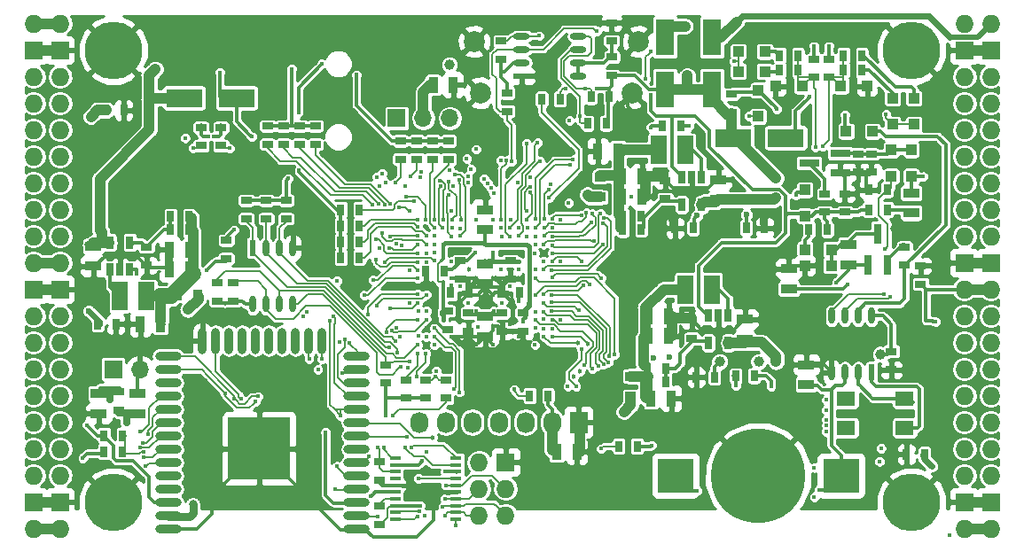
<source format=gbl>
G04 #@! TF.GenerationSoftware,KiCad,Pcbnew,5.0.0-rc2-dev-unknown+dfsg1+20180318-2*
G04 #@! TF.CreationDate,2018-05-21T11:40:26+02:00*
G04 #@! TF.ProjectId,ulx3s,756C7833732E6B696361645F70636200,rev?*
G04 #@! TF.SameCoordinates,Original*
G04 #@! TF.FileFunction,Copper,L4,Bot,Signal*
G04 #@! TF.FilePolarity,Positive*
%FSLAX46Y46*%
G04 Gerber Fmt 4.6, Leading zero omitted, Abs format (unit mm)*
G04 Created by KiCad (PCBNEW 5.0.0-rc2-dev-unknown+dfsg1+20180318-2) date Mon May 21 11:40:26 2018*
%MOMM*%
%LPD*%
G01*
G04 APERTURE LIST*
%ADD10R,1.500000X2.700000*%
%ADD11O,1.727200X1.727200*%
%ADD12R,1.727200X1.727200*%
%ADD13R,0.700000X1.200000*%
%ADD14C,5.500000*%
%ADD15R,1.000000X0.400000*%
%ADD16R,1.727200X2.032000*%
%ADD17O,1.727200X2.032000*%
%ADD18R,3.500000X3.300000*%
%ADD19C,9.000000*%
%ADD20R,0.600000X1.550000*%
%ADD21O,0.600000X1.550000*%
%ADD22O,2.500000X0.900000*%
%ADD23O,0.900000X2.500000*%
%ADD24R,6.000000X6.000000*%
%ADD25R,1.800000X1.400000*%
%ADD26R,0.970000X1.500000*%
%ADD27R,1.500000X0.970000*%
%ADD28R,0.670000X1.000000*%
%ADD29R,1.000000X0.670000*%
%ADD30C,2.000000*%
%ADD31R,1.000000X1.000000*%
%ADD32R,0.800000X1.900000*%
%ADD33R,1.900000X0.800000*%
%ADD34R,3.500000X1.800000*%
%ADD35R,1.800000X3.500000*%
%ADD36C,0.300000*%
%ADD37R,1.000000X0.845000*%
%ADD38R,0.845000X1.000000*%
%ADD39R,1.700000X1.700000*%
%ADD40O,1.700000X1.700000*%
%ADD41R,1.550000X0.600000*%
%ADD42O,1.550000X0.600000*%
%ADD43C,0.400000*%
%ADD44C,0.454000*%
%ADD45C,0.600000*%
%ADD46C,1.000000*%
%ADD47C,0.800000*%
%ADD48C,0.700000*%
%ADD49C,0.300000*%
%ADD50C,0.500000*%
%ADD51C,1.000000*%
%ADD52C,0.600000*%
%ADD53C,0.400000*%
%ADD54C,0.800000*%
%ADD55C,0.700000*%
%ADD56C,0.190000*%
%ADD57C,0.200000*%
%ADD58C,1.500000*%
%ADD59C,0.127000*%
%ADD60C,0.180000*%
%ADD61C,1.200000*%
%ADD62C,0.254000*%
G04 APERTURE END LIST*
D10*
X155060000Y-74755000D03*
X157600000Y-74755000D03*
X106165000Y-88725000D03*
X103625000Y-88725000D03*
X157600000Y-88090000D03*
X160140000Y-88090000D03*
D11*
X97910000Y-62690000D03*
X95370000Y-62690000D03*
D12*
X97910000Y-65230000D03*
X95370000Y-65230000D03*
D11*
X97910000Y-67770000D03*
X95370000Y-67770000D03*
X97910000Y-70310000D03*
X95370000Y-70310000D03*
X97910000Y-72850000D03*
X95370000Y-72850000D03*
X97910000Y-75390000D03*
X95370000Y-75390000D03*
X97910000Y-77930000D03*
X95370000Y-77930000D03*
X97910000Y-80470000D03*
X95370000Y-80470000D03*
X97910000Y-83010000D03*
X95370000Y-83010000D03*
X97910000Y-85550000D03*
X95370000Y-85550000D03*
D12*
X97910000Y-88090000D03*
X95370000Y-88090000D03*
D11*
X97910000Y-90630000D03*
X95370000Y-90630000D03*
X97910000Y-93170000D03*
X95370000Y-93170000D03*
X97910000Y-95710000D03*
X95370000Y-95710000D03*
X97910000Y-98250000D03*
X95370000Y-98250000D03*
X97910000Y-100790000D03*
X95370000Y-100790000D03*
X97910000Y-103330000D03*
X95370000Y-103330000D03*
X97910000Y-105870000D03*
X95370000Y-105870000D03*
D12*
X97910000Y-108410000D03*
X95370000Y-108410000D03*
D11*
X97910000Y-110950000D03*
X95370000Y-110950000D03*
D13*
X159825000Y-90600000D03*
X160775000Y-90600000D03*
X161725000Y-90600000D03*
X161725000Y-93200000D03*
X159825000Y-93200000D03*
X104575000Y-86215000D03*
X103625000Y-86215000D03*
X102675000Y-86215000D03*
X102675000Y-83615000D03*
X104575000Y-83615000D03*
X157285000Y-77392000D03*
X158235000Y-77392000D03*
X159185000Y-77392000D03*
X159185000Y-79992000D03*
X157285000Y-79992000D03*
D11*
X184270000Y-110950000D03*
X186810000Y-110950000D03*
D12*
X184270000Y-108410000D03*
X186810000Y-108410000D03*
D11*
X184270000Y-105870000D03*
X186810000Y-105870000D03*
X184270000Y-103330000D03*
X186810000Y-103330000D03*
X184270000Y-100790000D03*
X186810000Y-100790000D03*
X184270000Y-98250000D03*
X186810000Y-98250000D03*
X184270000Y-95710000D03*
X186810000Y-95710000D03*
X184270000Y-93170000D03*
X186810000Y-93170000D03*
X184270000Y-90630000D03*
X186810000Y-90630000D03*
X184270000Y-88090000D03*
X186810000Y-88090000D03*
D12*
X184270000Y-85550000D03*
X186810000Y-85550000D03*
D11*
X184270000Y-83010000D03*
X186810000Y-83010000D03*
X184270000Y-80470000D03*
X186810000Y-80470000D03*
X184270000Y-77930000D03*
X186810000Y-77930000D03*
X184270000Y-75390000D03*
X186810000Y-75390000D03*
X184270000Y-72850000D03*
X186810000Y-72850000D03*
X184270000Y-70310000D03*
X186810000Y-70310000D03*
X184270000Y-67770000D03*
X186810000Y-67770000D03*
D12*
X184270000Y-65230000D03*
X186810000Y-65230000D03*
D11*
X184270000Y-62690000D03*
X186810000Y-62690000D03*
D14*
X102990000Y-108410000D03*
X179190000Y-108410000D03*
X179190000Y-65230000D03*
X102990000Y-65230000D03*
D15*
X135735000Y-104215000D03*
X135735000Y-104865000D03*
X135735000Y-105515000D03*
X135735000Y-106165000D03*
X135735000Y-106815000D03*
X135735000Y-107465000D03*
X135735000Y-108115000D03*
X135735000Y-108765000D03*
X135735000Y-109415000D03*
X135735000Y-110065000D03*
X129935000Y-110065000D03*
X129935000Y-109415000D03*
X129935000Y-108765000D03*
X129935000Y-108115000D03*
X129935000Y-107465000D03*
X129935000Y-106815000D03*
X129935000Y-106165000D03*
X129935000Y-105515000D03*
X129935000Y-104865000D03*
X129935000Y-104215000D03*
D12*
X140455000Y-104600000D03*
D11*
X137915000Y-104600000D03*
X140455000Y-107140000D03*
X137915000Y-107140000D03*
X140455000Y-109680000D03*
X137915000Y-109680000D03*
D16*
X147440000Y-100790000D03*
D17*
X144900000Y-100790000D03*
X142360000Y-100790000D03*
X139820000Y-100790000D03*
X137280000Y-100790000D03*
X134740000Y-100790000D03*
X132200000Y-100790000D03*
D18*
X172485000Y-105870000D03*
X156685000Y-105870000D03*
D19*
X164585000Y-105870000D03*
D20*
X175395000Y-96015000D03*
D21*
X174125000Y-96015000D03*
X172855000Y-96015000D03*
X171585000Y-96015000D03*
X171585000Y-90615000D03*
X172855000Y-90615000D03*
X174125000Y-90615000D03*
X175395000Y-90615000D03*
D20*
X116325000Y-84120000D03*
D21*
X117595000Y-84120000D03*
X118865000Y-84120000D03*
X120135000Y-84120000D03*
X120135000Y-89520000D03*
X118865000Y-89520000D03*
X117595000Y-89520000D03*
X116325000Y-89520000D03*
D22*
X126230000Y-111000000D03*
X126230000Y-109730000D03*
X126230000Y-108460000D03*
X126230000Y-107190000D03*
X126230000Y-105920000D03*
X126230000Y-104650000D03*
X126230000Y-103380000D03*
X126230000Y-102110000D03*
X126230000Y-100840000D03*
X126230000Y-99570000D03*
X126230000Y-98300000D03*
X126230000Y-97030000D03*
X126230000Y-95760000D03*
X126230000Y-94490000D03*
D23*
X122945000Y-93000000D03*
X121675000Y-93000000D03*
X120405000Y-93000000D03*
X119135000Y-93000000D03*
X117865000Y-93000000D03*
X116595000Y-93000000D03*
X115325000Y-93000000D03*
X114055000Y-93000000D03*
X112785000Y-93000000D03*
X111515000Y-93000000D03*
D22*
X108230000Y-94490000D03*
X108230000Y-95760000D03*
X108230000Y-97030000D03*
X108230000Y-98300000D03*
X108230000Y-99570000D03*
X108230000Y-100840000D03*
X108230000Y-102110000D03*
X108230000Y-103380000D03*
X108230000Y-104650000D03*
X108230000Y-105920000D03*
X108230000Y-107190000D03*
X108230000Y-108460000D03*
X108230000Y-109730000D03*
X108230000Y-111000000D03*
D24*
X116930000Y-103300000D03*
D25*
X178576000Y-98522000D03*
X172976000Y-98522000D03*
X172976000Y-101322000D03*
X178576000Y-101322000D03*
D26*
X133546000Y-68550000D03*
X135456000Y-68550000D03*
D27*
X101085000Y-83960000D03*
X101085000Y-85870000D03*
D28*
X153985000Y-96910000D03*
X155735000Y-96910000D03*
D26*
X156015000Y-90630000D03*
X154105000Y-90630000D03*
X154105000Y-92535000D03*
X156015000Y-92535000D03*
D27*
X163315000Y-90945000D03*
X163315000Y-92855000D03*
D28*
X151645000Y-82375000D03*
X153395000Y-82375000D03*
D26*
X153475000Y-79200000D03*
X151565000Y-79200000D03*
X153475000Y-77295000D03*
X151565000Y-77295000D03*
D27*
X160775000Y-79520000D03*
X160775000Y-77610000D03*
D28*
X108465000Y-81105000D03*
X110215000Y-81105000D03*
D26*
X108385000Y-84280000D03*
X110295000Y-84280000D03*
X110295000Y-86185000D03*
X108385000Y-86185000D03*
D27*
X173221000Y-83833000D03*
X173221000Y-85743000D03*
D29*
X175380000Y-76900000D03*
X175380000Y-75150000D03*
D27*
X105276000Y-99967000D03*
X105276000Y-98057000D03*
X167506000Y-88029000D03*
X167506000Y-86119000D03*
X138500000Y-90665000D03*
X138500000Y-92575000D03*
D29*
X150589600Y-64359000D03*
X150589600Y-62609000D03*
D27*
X138500000Y-82375000D03*
X138500000Y-80465000D03*
X138500000Y-87575000D03*
X138500000Y-85665000D03*
X101593000Y-99967000D03*
X101593000Y-98057000D03*
D26*
X154359000Y-98504000D03*
X156269000Y-98504000D03*
X105591000Y-91392000D03*
X107501000Y-91392000D03*
X151189000Y-74882000D03*
X149279000Y-74882000D03*
D29*
X140900000Y-87095000D03*
X140900000Y-85345000D03*
X136100000Y-87095000D03*
X136100000Y-85345000D03*
X136900000Y-92095000D03*
X136900000Y-90345000D03*
X140100000Y-90345000D03*
X140100000Y-92095000D03*
X142100000Y-92095000D03*
X142100000Y-90345000D03*
X134900000Y-90145000D03*
X134900000Y-91895000D03*
D28*
X135225000Y-88420000D03*
X136975000Y-88420000D03*
X140025000Y-88420000D03*
X141775000Y-88420000D03*
X163425000Y-82220000D03*
X165175000Y-82220000D03*
X158375000Y-82220000D03*
X156625000Y-82220000D03*
D29*
X177300000Y-94025000D03*
X177300000Y-95775000D03*
D26*
X145342000Y-103584000D03*
X147252000Y-103584000D03*
D28*
X103995000Y-70963000D03*
X102245000Y-70963000D03*
X103245000Y-91410000D03*
X101495000Y-91410000D03*
D29*
X180094000Y-87586000D03*
X180094000Y-85836000D03*
D28*
X180473000Y-103856000D03*
X178723000Y-103856000D03*
X158645000Y-96490000D03*
X160395000Y-96490000D03*
X132827200Y-86330000D03*
X134577200Y-86330000D03*
D27*
X169172000Y-95281000D03*
X169172000Y-97191000D03*
X179190000Y-80790000D03*
X179190000Y-78880000D03*
D30*
X152546000Y-69312000D03*
X138046000Y-69312000D03*
X153146000Y-64412000D03*
X137446000Y-64412000D03*
D31*
X169050000Y-84280000D03*
X171550000Y-84280000D03*
X169030000Y-78585000D03*
X169030000Y-81085000D03*
X171550000Y-85804000D03*
X169050000Y-85804000D03*
X179190000Y-74775000D03*
X179190000Y-77275000D03*
X177285000Y-77275000D03*
X177285000Y-74775000D03*
X172987000Y-72977000D03*
X175487000Y-72977000D03*
X164585000Y-69060000D03*
X164585000Y-71560000D03*
X168756000Y-68659000D03*
X166256000Y-68659000D03*
X174979000Y-68659000D03*
X172479000Y-68659000D03*
X165200000Y-67262000D03*
X162700000Y-67262000D03*
X162700000Y-65357000D03*
X165200000Y-65357000D03*
X177412000Y-72322000D03*
X177412000Y-69822000D03*
X179444000Y-69822000D03*
X179444000Y-72322000D03*
D32*
X176015000Y-82780000D03*
X175065000Y-85780000D03*
X176965000Y-85780000D03*
D33*
X172435000Y-75075000D03*
X172435000Y-76975000D03*
X169435000Y-76025000D03*
D34*
X114761000Y-69802000D03*
X109761000Y-69802000D03*
X167212000Y-73612000D03*
X162212000Y-73612000D03*
D35*
X155695000Y-69000000D03*
X155695000Y-64000000D03*
X160140000Y-69000000D03*
X160140000Y-64000000D03*
D36*
X182888000Y-111603000D03*
D29*
X113277000Y-74360000D03*
X113277000Y-72610000D03*
X111372000Y-72610000D03*
X111372000Y-74360000D03*
D28*
X155455000Y-72487000D03*
X157205000Y-72487000D03*
D29*
X171316000Y-66090000D03*
X171316000Y-67840000D03*
X169919000Y-67840000D03*
X169919000Y-66090000D03*
D28*
X174477000Y-65738000D03*
X172727000Y-65738000D03*
D29*
X128390000Y-106321000D03*
X128390000Y-104571000D03*
X117722000Y-72483000D03*
X117722000Y-74233000D03*
X119246000Y-74233000D03*
X119246000Y-72483000D03*
X120770000Y-72483000D03*
X120770000Y-74233000D03*
X122294000Y-74233000D03*
X122294000Y-72483000D03*
D28*
X145655000Y-69900000D03*
X143905000Y-69900000D03*
D37*
X152393000Y-96398500D03*
X152393000Y-98323500D03*
D38*
X111064500Y-88598000D03*
X109139500Y-88598000D03*
D37*
X149472000Y-77348500D03*
X149472000Y-79273500D03*
D39*
X102990000Y-95710000D03*
D40*
X105530000Y-95710000D03*
D39*
X130056000Y-71725000D03*
D40*
X132596000Y-71725000D03*
X135136000Y-71725000D03*
D28*
X166631000Y-65738000D03*
X168381000Y-65738000D03*
X124721000Y-85060000D03*
X126471000Y-85060000D03*
X126471000Y-83536000D03*
X124721000Y-83536000D03*
X126471000Y-82012000D03*
X124721000Y-82012000D03*
X124721000Y-80470000D03*
X126471000Y-80470000D03*
D29*
X130422000Y-73898000D03*
X130422000Y-75648000D03*
X131961000Y-75648000D03*
X131961000Y-73898000D03*
X133485000Y-73898000D03*
X133485000Y-75648000D03*
X135009000Y-75648000D03*
X135009000Y-73898000D03*
X113785000Y-83405000D03*
X113785000Y-85155000D03*
D28*
X151264000Y-103076000D03*
X153014000Y-103076000D03*
X164190000Y-96345000D03*
X162440000Y-96345000D03*
D29*
X178555000Y-85790000D03*
X178555000Y-84040000D03*
X112896000Y-89219000D03*
X112896000Y-87469000D03*
X170935000Y-80710000D03*
X170935000Y-78960000D03*
D28*
X103865000Y-102060000D03*
X102115000Y-102060000D03*
D29*
X114420000Y-89219000D03*
X114420000Y-87469000D03*
D28*
X171175000Y-82375000D03*
X169425000Y-82375000D03*
D29*
X172840000Y-80710000D03*
X172840000Y-78960000D03*
X162045000Y-69435000D03*
X162045000Y-71185000D03*
D28*
X175140000Y-80470000D03*
X176890000Y-80470000D03*
D29*
X174110000Y-75150000D03*
X174110000Y-76900000D03*
X128390000Y-110555000D03*
X128390000Y-108805000D03*
X119500000Y-79595000D03*
X119500000Y-81345000D03*
D28*
X176890000Y-78565000D03*
X175140000Y-78565000D03*
D29*
X140025500Y-66105000D03*
X140025500Y-64355000D03*
X140597000Y-71076000D03*
X140597000Y-69326000D03*
X150615000Y-65897000D03*
X150615000Y-67647000D03*
D28*
X150050000Y-72215000D03*
X148300000Y-72215000D03*
X150362000Y-69693000D03*
X148612000Y-69693000D03*
D29*
X129025000Y-95300000D03*
X129025000Y-97050000D03*
X117595000Y-79595000D03*
X117595000Y-81345000D03*
X115690000Y-81345000D03*
X115690000Y-79595000D03*
D28*
X142755000Y-98250000D03*
X144505000Y-98250000D03*
D29*
X132835000Y-98490000D03*
X132835000Y-96740000D03*
X130930000Y-96740000D03*
X130930000Y-98490000D03*
D28*
X103865000Y-103600000D03*
X102115000Y-103600000D03*
D29*
X103498000Y-99633000D03*
X103498000Y-97883000D03*
X134740000Y-96740000D03*
X134740000Y-98490000D03*
D28*
X166631000Y-67135000D03*
X168381000Y-67135000D03*
X172725000Y-67120000D03*
X174475000Y-67120000D03*
X155735000Y-95640000D03*
X153985000Y-95640000D03*
X108465000Y-82375000D03*
X110215000Y-82375000D03*
X153395000Y-81105000D03*
X151645000Y-81105000D03*
D29*
X158235000Y-91025000D03*
X158235000Y-92775000D03*
X106165000Y-85790000D03*
X106165000Y-84040000D03*
X155695000Y-77690000D03*
X155695000Y-79440000D03*
D41*
X141980000Y-67706500D03*
D42*
X141980000Y-66436500D03*
X141980000Y-65166500D03*
X141980000Y-63896500D03*
X147380000Y-63896500D03*
X147380000Y-65166500D03*
X147380000Y-66436500D03*
X147380000Y-67706500D03*
D43*
X124632693Y-93120351D03*
X141742847Y-69038361D03*
X152408000Y-72169500D03*
X138480000Y-92600000D03*
X140080000Y-92600000D03*
X135280000Y-87000000D03*
X145687392Y-90996646D03*
D44*
X141675979Y-86986521D03*
D43*
X140876932Y-84552536D03*
X132882184Y-84635369D03*
X132879996Y-82103336D03*
X140922639Y-81447441D03*
X177287984Y-96778661D03*
D45*
X152510125Y-81695229D03*
D43*
X131264297Y-86227110D03*
X173856000Y-71538990D03*
D46*
X164947008Y-63194069D03*
X175494572Y-64322557D03*
D43*
X135342764Y-89381630D03*
X144103496Y-84660400D03*
D46*
X177658444Y-82281349D03*
D43*
X145680000Y-81405125D03*
X145691238Y-94166752D03*
D46*
X162956098Y-95078488D03*
X158539988Y-94868772D03*
D45*
X161075765Y-80992022D03*
X164882869Y-80938986D03*
X156262773Y-81349374D03*
D43*
X149169500Y-68867500D03*
D45*
X123437000Y-108972000D03*
D43*
X135281276Y-80583119D03*
X131279502Y-89407325D03*
X170309539Y-85441529D03*
X145672808Y-85396062D03*
X133216000Y-107465000D03*
X137680000Y-88600000D03*
X142480000Y-95000000D03*
X141680000Y-92600000D03*
X135284627Y-94985297D03*
X135288625Y-94225619D03*
X134455822Y-94267172D03*
X136095958Y-93369652D03*
D44*
X139264636Y-91615205D03*
D46*
X116880503Y-64802940D03*
X106974809Y-64953974D03*
D43*
X140874194Y-91433353D03*
X142480000Y-94200000D03*
X140880000Y-93400000D03*
X139280000Y-93400000D03*
X137680000Y-93400000D03*
X136880000Y-92600000D03*
X135280000Y-92600000D03*
X132880000Y-91800000D03*
X132880000Y-93400000D03*
D44*
X139280000Y-87000000D03*
X137680000Y-87000000D03*
X136080000Y-84600000D03*
X139280000Y-88600000D03*
D46*
X166275426Y-77459534D03*
X107021491Y-67043629D03*
D43*
X172047074Y-87438453D03*
D46*
X166255545Y-79350736D03*
X157807568Y-67669269D03*
X101707889Y-82423180D03*
X166284693Y-95025145D03*
X157600000Y-62944000D03*
D43*
X119692151Y-77494120D03*
X135263000Y-87727000D03*
X141740000Y-89250994D03*
D45*
X156091000Y-94585000D03*
D43*
X140032430Y-67286930D03*
X137803000Y-91664000D03*
D45*
X181155918Y-104980708D03*
D43*
X171089123Y-98665996D03*
X171089123Y-99619659D03*
D46*
X135105588Y-66616618D03*
D43*
X181491000Y-91156000D03*
X113660608Y-89375718D03*
D46*
X148268387Y-79050018D03*
D43*
X114513935Y-82409431D03*
X109840000Y-73620000D03*
X132110753Y-92527478D03*
X165803369Y-97344883D03*
D46*
X160905403Y-95006436D03*
D45*
X158731133Y-81048929D03*
X154593901Y-94607945D03*
D46*
X164625730Y-94982471D03*
D45*
X163462982Y-80942429D03*
D46*
X176254940Y-94288458D03*
D47*
X110593913Y-108636458D03*
D43*
X180340784Y-77316932D03*
X173137949Y-87594275D03*
D48*
X102710050Y-98594954D03*
D43*
X129005202Y-100174798D03*
X176305593Y-103279812D03*
X100080000Y-104200000D03*
X139272517Y-84611349D03*
X141680000Y-86200000D03*
X132880000Y-92600000D03*
X141680000Y-85400000D03*
X121494155Y-90235621D03*
X130019546Y-91732979D03*
X121166000Y-90648000D03*
X130384540Y-92584728D03*
X146394787Y-97333919D03*
X143300000Y-86220000D03*
X144891603Y-91881937D03*
X147175985Y-97333919D03*
X147700000Y-93820000D03*
X142107219Y-91201016D03*
D46*
X110128890Y-90028152D03*
D43*
X142480000Y-83800000D03*
X134480000Y-83800000D03*
X134480000Y-91000000D03*
X154313000Y-69502500D03*
X120664983Y-71227362D03*
X122926177Y-66532317D03*
X105245010Y-86595559D03*
X162441000Y-97270000D03*
X157996000Y-72487000D03*
X169517039Y-69686488D03*
X170411010Y-107286196D03*
X158716651Y-107325176D03*
X136050273Y-97914229D03*
X128216338Y-109760338D03*
X132708000Y-109680000D03*
X134750646Y-106810513D03*
X133680000Y-91800000D03*
X135517000Y-97633000D03*
X134675868Y-108131585D03*
D44*
X133449289Y-102232615D03*
D43*
X133680000Y-92600000D03*
X132928488Y-103601340D03*
X127419091Y-104077728D03*
X133685482Y-93402296D03*
X134463998Y-108841973D03*
X131986331Y-96404793D03*
X131039072Y-102187000D03*
X134636872Y-109719950D03*
X132846234Y-94197073D03*
X176700000Y-84220000D03*
X143260000Y-84620000D03*
X120739932Y-76694083D03*
X126204504Y-67585368D03*
X148090000Y-68867500D03*
X147582000Y-71534498D03*
X127810351Y-87182069D03*
X121687479Y-94718249D03*
X132083026Y-86260405D03*
X116569594Y-98828850D03*
X113700000Y-98020000D03*
X122932649Y-94724357D03*
X124849021Y-96102869D03*
X122527919Y-95725900D03*
X113157250Y-67343629D03*
X116198000Y-73474420D03*
X127586603Y-107875044D03*
X146233418Y-68946082D03*
X131453853Y-103208291D03*
X149787294Y-81774991D03*
X144080000Y-86200000D03*
X149553145Y-86989440D03*
X144894316Y-86977564D03*
X144896700Y-83863953D03*
X149527221Y-80838006D03*
D44*
X147343891Y-93217126D03*
D43*
X144113248Y-92588762D03*
X149853189Y-81252115D03*
X144875155Y-86292748D03*
X144916886Y-83019942D03*
X148696112Y-80861847D03*
D44*
X148349010Y-93322307D03*
D43*
X144882352Y-92577990D03*
X144902941Y-91037926D03*
X148747982Y-95669626D03*
X144867244Y-90193915D03*
X149795895Y-95251084D03*
X144856756Y-89349904D03*
X150278898Y-95040253D03*
X150345974Y-94517527D03*
X144877648Y-88622010D03*
X150889207Y-94332565D03*
X143280000Y-87000000D03*
X129972715Y-93035096D03*
X131084713Y-95564177D03*
X130422000Y-95456000D03*
X131316164Y-94959140D03*
X130123373Y-94122671D03*
X132031990Y-93400000D03*
X129362027Y-93645784D03*
X141280657Y-97642010D03*
X133852393Y-95875797D03*
X133762848Y-96395146D03*
X132080000Y-94200000D03*
X128452683Y-84116867D03*
X105890482Y-103613569D03*
X129449238Y-89937935D03*
X130839477Y-103208987D03*
X132075624Y-89410644D03*
X128806823Y-103185900D03*
X128136791Y-89611518D03*
X132162861Y-106185868D03*
X132880000Y-88600000D03*
X126970181Y-88659309D03*
X124322162Y-105002357D03*
X132080000Y-87000000D03*
X125525099Y-93236764D03*
X124202418Y-107207639D03*
X110599084Y-74589383D03*
X132024412Y-109766775D03*
X114104080Y-74612196D03*
X132219727Y-109277292D03*
X115190634Y-98572389D03*
X131677570Y-79697994D03*
X132088008Y-81408008D03*
X132079995Y-82103334D03*
X132872609Y-82947347D03*
X133664491Y-81414685D03*
X133648389Y-82190597D03*
X131353451Y-77264702D03*
X129920953Y-77910818D03*
X129568570Y-92005655D03*
X132880000Y-91000000D03*
X129055731Y-92162718D03*
X132077338Y-91002010D03*
X131265176Y-80621782D03*
X130272149Y-80238214D03*
X128091794Y-85277024D03*
X132089786Y-85479378D03*
X146565997Y-71979003D03*
X134250176Y-78253806D03*
X163703220Y-71542164D03*
X134433979Y-82180155D03*
X135656559Y-110610712D03*
X149577281Y-103320847D03*
X132468001Y-104503413D03*
D48*
X104260000Y-100790000D03*
D43*
X114560994Y-98539563D03*
X116800000Y-98320000D03*
X111895217Y-86253790D03*
X169934000Y-107920000D03*
X169934000Y-105126000D03*
X170026483Y-74485017D03*
X142571021Y-82204353D03*
X143287402Y-83042010D03*
X154425580Y-102987766D03*
X168166438Y-79108038D03*
X112614274Y-73474420D03*
X112074854Y-73474420D03*
X176185734Y-104520755D03*
X143269694Y-93414905D03*
X171089123Y-101653244D03*
X143280000Y-91800000D03*
X171089123Y-101086833D03*
X144064831Y-91877646D03*
X171089123Y-100559822D03*
X144080000Y-90956495D03*
X135315381Y-82193851D03*
X135414395Y-78229653D03*
X135129679Y-76730134D03*
X136124555Y-82260038D03*
X135587699Y-77140701D03*
X136080000Y-83000000D03*
X142785835Y-77341923D03*
X170739071Y-74406366D03*
X142460000Y-83020000D03*
X143280000Y-83800000D03*
X169919000Y-64849000D03*
X171316000Y-64849000D03*
X125110333Y-92897638D03*
X182888000Y-111603000D03*
X124361185Y-87274371D03*
X124361184Y-87274370D03*
X172853718Y-71407275D03*
X166353476Y-70835462D03*
X123273881Y-101715917D03*
X129660000Y-100155000D03*
X128247798Y-103208979D03*
X127301115Y-90454353D03*
X132084049Y-88558274D03*
X120008000Y-67008000D03*
X129437600Y-79946788D03*
X133680000Y-83000000D03*
X128908575Y-79985477D03*
X133680000Y-83800000D03*
X128328791Y-79953099D03*
X130487935Y-83869856D03*
X133623139Y-85366416D03*
X127749884Y-79991140D03*
X128913013Y-85505853D03*
X129992018Y-83691508D03*
X136080000Y-87800000D03*
X137624890Y-90122896D03*
X139322319Y-90164039D03*
X140080000Y-89400000D03*
X136880000Y-89400000D03*
X140896226Y-87816226D03*
D44*
X136938110Y-86196311D03*
D43*
X140014602Y-86192969D03*
D46*
X151758000Y-99774000D03*
D43*
X135021320Y-79024950D03*
X135280000Y-83022010D03*
X154298000Y-72596000D03*
X100450000Y-101044000D03*
X132285867Y-108754446D03*
X134707351Y-105508447D03*
X139280000Y-81400000D03*
X139314656Y-78918689D03*
X139039938Y-78419090D03*
X138722927Y-77981589D03*
X138405916Y-77551542D03*
X137625200Y-74696800D03*
X137680000Y-81400000D03*
X136742593Y-75579407D03*
X137174375Y-76624866D03*
X136863200Y-77287600D03*
X136894606Y-77861070D03*
X136048819Y-77645502D03*
X136233339Y-81437235D03*
X135359567Y-81395445D03*
X135034780Y-77831198D03*
X134508502Y-81406751D03*
X134177298Y-77721089D03*
D44*
X146942280Y-96452058D03*
X147534467Y-95913260D03*
D43*
X147928857Y-95339016D03*
X143322010Y-91000657D03*
X149284391Y-95377990D03*
X144077013Y-90266968D03*
X147430953Y-90112484D03*
X144076240Y-89395301D03*
X143322010Y-90201951D03*
X147910791Y-87683418D03*
X144082832Y-88584510D03*
X148483539Y-87623462D03*
X143322010Y-88595030D03*
X144102010Y-85397219D03*
X144889349Y-85448737D03*
X147687390Y-85374093D03*
X144912409Y-84657964D03*
X149732494Y-83807694D03*
X148921512Y-83442010D03*
X144103186Y-83777990D03*
X144131413Y-83000000D03*
X148610661Y-81705858D03*
X144888125Y-82175931D03*
X144176662Y-82199998D03*
X148175253Y-80781550D03*
X144887777Y-81331919D03*
X147688311Y-80983115D03*
X142450323Y-81420000D03*
X142811300Y-78846033D03*
X142784407Y-78283067D03*
X142460000Y-80620000D03*
X144138346Y-81383767D03*
X144606344Y-78517346D03*
X144791531Y-78023942D03*
X146587441Y-76174058D03*
X143332651Y-82197990D03*
X146909804Y-75707894D03*
X143294334Y-81377293D03*
X143708879Y-75817300D03*
X141727010Y-82998875D03*
X141727010Y-82194937D03*
X140028978Y-82200000D03*
X141624813Y-77914503D03*
X142436989Y-74138000D03*
X140861329Y-83041266D03*
X143518000Y-74074500D03*
X140872990Y-82177164D03*
X132309031Y-77342560D03*
X132428734Y-76829323D03*
X128644933Y-77015661D03*
X128152012Y-77332672D03*
X128446805Y-78179514D03*
X128961752Y-77878818D03*
X130878594Y-78253288D03*
X132820479Y-81400981D03*
X130952639Y-79249008D03*
X129458086Y-83004065D03*
X132079024Y-82947345D03*
X105572759Y-101661319D03*
X132881746Y-83791358D03*
X128691780Y-82737217D03*
X106276126Y-101893466D03*
X105840996Y-102767214D03*
X129302562Y-84153497D03*
X132083682Y-83791356D03*
X128062071Y-83328884D03*
X105553144Y-103208669D03*
X132092886Y-84635367D03*
X105847765Y-104138847D03*
X133671942Y-84595200D03*
X132896883Y-85469380D03*
X106088753Y-104974041D03*
X123709657Y-91064721D03*
X124707442Y-100126977D03*
X132900000Y-90180000D03*
X124015020Y-90635192D03*
X132100000Y-90157990D03*
X139992737Y-75748003D03*
X162271466Y-66284958D03*
X140028978Y-81400000D03*
X140517734Y-75793988D03*
X176797084Y-71341791D03*
X154313000Y-65375000D03*
X153805000Y-67996270D03*
X176605426Y-88507160D03*
X152497066Y-79193467D03*
X146481406Y-79819384D03*
X143650666Y-63862520D03*
X177211069Y-88764025D03*
X141042112Y-75846610D03*
X140060000Y-83020000D03*
X149134122Y-63424051D03*
X144606344Y-79361357D03*
D46*
X100855891Y-71574861D03*
D43*
X135280000Y-85400000D03*
D45*
X100652119Y-90162239D03*
D43*
X137550785Y-84577294D03*
X135280000Y-86200000D03*
D49*
X152154000Y-69704000D02*
X152154000Y-70610213D01*
X152154000Y-70610213D02*
X152408000Y-70864213D01*
X152408000Y-70864213D02*
X152408000Y-72169500D01*
X152903398Y-83282000D02*
X152510125Y-82888727D01*
X154588000Y-83282000D02*
X152903398Y-83282000D01*
X152510125Y-82888727D02*
X152510125Y-82119493D01*
X155650000Y-82220000D02*
X154588000Y-83282000D01*
X156262773Y-81349374D02*
X156262773Y-81932773D01*
X156550000Y-82220000D02*
X155650000Y-82220000D01*
X156262773Y-81932773D02*
X156550000Y-82220000D01*
X152510125Y-82119493D02*
X152510125Y-81695229D01*
X169172000Y-95193500D02*
X170763500Y-95193500D01*
X170763500Y-95193500D02*
X171585000Y-96015000D01*
D50*
X136188509Y-87050148D02*
X136609374Y-87050148D01*
X136609374Y-87050148D02*
X136850000Y-87290774D01*
X136850000Y-87290774D02*
X136850000Y-88027041D01*
D49*
X135280000Y-87000000D02*
X136070000Y-87000000D01*
X136070000Y-87000000D02*
X136100000Y-86970000D01*
X141662500Y-87000000D02*
X141675979Y-86986521D01*
X139280000Y-87000000D02*
X141662500Y-87000000D01*
X141354953Y-86986521D02*
X141675979Y-86986521D01*
X140773938Y-86994997D02*
X140782414Y-86986521D01*
X140782414Y-86986521D02*
X141354953Y-86986521D01*
X133680000Y-91000000D02*
X132880000Y-91800000D01*
X134450000Y-91770000D02*
X133680000Y-91000000D01*
X134900000Y-91770000D02*
X134450000Y-91770000D01*
X177300000Y-95850000D02*
X177300000Y-96766645D01*
X177300000Y-96766645D02*
X177287984Y-96778661D01*
X139163860Y-75537864D02*
X137472985Y-77228739D01*
X139163860Y-73733860D02*
X139163860Y-75537864D01*
X137472985Y-77228739D02*
X137472985Y-78092985D01*
X137680000Y-71550000D02*
X137680000Y-72250000D01*
X137680000Y-72250000D02*
X139163860Y-73733860D01*
X138500000Y-79120000D02*
X138500000Y-80170000D01*
X137472985Y-78092985D02*
X138500000Y-79120000D01*
X105276000Y-97762000D02*
X105276000Y-95964000D01*
X105276000Y-95964000D02*
X105530000Y-95710000D01*
X138500000Y-87870000D02*
X137137029Y-87870000D01*
X137137029Y-87870000D02*
X136979988Y-88027041D01*
X136979988Y-88027041D02*
X136850000Y-88027041D01*
X140150000Y-88420000D02*
X140150000Y-87836000D01*
X140150000Y-87836000D02*
X140150000Y-87618935D01*
X138500000Y-87870000D02*
X140116000Y-87870000D01*
X140116000Y-87870000D02*
X140150000Y-87836000D01*
X139280000Y-88600000D02*
X139230000Y-88600000D01*
X139230000Y-88600000D02*
X138500000Y-87870000D01*
X137680000Y-88600000D02*
X137770000Y-88600000D01*
X137770000Y-88600000D02*
X138500000Y-87870000D01*
D51*
X147547000Y-103584000D02*
X147547000Y-100897000D01*
D49*
X147547000Y-100897000D02*
X147440000Y-100790000D01*
X175494572Y-64322557D02*
X166075496Y-64322557D01*
X166075496Y-64322557D02*
X165447007Y-63694068D01*
X165447007Y-63694068D02*
X164947008Y-63194069D01*
X164882869Y-80938986D02*
X164882869Y-81852869D01*
X164882869Y-81852869D02*
X165250000Y-82220000D01*
X139264636Y-91615205D02*
X139745205Y-91615205D01*
X139745205Y-91615205D02*
X140100000Y-91970000D01*
D50*
X140150000Y-88420000D02*
X140150000Y-87606614D01*
X140150000Y-87606614D02*
X139543386Y-87000000D01*
D49*
X139543386Y-87000000D02*
X139280000Y-87000000D01*
D50*
X140150000Y-87618935D02*
X140773938Y-86994997D01*
D49*
X137680000Y-87000000D02*
X137680000Y-87050000D01*
X137680000Y-87050000D02*
X138500000Y-87870000D01*
X139280000Y-87000000D02*
X139280000Y-87090000D01*
X139280000Y-87090000D02*
X138500000Y-87870000D01*
X140150000Y-88420000D02*
X141150000Y-89420000D01*
X140150000Y-88420000D02*
X139460000Y-88420000D01*
X139460000Y-88420000D02*
X139280000Y-88600000D01*
X137680000Y-87000000D02*
X137680000Y-87298789D01*
D50*
X137680000Y-87298789D02*
X136850000Y-88128789D01*
D49*
X136850000Y-88128789D02*
X136850000Y-88420000D01*
X136110990Y-86995403D02*
X136110990Y-87288031D01*
X136850000Y-88027041D02*
X136850000Y-88420000D01*
X136110990Y-86995403D02*
X137675403Y-86995403D01*
X137675403Y-86995403D02*
X137680000Y-87000000D01*
X135850000Y-90220000D02*
X135850000Y-89545000D01*
X135850000Y-89545000D02*
X136795000Y-88600000D01*
X136795000Y-88600000D02*
X137397158Y-88600000D01*
X137397158Y-88600000D02*
X137680000Y-88600000D01*
X173236000Y-86249527D02*
X173236000Y-85758000D01*
X172047074Y-87438453D02*
X173236000Y-86249527D01*
X173236000Y-85758000D02*
X173221000Y-85743000D01*
X173221000Y-85743000D02*
X175028000Y-85743000D01*
X175028000Y-85743000D02*
X175065000Y-85780000D01*
D51*
X166245264Y-79350736D02*
X166076000Y-79520000D01*
X166255545Y-79350736D02*
X166245264Y-79350736D01*
X166076000Y-79520000D02*
X160775000Y-79520000D01*
D49*
X160742000Y-79520000D02*
X160536000Y-79726000D01*
X160775000Y-79520000D02*
X160742000Y-79520000D01*
D51*
X160536000Y-79726000D02*
X159451000Y-79726000D01*
X159451000Y-79726000D02*
X159185000Y-79992000D01*
D49*
X150249000Y-69806000D02*
X150249000Y-72016000D01*
X150249000Y-72016000D02*
X150050000Y-72215000D01*
X150362000Y-69693000D02*
X150249000Y-69806000D01*
X150615000Y-67647000D02*
X152770962Y-67647000D01*
X152770962Y-67647000D02*
X154123962Y-69000000D01*
X150362000Y-68881500D02*
X150615000Y-68628500D01*
X150615000Y-68628500D02*
X150615000Y-67647000D01*
X154123962Y-69000000D02*
X155695000Y-69000000D01*
X149452342Y-68867500D02*
X150376000Y-68867500D01*
X150362000Y-68881500D02*
X150376000Y-68867500D01*
X150362000Y-69693000D02*
X150362000Y-68881500D01*
X149169500Y-68867500D02*
X149452342Y-68867500D01*
X133415999Y-107664999D02*
X133216000Y-107465000D01*
X133612013Y-107861013D02*
X133415999Y-107664999D01*
X131991648Y-111780338D02*
X133612013Y-110159973D01*
X127810434Y-111780338D02*
X131991648Y-111780338D01*
X133612013Y-110159973D02*
X133612013Y-107861013D01*
X127060434Y-111030338D02*
X127810434Y-111780338D01*
X126260434Y-111030338D02*
X127060434Y-111030338D01*
D51*
X184270000Y-108410000D02*
X186810000Y-108410000D01*
X184270000Y-85550000D02*
X186810000Y-85550000D01*
X184270000Y-65230000D02*
X186810000Y-65230000D01*
X95370000Y-65230000D02*
X97910000Y-65230000D01*
X95370000Y-88090000D02*
X97910000Y-88090000D01*
X95370000Y-108410000D02*
X97910000Y-108410000D01*
D49*
X108260434Y-111030338D02*
X109060434Y-111030338D01*
X109060434Y-111030338D02*
X109140772Y-110950000D01*
X110957617Y-110950000D02*
X112380000Y-109527617D01*
X109140772Y-110950000D02*
X110957617Y-110950000D01*
X112380000Y-109527617D02*
X112380000Y-107854384D01*
X112380000Y-107854384D02*
X116904046Y-103330338D01*
X116904046Y-103330338D02*
X116960434Y-103330338D01*
X167506000Y-85824000D02*
X169927068Y-85824000D01*
X169927068Y-85824000D02*
X170109540Y-85641528D01*
X170109540Y-85641528D02*
X170309539Y-85441529D01*
X133216000Y-107465000D02*
X132214478Y-107465000D01*
X135735000Y-107465000D02*
X133216000Y-107465000D01*
X132214478Y-107465000D02*
X131572496Y-106823018D01*
X131572496Y-106823018D02*
X129919874Y-106823018D01*
X126260434Y-111030338D02*
X124660659Y-111030338D01*
X124660659Y-111030338D02*
X116960659Y-103330338D01*
X116960659Y-103330338D02*
X116960434Y-103330338D01*
X129935000Y-106815000D02*
X128659000Y-106815000D01*
X128659000Y-106815000D02*
X128390000Y-106546000D01*
X128390000Y-106546000D02*
X128558000Y-106546000D01*
X136126306Y-93400000D02*
X136095958Y-93369652D01*
X136880000Y-92600000D02*
X136110348Y-93369652D01*
X136049652Y-93369652D02*
X136095958Y-93369652D01*
X137680000Y-93400000D02*
X136126306Y-93400000D01*
X135280000Y-92600000D02*
X136049652Y-93369652D01*
X136110348Y-93369652D02*
X136095958Y-93369652D01*
X139264636Y-92054364D02*
X139264636Y-91936231D01*
X139264636Y-91936231D02*
X139264636Y-91615205D01*
X138550000Y-92769000D02*
X139264636Y-92054364D01*
X136880000Y-92600000D02*
X137680000Y-93400000D01*
X136880000Y-92600000D02*
X138381000Y-92600000D01*
X138381000Y-92600000D02*
X138550000Y-92769000D01*
X135280000Y-92600000D02*
X136880000Y-92600000D01*
X138550000Y-92769000D02*
X138649000Y-92769000D01*
X138649000Y-92769000D02*
X139280000Y-93400000D01*
X138550000Y-92769000D02*
X138311000Y-92769000D01*
X138311000Y-92769000D02*
X137680000Y-93400000D01*
X102210000Y-84915000D02*
X103625000Y-84915000D01*
X103625000Y-84915000D02*
X105215000Y-84915000D01*
X103625000Y-86215000D02*
X103625000Y-84915000D01*
X105215000Y-84915000D02*
X106165000Y-85865000D01*
X106165000Y-85865000D02*
X106165000Y-86015000D01*
X101085000Y-86165000D02*
X101085000Y-86040000D01*
X101085000Y-86040000D02*
X102210000Y-84915000D01*
X106165000Y-86015000D02*
X107920000Y-86015000D01*
X107920000Y-86015000D02*
X108090000Y-86185000D01*
D51*
X153770000Y-77295000D02*
X155525000Y-77295000D01*
D49*
X155525000Y-77295000D02*
X155695000Y-77465000D01*
D51*
X153770000Y-79200000D02*
X153770000Y-77295000D01*
D49*
X174110000Y-77125000D02*
X174745000Y-77125000D01*
X174745000Y-77125000D02*
X175230000Y-77125000D01*
X174915000Y-78565000D02*
X174915000Y-77295000D01*
X174915000Y-77295000D02*
X174745000Y-77125000D01*
X172840000Y-78735000D02*
X172840000Y-77380000D01*
X172840000Y-77380000D02*
X172435000Y-76975000D01*
X175230000Y-77125000D02*
X175380000Y-76975000D01*
X172435000Y-76975000D02*
X173960000Y-76975000D01*
X173960000Y-76975000D02*
X174110000Y-77125000D01*
X159850000Y-78365000D02*
X158235000Y-78365000D01*
X158235000Y-78365000D02*
X156445000Y-78365000D01*
X158235000Y-77235000D02*
X158235000Y-78365000D01*
X160775000Y-77315000D02*
X160775000Y-77440000D01*
X160775000Y-77440000D02*
X159850000Y-78365000D01*
X156445000Y-78365000D02*
X155695000Y-77615000D01*
X155695000Y-77615000D02*
X155695000Y-77465000D01*
D51*
X156310000Y-90630000D02*
X156310000Y-92535000D01*
X158235000Y-90800000D02*
X156480000Y-90800000D01*
D49*
X156480000Y-90800000D02*
X156310000Y-90630000D01*
X163315000Y-90650000D02*
X163315000Y-90834602D01*
X163315000Y-90834602D02*
X162249602Y-91900000D01*
X162249602Y-91900000D02*
X160775000Y-91900000D01*
X101085000Y-86165000D02*
X101085000Y-85929893D01*
X106165000Y-85944374D02*
X106165000Y-86015000D01*
X159185000Y-91900000D02*
X160775000Y-91900000D01*
X160775000Y-90600000D02*
X160775000Y-91900000D01*
X158235000Y-90800000D02*
X158235000Y-90950000D01*
X158235000Y-90950000D02*
X159185000Y-91900000D01*
X108090000Y-84280000D02*
X108090000Y-86185000D01*
X108070000Y-84260000D02*
X108090000Y-84280000D01*
D51*
X162045000Y-71410000D02*
X162045000Y-73229108D01*
X162045000Y-73229108D02*
X165775427Y-76959535D01*
X165775427Y-76959535D02*
X166275426Y-77459534D01*
X106407114Y-69940886D02*
X106407114Y-67658006D01*
X106521492Y-67543628D02*
X107021491Y-67043629D01*
X106407114Y-67658006D02*
X106521492Y-67543628D01*
X106407114Y-69940886D02*
X106407114Y-72833672D01*
X106407114Y-72833672D02*
X101707889Y-77532897D01*
X101707889Y-77532897D02*
X101707889Y-81716074D01*
X101707889Y-81716074D02*
X101707889Y-82423180D01*
X162045000Y-71410000D02*
X162045000Y-71260000D01*
X155695000Y-69000000D02*
X157800000Y-69000000D01*
X157800000Y-69000000D02*
X160140000Y-69000000D01*
D49*
X157807568Y-68376375D02*
X157800000Y-68383943D01*
D51*
X157807568Y-67669269D02*
X157807568Y-68376375D01*
X157800000Y-68383943D02*
X157800000Y-69000000D01*
D49*
X101733051Y-82423180D02*
X101707889Y-82423180D01*
X101913492Y-82603621D02*
X101733051Y-82423180D01*
D51*
X166284693Y-94494693D02*
X166284693Y-95025145D01*
X164940000Y-93150000D02*
X166284693Y-94494693D01*
X163315000Y-93150000D02*
X164940000Y-93150000D01*
D49*
X101085000Y-83665000D02*
X101684316Y-83665000D01*
X101684316Y-83665000D02*
X101913492Y-83435824D01*
D51*
X101913492Y-83435824D02*
X101913492Y-82603621D01*
D49*
X160140000Y-69000000D02*
X160140000Y-69850000D01*
D51*
X160140000Y-69850000D02*
X161700000Y-71410000D01*
D49*
X110610000Y-69548000D02*
X110610000Y-69802000D01*
D51*
X109975000Y-69802000D02*
X106546000Y-69802000D01*
X106546000Y-69802000D02*
X106419000Y-69929000D01*
X106419000Y-69929000D02*
X106407114Y-69940886D01*
D49*
X106419000Y-69675000D02*
X106419000Y-69929000D01*
X100572432Y-83665000D02*
X100424079Y-83813353D01*
X101085000Y-83665000D02*
X100572432Y-83665000D01*
X160790000Y-79800000D02*
X160775000Y-79815000D01*
X164925000Y-93150000D02*
X164240000Y-93150000D01*
X164240000Y-93150000D02*
X163315000Y-93150000D01*
X101085000Y-83665000D02*
X101085000Y-83790000D01*
X160755000Y-79835000D02*
X160775000Y-79815000D01*
D51*
X161725000Y-93200000D02*
X163265000Y-93200000D01*
D49*
X163265000Y-93200000D02*
X163315000Y-93150000D01*
D51*
X101085000Y-83665000D02*
X102625000Y-83665000D01*
D49*
X102625000Y-83665000D02*
X102675000Y-83615000D01*
X161700000Y-71410000D02*
X162045000Y-71410000D01*
X162045000Y-71753000D02*
X162045000Y-71410000D01*
X155695000Y-64000000D02*
X155695000Y-63368337D01*
X155695000Y-63368337D02*
X156119337Y-62944000D01*
D51*
X156119337Y-62944000D02*
X157600000Y-62944000D01*
D52*
X180881400Y-61996800D02*
X163076000Y-61996800D01*
X163076000Y-61996800D02*
X162542600Y-62530200D01*
D49*
X183000000Y-63960000D02*
X182844600Y-63960000D01*
D52*
X182844600Y-63960000D02*
X180881400Y-61996800D01*
D51*
X160140000Y-64000000D02*
X161015414Y-64000000D01*
X161015414Y-64000000D02*
X162542600Y-62530200D01*
D50*
X185540000Y-63960000D02*
X186810000Y-62690000D01*
X183000000Y-63960000D02*
X185540000Y-63960000D01*
D49*
X167506000Y-88029000D02*
X172703224Y-88029000D01*
X172703224Y-88029000D02*
X173137949Y-87594275D01*
X144900000Y-99523000D02*
X144505000Y-99128000D01*
X144900000Y-100790000D02*
X144900000Y-99523000D01*
X144505000Y-99128000D02*
X144505000Y-98250000D01*
D51*
X144900000Y-100790000D02*
X144900000Y-103437000D01*
D49*
X144730000Y-100620000D02*
X144900000Y-100790000D01*
X144900000Y-103437000D02*
X145047000Y-103584000D01*
X129025000Y-98522000D02*
X129025000Y-98800000D01*
X129025000Y-97275000D02*
X129025000Y-98522000D01*
X130930000Y-98490000D02*
X129057000Y-98490000D01*
X129057000Y-98490000D02*
X129025000Y-98522000D01*
X132835000Y-98490000D02*
X130930000Y-98490000D01*
X117595000Y-79595000D02*
X115690000Y-79595000D01*
X119500000Y-79595000D02*
X117595000Y-79595000D01*
X119500000Y-79595000D02*
X119500000Y-77686271D01*
X119500000Y-77686271D02*
X119692151Y-77494120D01*
X160395000Y-96490000D02*
X160395000Y-95516839D01*
X160395000Y-95516839D02*
X160905403Y-95006436D01*
X140597000Y-69326000D02*
X140597000Y-68356323D01*
X140597000Y-68356323D02*
X140028677Y-67788000D01*
X140028677Y-67788000D02*
X140032430Y-67286930D01*
X141186500Y-66436500D02*
X140336070Y-67286930D01*
X141980000Y-66436500D02*
X141186500Y-66436500D01*
X140336070Y-67286930D02*
X140032430Y-67286930D01*
D51*
X149472000Y-79273500D02*
X148491869Y-79273500D01*
X148491869Y-79273500D02*
X148268387Y-79050018D01*
D49*
X139272517Y-85259517D02*
X139327000Y-85314000D01*
X139272517Y-84611349D02*
X139272517Y-85259517D01*
X139327000Y-85314000D02*
X138851000Y-85314000D01*
X138851000Y-85314000D02*
X138500000Y-85665000D01*
X135350000Y-88420000D02*
X135263000Y-88333000D01*
X135263000Y-88333000D02*
X135263000Y-88009842D01*
X135263000Y-88009842D02*
X135263000Y-87727000D01*
X141740000Y-89250994D02*
X141740000Y-88455000D01*
X141740000Y-88455000D02*
X141775000Y-88420000D01*
X115593000Y-89520000D02*
X115292000Y-89219000D01*
X116325000Y-89520000D02*
X115593000Y-89520000D01*
X115292000Y-89219000D02*
X114420000Y-89219000D01*
X113660608Y-89375718D02*
X114263282Y-89375718D01*
X114263282Y-89375718D02*
X114420000Y-89219000D01*
X113660608Y-89375718D02*
X113052718Y-89375718D01*
X113052718Y-89375718D02*
X112896000Y-89219000D01*
X140025500Y-66330000D02*
X140032430Y-67286930D01*
X141980000Y-66435000D02*
X141612000Y-66435000D01*
D52*
X180363731Y-104188521D02*
X180855919Y-104680709D01*
X180363731Y-103837683D02*
X180363731Y-104188521D01*
X180855919Y-104680709D02*
X181155918Y-104980708D01*
X180348000Y-103856000D02*
X180348000Y-103938888D01*
D49*
X175395000Y-90615000D02*
X176473206Y-90615000D01*
X176473206Y-90615000D02*
X177300000Y-91441794D01*
X177300000Y-91441794D02*
X177300000Y-93050000D01*
X177300000Y-93050000D02*
X177300000Y-93950000D01*
X176254940Y-94288458D02*
X176961542Y-94288458D01*
X176961542Y-94288458D02*
X177300000Y-93950000D01*
X101877202Y-103767545D02*
X100512455Y-103767545D01*
X100512455Y-103767545D02*
X100080000Y-104200000D01*
X180094000Y-87461000D02*
X180094000Y-87564000D01*
X180094000Y-87564000D02*
X180620000Y-88090000D01*
X180602000Y-91105000D02*
X180602000Y-88108000D01*
X184270000Y-88090000D02*
X180620000Y-88090000D01*
X180620000Y-88090000D02*
X180602000Y-88108000D01*
X181253000Y-91156000D02*
X181491000Y-91156000D01*
X180602000Y-91105000D02*
X181202000Y-91105000D01*
X181202000Y-91105000D02*
X181253000Y-91156000D01*
X113660608Y-89434608D02*
X113660608Y-89375718D01*
X113670000Y-89444000D02*
X113660608Y-89434608D01*
X113660608Y-89429392D02*
X113660608Y-89375718D01*
X113646000Y-89444000D02*
X113660608Y-89429392D01*
X149080093Y-79019093D02*
X149472000Y-79411000D01*
X163462982Y-80942429D02*
X163462982Y-82107018D01*
X163462982Y-82107018D02*
X163350000Y-82220000D01*
X158450000Y-82220000D02*
X158450000Y-81330062D01*
X158450000Y-81330062D02*
X158731133Y-81048929D01*
D53*
X141680000Y-85400000D02*
X140900000Y-85400000D01*
X140900000Y-85400000D02*
X138530000Y-85400000D01*
D49*
X140500000Y-85470000D02*
X140830000Y-85470000D01*
X140830000Y-85470000D02*
X140900000Y-85400000D01*
X138430000Y-85440000D02*
X138500000Y-85370000D01*
X138530000Y-85400000D02*
X138500000Y-85370000D01*
X113785000Y-83138366D02*
X114313936Y-82609430D01*
X113785000Y-83180000D02*
X113785000Y-83138366D01*
X114313936Y-82609430D02*
X114513935Y-82409431D01*
X179190000Y-78735000D02*
X179190000Y-77275000D01*
X165803369Y-96833369D02*
X165803369Y-97062041D01*
X165315000Y-96345000D02*
X165803369Y-96833369D01*
X165803369Y-97062041D02*
X165803369Y-97344883D01*
X164415000Y-96345000D02*
X165315000Y-96345000D01*
D54*
X110593913Y-109202143D02*
X110593913Y-108636458D01*
X110593913Y-109476859D02*
X110593913Y-109202143D01*
X110310434Y-109760338D02*
X110593913Y-109476859D01*
X108260434Y-109760338D02*
X110310434Y-109760338D01*
D49*
X179190000Y-77075000D02*
X179431932Y-77316932D01*
X179431932Y-77316932D02*
X180057942Y-77316932D01*
X180057942Y-77316932D02*
X180340784Y-77316932D01*
D51*
X184270000Y-110950000D02*
X186810000Y-110950000D01*
X184270000Y-88090000D02*
X186810000Y-88090000D01*
D49*
X129025000Y-98800000D02*
X129025000Y-100155000D01*
D55*
X102710050Y-97683950D02*
X102710050Y-98099980D01*
X102736000Y-97658000D02*
X102710050Y-97683950D01*
X102710050Y-98099980D02*
X102710050Y-98594954D01*
X102736000Y-97658000D02*
X101870000Y-97658000D01*
X103498000Y-97658000D02*
X102736000Y-97658000D01*
D49*
X101870000Y-97658000D02*
X101720000Y-97508000D01*
X129025000Y-100155000D02*
X129005202Y-100174798D01*
X129025000Y-97275000D02*
X129025000Y-98175000D01*
X116305000Y-89500000D02*
X116325000Y-89520000D01*
D56*
X146493162Y-96651096D02*
X146975986Y-97133920D01*
X146975986Y-97133920D02*
X147175985Y-97333919D01*
X147700000Y-93820000D02*
X147700000Y-94825565D01*
X147700000Y-94825565D02*
X146493162Y-96032403D01*
X146493162Y-96032403D02*
X146493162Y-96651096D01*
D49*
X158235000Y-93000000D02*
X159625000Y-93000000D01*
X157145126Y-94239874D02*
X158235000Y-93150000D01*
X155735000Y-95640000D02*
X156687000Y-95640000D01*
X158235000Y-93150000D02*
X158235000Y-93000000D01*
X157145126Y-95181874D02*
X157145126Y-94239874D01*
X156687000Y-95640000D02*
X157145126Y-95181874D01*
X159625000Y-93000000D02*
X159825000Y-93200000D01*
X155735000Y-95640000D02*
X155735000Y-96910000D01*
D53*
X142480000Y-83800000D02*
X142679999Y-83999999D01*
X142521001Y-89778999D02*
X142480000Y-89820000D01*
X142679999Y-89620001D02*
X142521001Y-89778999D01*
X142679999Y-83999999D02*
X142679999Y-89620001D01*
D49*
X138500000Y-82375000D02*
X138500000Y-83750000D01*
X138500000Y-83750000D02*
X138550000Y-83800000D01*
D57*
X133967600Y-85642798D02*
X133967600Y-87244400D01*
X134296398Y-85314000D02*
X133967600Y-85642798D01*
X133967600Y-87244400D02*
X134125802Y-87402602D01*
X134125802Y-87402602D02*
X134480000Y-87402602D01*
D49*
X134310500Y-85314000D02*
X134296398Y-85314000D01*
X134480000Y-83800000D02*
X134480000Y-85144500D01*
X134480000Y-85144500D02*
X134310500Y-85314000D01*
X134480000Y-87402602D02*
X134480000Y-90620000D01*
X142280331Y-90715424D02*
X142107219Y-90888536D01*
X142107219Y-90918174D02*
X142107219Y-91201016D01*
X142107219Y-90888536D02*
X142107219Y-90918174D01*
D53*
X142280331Y-90019669D02*
X142280331Y-90715424D01*
X142480000Y-89820000D02*
X142280331Y-90019669D01*
D49*
X142100000Y-90470000D02*
X142280331Y-90650331D01*
X142280331Y-90650331D02*
X142280331Y-90715424D01*
D53*
X138350001Y-83600001D02*
X138550000Y-83800000D01*
X134480000Y-83800000D02*
X134679999Y-83600001D01*
X134679999Y-83600001D02*
X138350001Y-83600001D01*
X134480000Y-90620000D02*
X134480000Y-90220000D01*
D49*
X134900000Y-90270000D02*
X134530000Y-90270000D01*
X134530000Y-90270000D02*
X134480000Y-90220000D01*
X142650000Y-89420000D02*
X142650000Y-89650000D01*
X142650000Y-89650000D02*
X142480000Y-89820000D01*
D53*
X134480000Y-91000000D02*
X134480000Y-90620000D01*
D49*
X134350000Y-90220000D02*
X134350000Y-90490000D01*
X134350000Y-90490000D02*
X134480000Y-90620000D01*
D51*
X111124699Y-88838819D02*
X111124699Y-89032343D01*
X111124699Y-89032343D02*
X110128890Y-90028152D01*
D53*
X138550000Y-83800000D02*
X142480000Y-83800000D01*
D49*
X158880000Y-89754000D02*
X159726000Y-90600000D01*
X158880000Y-85800000D02*
X158880000Y-89754000D01*
X166265000Y-83600000D02*
X161080000Y-83600000D01*
X161080000Y-83600000D02*
X158880000Y-85800000D01*
X167183550Y-81105000D02*
X167183550Y-82681450D01*
X167183550Y-82681450D02*
X166265000Y-83600000D01*
X159726000Y-90600000D02*
X159825000Y-90600000D01*
X157156000Y-77235000D02*
X156319773Y-76398773D01*
X156319773Y-76398773D02*
X156319773Y-71574763D01*
X157285000Y-77235000D02*
X157156000Y-77235000D01*
X156319773Y-71574763D02*
X156330000Y-71564536D01*
X170935000Y-81362000D02*
X171175000Y-81602000D01*
X171175000Y-81602000D02*
X171175000Y-82375000D01*
X170935000Y-80710000D02*
X170935000Y-81362000D01*
X174157000Y-80710000D02*
X174397000Y-80470000D01*
X174397000Y-80470000D02*
X175140000Y-80470000D01*
X172840000Y-80710000D02*
X174157000Y-80710000D01*
X170935000Y-80710000D02*
X172840000Y-80710000D01*
X169718000Y-81085000D02*
X170093000Y-80710000D01*
X169030000Y-81085000D02*
X169718000Y-81085000D01*
X170093000Y-80710000D02*
X170935000Y-80710000D01*
X156330000Y-71564536D02*
X154861587Y-71564536D01*
X154313000Y-69785342D02*
X154313000Y-69502500D01*
X154313000Y-71015949D02*
X154313000Y-69785342D01*
X154861587Y-71564536D02*
X154313000Y-71015949D01*
X120664983Y-70944520D02*
X120664983Y-71227362D01*
X120664983Y-68793511D02*
X120664983Y-70944520D01*
X122926177Y-66532317D02*
X120664983Y-68793511D01*
X156330000Y-71564536D02*
X158568523Y-71564536D01*
X166628506Y-78573735D02*
X167183550Y-79128779D01*
X164021390Y-78573735D02*
X166628506Y-78573735D01*
X159926293Y-72922306D02*
X159926293Y-74478638D01*
X158568523Y-71564536D02*
X159926293Y-72922306D01*
X167183550Y-79128779D02*
X167183550Y-81105000D01*
X159926293Y-74478638D02*
X164021390Y-78573735D01*
X105245010Y-86312717D02*
X105245010Y-86595559D01*
X105245010Y-86235010D02*
X105245010Y-86312717D01*
X104575000Y-86215000D02*
X105225000Y-86215000D01*
X105225000Y-86215000D02*
X105245010Y-86235010D01*
X169030000Y-80885000D02*
X167403550Y-80885000D01*
X167403550Y-80885000D02*
X167183550Y-81105000D01*
X168980000Y-80885000D02*
X169030000Y-80885000D01*
X155210000Y-79665000D02*
X155695000Y-79665000D01*
X153620000Y-81105000D02*
X153770000Y-81105000D01*
X153770000Y-81105000D02*
X155210000Y-79665000D01*
X153620000Y-81105000D02*
X153620000Y-82225000D01*
X153620000Y-82225000D02*
X153470000Y-82375000D01*
X155695000Y-79665000D02*
X157115000Y-79665000D01*
X157115000Y-79665000D02*
X157285000Y-79835000D01*
X108465000Y-82375000D02*
X108465000Y-81105000D01*
X107830000Y-82375000D02*
X108465000Y-82375000D01*
X104575000Y-83615000D02*
X105740000Y-83615000D01*
X105740000Y-83615000D02*
X106165000Y-84040000D01*
X107830000Y-82375000D02*
X106165000Y-84040000D01*
X104775000Y-83815000D02*
X104575000Y-83615000D01*
D56*
X118484000Y-90884000D02*
X120178438Y-90884000D01*
X123662394Y-89685756D02*
X128136000Y-94159362D01*
X121376682Y-89685756D02*
X123662394Y-89685756D01*
X130222001Y-95655999D02*
X130422000Y-95456000D01*
X128136000Y-95964000D02*
X128390000Y-96218000D01*
X129660000Y-96218000D02*
X130222001Y-95655999D01*
X128390000Y-96218000D02*
X129660000Y-96218000D01*
X117595000Y-89520000D02*
X117595000Y-89995000D01*
X128136000Y-94159362D02*
X128136000Y-95964000D01*
X120178438Y-90884000D02*
X121376682Y-89685756D01*
X117595000Y-89995000D02*
X118484000Y-90884000D01*
D49*
X162440000Y-97269000D02*
X162441000Y-97270000D01*
X162440000Y-96345000D02*
X162440000Y-97269000D01*
X157205000Y-72487000D02*
X157996000Y-72487000D01*
X169317040Y-69886487D02*
X169517039Y-69686488D01*
X168141000Y-71062527D02*
X169317040Y-69886487D01*
X168141000Y-73485000D02*
X168141000Y-71062527D01*
X171252736Y-107286196D02*
X170411010Y-107286196D01*
X169172000Y-97278500D02*
X170222000Y-97278500D01*
X170222000Y-97278500D02*
X170619505Y-97676005D01*
X170619505Y-97676005D02*
X171566133Y-97676005D01*
X172855000Y-96015000D02*
X172855000Y-97011291D01*
X172855000Y-97011291D02*
X172567532Y-97298759D01*
X172567532Y-97298759D02*
X171943379Y-97298759D01*
X171943379Y-97298759D02*
X171566133Y-97676005D01*
X171566133Y-97676005D02*
X171566133Y-103001133D01*
X172485000Y-103920000D02*
X172485000Y-105870000D01*
X171566133Y-103001133D02*
X172485000Y-103920000D01*
X172585000Y-105870000D02*
X172485000Y-105870000D01*
X158433809Y-107325176D02*
X158716651Y-107325176D01*
X158140176Y-107325176D02*
X158433809Y-107325176D01*
X156685000Y-105870000D02*
X158140176Y-107325176D01*
D56*
X135059378Y-93301878D02*
X135425772Y-93301878D01*
X133879999Y-92122499D02*
X135059378Y-93301878D01*
X133879999Y-91999999D02*
X133879999Y-92122499D01*
X136050273Y-93926379D02*
X136050273Y-97631387D01*
X136050273Y-97631387D02*
X136050273Y-97914229D01*
X133680000Y-91800000D02*
X133879999Y-91999999D01*
X135425772Y-93301878D02*
X136050273Y-93926379D01*
X126260434Y-109760338D02*
X128216338Y-109760338D01*
X126260434Y-109760338D02*
X127060434Y-109760338D01*
X127060434Y-109760338D02*
X127107096Y-109807000D01*
X137254415Y-105873269D02*
X139188269Y-105873269D01*
X139188269Y-105873269D02*
X140455000Y-107140000D01*
X135735000Y-106856777D02*
X135718950Y-106872827D01*
X135718950Y-106872827D02*
X135656636Y-106810513D01*
X135656636Y-106810513D02*
X135033488Y-106810513D01*
X135033488Y-106810513D02*
X134750646Y-106810513D01*
X137254415Y-105873269D02*
X136254857Y-106872827D01*
X135735000Y-106815000D02*
X135735000Y-106856777D01*
X136254857Y-106872827D02*
X135718950Y-106872827D01*
X133680000Y-92600000D02*
X134698889Y-93618889D01*
X135294462Y-93618889D02*
X135716999Y-94041426D01*
X135716999Y-97433001D02*
X135517000Y-97633000D01*
X135716999Y-94041426D02*
X135716999Y-97433001D01*
X134698889Y-93618889D02*
X135294462Y-93618889D01*
X133449289Y-102232615D02*
X131722624Y-102232615D01*
X127700434Y-100870338D02*
X126260434Y-100870338D01*
X131722624Y-102232615D02*
X130360347Y-100870338D01*
X130360347Y-100870338D02*
X127700434Y-100870338D01*
X135735000Y-108115000D02*
X136940000Y-108115000D01*
X136940000Y-108115000D02*
X137915000Y-107140000D01*
X135644172Y-108131585D02*
X134958710Y-108131585D01*
X134958710Y-108131585D02*
X134675868Y-108131585D01*
X135669098Y-108106659D02*
X135644172Y-108131585D01*
X135726659Y-108106659D02*
X135669098Y-108106659D01*
X135735000Y-108115000D02*
X135726659Y-108106659D01*
X126816481Y-104680338D02*
X127219092Y-104277727D01*
X127219092Y-104277727D02*
X127419091Y-104077728D01*
X126260434Y-104680338D02*
X126816481Y-104680338D01*
X135735000Y-108765000D02*
X136425000Y-108765000D01*
X136595601Y-108594399D02*
X139369399Y-108594399D01*
X139369399Y-108594399D02*
X139591401Y-108816401D01*
X136425000Y-108765000D02*
X136595601Y-108594399D01*
X139591401Y-108816401D02*
X140455000Y-109680000D01*
X134540971Y-108765000D02*
X134463998Y-108841973D01*
X135735000Y-108765000D02*
X134540971Y-108765000D01*
X132846234Y-94197073D02*
X132846234Y-95083073D01*
X132846234Y-95083073D02*
X131986331Y-95942976D01*
X131986331Y-95942976D02*
X131986331Y-96121951D01*
X131986331Y-96121951D02*
X131986331Y-96404793D01*
X126260434Y-102140338D02*
X130992410Y-102140338D01*
X130992410Y-102140338D02*
X131039072Y-102187000D01*
X136690000Y-109680000D02*
X137915000Y-109680000D01*
X135735000Y-109415000D02*
X136425000Y-109415000D01*
X136425000Y-109415000D02*
X136690000Y-109680000D01*
X134636872Y-109719950D02*
X134941822Y-109415000D01*
X134941822Y-109415000D02*
X135735000Y-109415000D01*
D49*
X174125000Y-90615000D02*
X174125000Y-90140000D01*
X174125000Y-90140000D02*
X174840623Y-89424377D01*
X178555000Y-86915000D02*
X178555000Y-86015000D01*
X174840623Y-89424377D02*
X178116463Y-89424377D01*
X178116463Y-89424377D02*
X178570000Y-88970840D01*
X178570000Y-88970840D02*
X178570000Y-86930000D01*
X178570000Y-86930000D02*
X178555000Y-86915000D01*
X178555000Y-86015000D02*
X178555000Y-85865000D01*
X182481998Y-81938002D02*
X182481998Y-74236998D01*
X178555000Y-85865000D02*
X182481998Y-81938002D01*
X182481998Y-74236998D02*
X181705045Y-73460045D01*
X181705045Y-73460045D02*
X176770045Y-73460045D01*
X176287000Y-72977000D02*
X175487000Y-72977000D01*
X176770045Y-73460045D02*
X176287000Y-72977000D01*
X171984000Y-84280000D02*
X172431000Y-83833000D01*
X171550000Y-84280000D02*
X171984000Y-84280000D01*
X172431000Y-83833000D02*
X173221000Y-83833000D01*
X171550000Y-84280000D02*
X171550000Y-85804000D01*
X176015000Y-82780000D02*
X173979000Y-82780000D01*
X173979000Y-82780000D02*
X173221000Y-83538000D01*
X177285000Y-74775000D02*
X179190000Y-74775000D01*
X175380000Y-75150000D02*
X176910000Y-75150000D01*
X176910000Y-75150000D02*
X177285000Y-74775000D01*
X174110000Y-75150000D02*
X175380000Y-75150000D01*
X172435000Y-75075000D02*
X174035000Y-75075000D01*
X174035000Y-75075000D02*
X174110000Y-75150000D01*
X169050000Y-83404000D02*
X169425000Y-83029000D01*
X169050000Y-84280000D02*
X169050000Y-83404000D01*
X169425000Y-83029000D02*
X169425000Y-82375000D01*
X177115000Y-80470000D02*
X178725000Y-80470000D01*
X178725000Y-80470000D02*
X179190000Y-80935000D01*
X178380000Y-83815000D02*
X178555000Y-83815000D01*
X176965000Y-85780000D02*
X176965000Y-85230000D01*
X176965000Y-85230000D02*
X178380000Y-83815000D01*
X175395000Y-96015000D02*
X175395000Y-96949042D01*
X175395000Y-96949042D02*
X175804356Y-97358398D01*
X175804356Y-97358398D02*
X179709993Y-97358398D01*
X179709993Y-97358398D02*
X179951592Y-97599997D01*
X179951592Y-97599997D02*
X179951592Y-101133258D01*
X179951592Y-101133258D02*
X179762850Y-101322000D01*
X179762850Y-101322000D02*
X178576000Y-101322000D01*
X174182087Y-97182087D02*
X175522000Y-98522000D01*
X175522000Y-98522000D02*
X178576000Y-98522000D01*
X174125000Y-97182087D02*
X174182087Y-97182087D01*
X174125000Y-96015000D02*
X174125000Y-97182087D01*
X179332000Y-98870000D02*
X179344000Y-98882000D01*
X170935000Y-78735000D02*
X170935000Y-77525000D01*
X170935000Y-77525000D02*
X169435000Y-76025000D01*
D56*
X177115000Y-78565000D02*
X176965000Y-78565000D01*
X176965000Y-78565000D02*
X176100000Y-79430000D01*
X176100000Y-79430000D02*
X176100000Y-80981630D01*
X176100000Y-80981630D02*
X176936434Y-81818064D01*
X176936434Y-81818064D02*
X176936434Y-84006426D01*
X176936434Y-84006426D02*
X176722860Y-84220000D01*
X176722860Y-84220000D02*
X176700000Y-84220000D01*
X177285000Y-77075000D02*
X177285000Y-78395000D01*
X177285000Y-78395000D02*
X177115000Y-78565000D01*
D49*
X124721000Y-83536000D02*
X124721000Y-85060000D01*
X124721000Y-82012000D02*
X124721000Y-83536000D01*
X124721000Y-80470000D02*
X124721000Y-82012000D01*
X124346000Y-80470000D02*
X124721000Y-80470000D01*
X120739932Y-76863932D02*
X120739932Y-76694083D01*
X124346000Y-80470000D02*
X120739932Y-76863932D01*
X124496000Y-80470000D02*
X124346000Y-80470000D01*
X133485000Y-73898000D02*
X135009000Y-73898000D01*
X131961000Y-73898000D02*
X133485000Y-73898000D01*
X130422000Y-73898000D02*
X131961000Y-73898000D01*
X130422000Y-73898000D02*
X129622000Y-73898000D01*
X129622000Y-73898000D02*
X126204504Y-70480504D01*
X126204504Y-70480504D02*
X126204504Y-70205504D01*
X126204504Y-70205504D02*
X126204504Y-67585368D01*
D56*
X147380000Y-63895000D02*
X148403021Y-63895000D01*
X148403021Y-63895000D02*
X148608485Y-64100464D01*
X148608485Y-64100464D02*
X148608485Y-65471704D01*
X148324189Y-65756000D02*
X146566000Y-65756000D01*
X148608485Y-65471704D02*
X148324189Y-65756000D01*
X146058000Y-67725543D02*
X147199957Y-68867500D01*
X146566000Y-65756000D02*
X146058000Y-66264000D01*
X146058000Y-66264000D02*
X146058000Y-67725543D01*
X147199957Y-68867500D02*
X148090000Y-68867500D01*
X148090000Y-68867500D02*
X148476500Y-68867500D01*
X148476500Y-68867500D02*
X148612000Y-69003000D01*
X148612000Y-69003000D02*
X148612000Y-69693000D01*
X148397500Y-69566000D02*
X148524500Y-69693000D01*
X146708679Y-65165000D02*
X145740989Y-66132690D01*
X145740989Y-67856853D02*
X147582000Y-69697864D01*
X147582000Y-71251656D02*
X147582000Y-71534498D01*
X145740989Y-66132690D02*
X145740989Y-67856853D01*
X147380000Y-65165000D02*
X146708679Y-65165000D01*
X147582000Y-69697864D02*
X147582000Y-71251656D01*
X147582000Y-72106000D02*
X147709000Y-72233000D01*
X147727000Y-72215000D02*
X148300000Y-72215000D01*
X147582000Y-71534498D02*
X147582000Y-72106000D01*
X147709000Y-72233000D02*
X147727000Y-72215000D01*
X148075000Y-72215000D02*
X148075000Y-71961000D01*
D49*
X150615000Y-65672000D02*
X150615000Y-64384400D01*
X150615000Y-64384400D02*
X150589600Y-64359000D01*
X147380000Y-66436500D02*
X149850500Y-66436500D01*
X149850500Y-66436500D02*
X150615000Y-65672000D01*
X147380000Y-67705000D02*
X147380000Y-66435000D01*
D56*
X129660000Y-85804000D02*
X128281931Y-87182069D01*
X128281931Y-87182069D02*
X128093193Y-87182069D01*
X128093193Y-87182069D02*
X127810351Y-87182069D01*
X132083026Y-86260405D02*
X131626621Y-85804000D01*
X131626621Y-85804000D02*
X129660000Y-85804000D01*
X121675000Y-94705770D02*
X121687479Y-94718249D01*
X121675000Y-93000000D02*
X121675000Y-94705770D01*
X121675000Y-93800000D02*
X121675000Y-93000000D01*
X115990978Y-99407466D02*
X116369595Y-99028849D01*
X114804624Y-99407466D02*
X115990978Y-99407466D01*
X116369595Y-99028849D02*
X116569594Y-98828850D01*
X113700000Y-98302842D02*
X114804624Y-99407466D01*
X113700000Y-98020000D02*
X113700000Y-98302842D01*
X108230000Y-95760000D02*
X111440000Y-95760000D01*
X111440000Y-95760000D02*
X112000000Y-96320000D01*
X112000000Y-96320000D02*
X113700000Y-98020000D01*
X108260434Y-95790338D02*
X107460434Y-95790338D01*
X122945000Y-94712006D02*
X122932649Y-94724357D01*
X122945000Y-93000000D02*
X122945000Y-94712006D01*
X125887131Y-96102869D02*
X125131863Y-96102869D01*
X126230000Y-95760000D02*
X125887131Y-96102869D01*
X125131863Y-96102869D02*
X124849021Y-96102869D01*
D49*
X113157250Y-69682250D02*
X113157250Y-67626471D01*
X113277000Y-69802000D02*
X113157250Y-69682250D01*
X113157250Y-67626471D02*
X113157250Y-67343629D01*
X114761000Y-72037420D02*
X115998001Y-73274421D01*
X114761000Y-69802000D02*
X114761000Y-72037420D01*
X115998001Y-73274421D02*
X116198000Y-73474420D01*
X127786602Y-107675045D02*
X127586603Y-107875044D01*
X129935000Y-107465000D02*
X127996647Y-107465000D01*
X127996647Y-107465000D02*
X127786602Y-107675045D01*
D56*
X145655000Y-69210000D02*
X145918918Y-68946082D01*
X145655000Y-69900000D02*
X145655000Y-69210000D01*
X145918918Y-68946082D02*
X146233418Y-68946082D01*
X129935000Y-108115000D02*
X128895397Y-108115000D01*
X128895397Y-108115000D02*
X128373228Y-108637169D01*
X134529260Y-103008292D02*
X131653852Y-103008292D01*
X135760266Y-104239298D02*
X134529260Y-103008292D01*
X131653852Y-103008292D02*
X131453853Y-103208291D01*
X149987293Y-81974990D02*
X149787294Y-81774991D01*
X150154496Y-84010256D02*
X150154496Y-82142193D01*
X148299372Y-85865380D02*
X150154496Y-84010256D01*
X145206679Y-85865380D02*
X148299372Y-85865380D01*
X144409261Y-85870739D02*
X145201320Y-85870739D01*
X145201320Y-85870739D02*
X145206679Y-85865380D01*
X144080000Y-86200000D02*
X144409261Y-85870739D01*
X150154496Y-82142193D02*
X149987293Y-81974990D01*
X149533922Y-86909940D02*
X149553145Y-86929163D01*
X149553145Y-86929163D02*
X149553145Y-86989440D01*
X144894316Y-86977564D02*
X145244485Y-86627395D01*
X145244485Y-86627395D02*
X149251377Y-86627395D01*
X149251377Y-86627395D02*
X149533922Y-86909940D01*
X149343514Y-83644024D02*
X148923586Y-84063952D01*
X149349682Y-81015545D02*
X149349682Y-83481067D01*
X145096699Y-84063952D02*
X144896700Y-83863953D01*
X148923586Y-84063952D02*
X145096699Y-84063952D01*
X149343514Y-83487235D02*
X149343514Y-83644024D01*
X149527221Y-80838006D02*
X149349682Y-81015545D01*
X149349682Y-83481067D02*
X149343514Y-83487235D01*
X147022865Y-93217126D02*
X147343891Y-93217126D01*
X144741612Y-93217126D02*
X147022865Y-93217126D01*
X144113248Y-92588762D02*
X144741612Y-93217126D01*
X150471507Y-84141566D02*
X150471507Y-81587591D01*
X150471507Y-81587591D02*
X150136031Y-81252115D01*
X144875155Y-86292748D02*
X148320325Y-86292748D01*
X150136031Y-81252115D02*
X149853189Y-81252115D01*
X148320325Y-86292748D02*
X150471507Y-84141566D01*
X147466871Y-82991358D02*
X147438287Y-83019942D01*
X145199728Y-83019942D02*
X144916886Y-83019942D01*
X147438287Y-83019942D02*
X145199728Y-83019942D01*
X148896111Y-81061846D02*
X148696112Y-80861847D01*
X148142234Y-82797999D02*
X149032671Y-81907562D01*
X149032671Y-81198406D02*
X148896111Y-81061846D01*
X149032671Y-81907562D02*
X149032671Y-81198406D01*
X147904080Y-82991358D02*
X148097439Y-82797999D01*
X147466871Y-82991358D02*
X147904080Y-82991358D01*
X148097439Y-82797999D02*
X148142234Y-82797999D01*
X147481096Y-83005583D02*
X147466871Y-82991358D01*
X144882352Y-92577990D02*
X147604693Y-92577990D01*
X147604693Y-92577990D02*
X148122011Y-93095308D01*
X148122011Y-93095308D02*
X148349010Y-93322307D01*
X145129543Y-91037926D02*
X144902941Y-91037926D01*
X148291913Y-91418647D02*
X145510264Y-91418647D01*
X148747982Y-95669626D02*
X148547983Y-95469627D01*
X149115023Y-92241757D02*
X148291913Y-91418647D01*
X148547983Y-94236179D02*
X149115023Y-93669139D01*
X148547983Y-95469627D02*
X148547983Y-94236179D01*
X149115023Y-93669139D02*
X149115023Y-92241757D01*
X145510264Y-91418647D02*
X145129543Y-91037926D01*
X148424131Y-90654224D02*
X147228392Y-90654224D01*
X149368234Y-94823423D02*
X149368234Y-94312568D01*
X149749045Y-93931759D02*
X149749045Y-91979138D01*
X149795895Y-95251084D02*
X149368234Y-94823423D01*
X147228392Y-90654224D02*
X146768083Y-90193915D01*
X149749045Y-91979138D02*
X148424131Y-90654224D01*
X145150086Y-90193915D02*
X144867244Y-90193915D01*
X146768083Y-90193915D02*
X145150086Y-90193915D01*
X149368234Y-94312568D02*
X149749045Y-93931759D01*
X147568131Y-89349904D02*
X145139598Y-89349904D01*
X150066056Y-94063069D02*
X150066056Y-91847829D01*
X149828669Y-94300455D02*
X149880355Y-94248770D01*
X150278898Y-95040253D02*
X150259189Y-95040253D01*
X149880355Y-94248770D02*
X150066056Y-94063069D01*
X145139598Y-89349904D02*
X144856756Y-89349904D01*
X150259189Y-95040253D02*
X149828669Y-94609733D01*
X149828669Y-94609733D02*
X149828669Y-94300455D01*
X150066056Y-91847829D02*
X147568131Y-89349904D01*
X150345974Y-94234685D02*
X150345974Y-94517527D01*
X150383067Y-91716519D02*
X150383067Y-94197592D01*
X150383067Y-94197592D02*
X150345974Y-94234685D01*
X144877648Y-88622010D02*
X147288558Y-88622010D01*
X147288558Y-88622010D02*
X150383067Y-91716519D01*
X143280000Y-87000000D02*
X143680000Y-87400000D01*
X143680000Y-87400000D02*
X147121326Y-87400000D01*
X148879491Y-86944406D02*
X150889207Y-88954122D01*
X147576920Y-86944406D02*
X148879491Y-86944406D01*
X147121326Y-87400000D02*
X147576920Y-86944406D01*
X150889207Y-88954122D02*
X150889207Y-94049723D01*
X150889207Y-94049723D02*
X150889207Y-94332565D01*
X129572546Y-92634927D02*
X129772716Y-92835097D01*
X118865000Y-84120000D02*
X118865000Y-84595000D01*
X121524946Y-87254946D02*
X123473189Y-87254946D01*
X118865000Y-84595000D02*
X121524946Y-87254946D01*
X123473189Y-87254946D02*
X128853170Y-92634927D01*
X128853170Y-92634927D02*
X129572546Y-92634927D01*
X129772716Y-92835097D02*
X129972715Y-93035096D01*
X118865000Y-84120000D02*
X118865000Y-82205000D01*
X118865000Y-82205000D02*
X119500000Y-81570000D01*
X116780000Y-87300000D02*
X117595000Y-88115000D01*
X117595000Y-88115000D02*
X117595000Y-89520000D01*
X114480000Y-87300000D02*
X116780000Y-87300000D01*
X121590000Y-88555000D02*
X122979963Y-88555000D01*
X129025000Y-94600041D02*
X129025000Y-95075000D01*
X122979963Y-88555000D02*
X129025000Y-94600041D01*
X120135000Y-89520000D02*
X120625000Y-89520000D01*
X120625000Y-89520000D02*
X121590000Y-88555000D01*
X131033322Y-94959140D02*
X131316164Y-94959140D01*
X129780860Y-94959140D02*
X131033322Y-94959140D01*
X129665000Y-95075000D02*
X129780860Y-94959140D01*
X129025000Y-95075000D02*
X129665000Y-95075000D01*
X117595000Y-84595000D02*
X120571957Y-87571957D01*
X130123373Y-93810316D02*
X130123373Y-93839829D01*
X128880982Y-93111060D02*
X129424117Y-93111060D01*
X123341880Y-87571957D02*
X128880982Y-93111060D01*
X120571957Y-87571957D02*
X123341880Y-87571957D01*
X117595000Y-84120000D02*
X117595000Y-84595000D01*
X130123373Y-93839829D02*
X130123373Y-94122671D01*
X129424117Y-93111060D02*
X130123373Y-93810316D01*
X117595000Y-84120000D02*
X117595000Y-81570000D01*
X112896000Y-87094000D02*
X113641512Y-86348488D01*
X112896000Y-87244000D02*
X112896000Y-87094000D01*
X116993488Y-86348488D02*
X118865000Y-88220000D01*
X113641512Y-86348488D02*
X116993488Y-86348488D01*
X118865000Y-88220000D02*
X118865000Y-88235000D01*
X130035425Y-94635823D02*
X129652601Y-94252999D01*
X130796167Y-94635823D02*
X130035425Y-94635823D01*
X129652601Y-94252999D02*
X129126279Y-94252999D01*
X132031990Y-93400000D02*
X130796167Y-94635823D01*
X118865000Y-88235000D02*
X118865000Y-89520000D01*
X129126279Y-94252999D02*
X123079262Y-88205979D01*
X123079262Y-88205979D02*
X118894021Y-88205979D01*
X118894021Y-88205979D02*
X118865000Y-88235000D01*
X118865000Y-89520000D02*
X118865000Y-89045000D01*
X129079185Y-93645784D02*
X129362027Y-93645784D01*
X116325000Y-84120000D02*
X116325000Y-84595000D01*
X119618968Y-87888968D02*
X123210571Y-87888968D01*
X123210571Y-87888968D02*
X128967385Y-93645784D01*
X128967385Y-93645784D02*
X129079185Y-93645784D01*
X116325000Y-84595000D02*
X119618968Y-87888968D01*
X116325000Y-84120000D02*
X116325000Y-82205000D01*
X116325000Y-82205000D02*
X115690000Y-81570000D01*
X142530000Y-98250000D02*
X141740000Y-98250000D01*
X141740000Y-98250000D02*
X141280657Y-97790657D01*
X141280657Y-97790657D02*
X141280657Y-97642010D01*
X132835000Y-96740000D02*
X133417994Y-96740000D01*
X133417994Y-96740000D02*
X133762848Y-96395146D01*
X134120000Y-96740000D02*
X134740000Y-96740000D01*
X133984702Y-96617000D02*
X133997000Y-96617000D01*
X133997000Y-96617000D02*
X134120000Y-96740000D01*
X133762848Y-96395146D02*
X133984702Y-96617000D01*
X132080000Y-94200000D02*
X132080000Y-95400986D01*
X132080000Y-95400986D02*
X130965986Y-96515000D01*
X130965986Y-96515000D02*
X130930000Y-96515000D01*
X104090000Y-103800000D02*
X104090000Y-102060000D01*
X105673123Y-103613569D02*
X105486692Y-103800000D01*
X105486692Y-103800000D02*
X104090000Y-103800000D01*
X105673123Y-103613569D02*
X105890482Y-103613569D01*
X103945000Y-103965000D02*
X104090000Y-103965000D01*
D49*
X103940000Y-102060000D02*
X104090000Y-102060000D01*
D56*
X131548333Y-89937935D02*
X129732080Y-89937935D01*
X132075624Y-89410644D02*
X131548333Y-89937935D01*
X129732080Y-89937935D02*
X129449238Y-89937935D01*
X133454150Y-104865000D02*
X132670562Y-104081412D01*
X135735000Y-104865000D02*
X133454150Y-104865000D01*
X131711902Y-104081412D02*
X131039476Y-103408986D01*
X131039476Y-103408986D02*
X130839477Y-103208987D01*
X132670562Y-104081412D02*
X131711902Y-104081412D01*
X128806823Y-103386823D02*
X128806823Y-103185900D01*
X129635000Y-104215000D02*
X128806823Y-103386823D01*
X129935000Y-104215000D02*
X129635000Y-104215000D01*
X128768025Y-88980284D02*
X128336790Y-89411519D01*
X128336790Y-89411519D02*
X128136791Y-89611518D01*
X132499716Y-88980284D02*
X128768025Y-88980284D01*
X132880000Y-88600000D02*
X132499716Y-88980284D01*
X135792529Y-106185868D02*
X132445703Y-106185868D01*
X135798078Y-106180319D02*
X135792529Y-106185868D01*
X132445703Y-106185868D02*
X132162861Y-106185868D01*
X132080000Y-87000000D02*
X128972000Y-87000000D01*
X128972000Y-87000000D02*
X127312691Y-88659309D01*
X127312691Y-88659309D02*
X127253023Y-88659309D01*
X127253023Y-88659309D02*
X126970181Y-88659309D01*
X125270143Y-105950338D02*
X124522161Y-105202356D01*
X126260434Y-105950338D02*
X125270143Y-105950338D01*
X124522161Y-105202356D02*
X124322162Y-105002357D01*
X126260434Y-93972099D02*
X125725098Y-93436763D01*
X125725098Y-93436763D02*
X125525099Y-93236764D01*
X126260434Y-94520338D02*
X126260434Y-93972099D01*
X126260434Y-107220338D02*
X124215117Y-107220338D01*
X124215117Y-107220338D02*
X124202418Y-107207639D01*
X111372000Y-74585000D02*
X110603467Y-74585000D01*
X110603467Y-74585000D02*
X110599084Y-74589383D01*
X129989706Y-110093313D02*
X131697874Y-110093313D01*
X131824413Y-109966774D02*
X132024412Y-109766775D01*
X131697874Y-110093313D02*
X131824413Y-109966774D01*
X114076884Y-74585000D02*
X114104080Y-74612196D01*
X113277000Y-74585000D02*
X114076884Y-74585000D01*
X129920049Y-109454792D02*
X130097549Y-109277292D01*
X131936885Y-109277292D02*
X132219727Y-109277292D01*
X130097549Y-109277292D02*
X131936885Y-109277292D01*
X114990635Y-98140810D02*
X114990635Y-98372390D01*
X112785000Y-95935175D02*
X114990635Y-98140810D01*
X112785000Y-93000000D02*
X112785000Y-95935175D01*
X114990635Y-98372390D02*
X115190634Y-98572389D01*
X112815434Y-93030338D02*
X112815434Y-93830338D01*
X126696000Y-80470000D02*
X129693056Y-80470000D01*
X129693056Y-80470000D02*
X129850148Y-80312908D01*
X129850148Y-80035653D02*
X130187807Y-79697994D01*
X130187807Y-79697994D02*
X131394728Y-79697994D01*
X131394728Y-79697994D02*
X131677570Y-79697994D01*
X129850148Y-80312908D02*
X129850148Y-80035653D01*
X126471000Y-82012000D02*
X126996000Y-82012000D01*
X126996000Y-82012000D02*
X127599992Y-81408008D01*
X131805166Y-81408008D02*
X132088008Y-81408008D01*
X127599992Y-81408008D02*
X131805166Y-81408008D01*
X127008000Y-83536000D02*
X127287901Y-83256099D01*
X126996000Y-83536000D02*
X127008000Y-83536000D01*
X131734661Y-81758000D02*
X132079995Y-82103334D01*
X127287901Y-83256099D02*
X127287901Y-82418901D01*
X127287901Y-82418901D02*
X127948802Y-81758000D01*
X127948802Y-81758000D02*
X131734661Y-81758000D01*
X126471000Y-83536000D02*
X126996000Y-83536000D01*
X126996000Y-83536000D02*
X127008000Y-83548000D01*
X126471000Y-83536000D02*
X126471000Y-83371000D01*
X127604911Y-82812089D02*
X128278000Y-82139000D01*
X132672610Y-82747348D02*
X132872609Y-82947347D01*
X127604911Y-84451089D02*
X127604911Y-82812089D01*
X126471000Y-85060000D02*
X126996000Y-85060000D01*
X131491102Y-82139000D02*
X131877442Y-82525340D01*
X128278000Y-82139000D02*
X131491102Y-82139000D01*
X126996000Y-85060000D02*
X127604911Y-84451089D01*
X131877442Y-82525340D02*
X132450602Y-82525340D01*
X132450602Y-82525340D02*
X132672610Y-82747348D01*
X135009000Y-75648000D02*
X135009000Y-76173000D01*
X135009000Y-76173000D02*
X133664491Y-77517509D01*
X133664491Y-77517509D02*
X133664491Y-81131843D01*
X133664491Y-81131843D02*
X133664491Y-81414685D01*
X133247364Y-77012636D02*
X133485000Y-76775000D01*
X133485000Y-76775000D02*
X133485000Y-75648000D01*
X133242489Y-81784697D02*
X133242489Y-81170099D01*
X133242489Y-81170099D02*
X133247364Y-81165224D01*
X133648389Y-82190597D02*
X133242489Y-81784697D01*
X133247364Y-81165224D02*
X133247364Y-77012636D01*
X131961000Y-75648000D02*
X131961000Y-76657153D01*
X131961000Y-76657153D02*
X131353451Y-77264702D01*
X130120952Y-77710819D02*
X129920953Y-77910818D01*
X130422000Y-77409771D02*
X130120952Y-77710819D01*
X130422000Y-75873000D02*
X130422000Y-77409771D01*
X131813818Y-92066182D02*
X130278523Y-92066182D01*
X130278523Y-92066182D02*
X130139051Y-92205654D01*
X130139051Y-92205654D02*
X129768569Y-92205654D01*
X132880000Y-91000000D02*
X131813818Y-92066182D01*
X129768569Y-92205654D02*
X129568570Y-92005655D01*
X129933597Y-91002010D02*
X129055731Y-91879876D01*
X132077338Y-91002010D02*
X129933597Y-91002010D01*
X129055731Y-91879876D02*
X129055731Y-92162718D01*
X131065177Y-80421783D02*
X131265176Y-80621782D01*
X130881608Y-80238214D02*
X131065177Y-80421783D01*
X130272149Y-80238214D02*
X130881608Y-80238214D01*
X128483586Y-85951658D02*
X128091794Y-85559866D01*
X128091794Y-85559866D02*
X128091794Y-85277024D01*
X129064022Y-85951658D02*
X128483586Y-85951658D01*
X129536302Y-85479378D02*
X129064022Y-85951658D01*
X132089786Y-85479378D02*
X129536302Y-85479378D01*
X134086501Y-81174054D02*
X134050177Y-81137730D01*
X134086501Y-81832677D02*
X134086501Y-81174054D01*
X134050177Y-78453805D02*
X134250176Y-78253806D01*
X134050177Y-81137730D02*
X134050177Y-78453805D01*
X134433979Y-82180155D02*
X134086501Y-81832677D01*
X163986062Y-71542164D02*
X163703220Y-71542164D01*
X164402836Y-71542164D02*
X163986062Y-71542164D01*
X164585000Y-71360000D02*
X164402836Y-71542164D01*
X135656559Y-110327870D02*
X135656559Y-110610712D01*
X135815000Y-110065000D02*
X135656559Y-110223441D01*
X135656559Y-110223441D02*
X135656559Y-110327870D01*
X149822128Y-103076000D02*
X149777280Y-103120848D01*
X151039000Y-103076000D02*
X149822128Y-103076000D01*
X149777280Y-103120848D02*
X149577281Y-103320847D01*
D49*
X132268002Y-104703412D02*
X132468001Y-104503413D01*
X132103678Y-104867736D02*
X132268002Y-104703412D01*
X129931513Y-104867736D02*
X132103678Y-104867736D01*
D55*
X104260000Y-100790000D02*
X104300570Y-100749430D01*
X104300570Y-100749430D02*
X104300570Y-99898570D01*
X104300570Y-99898570D02*
X104260000Y-99858000D01*
X103498000Y-99858000D02*
X104260000Y-99858000D01*
X104260000Y-99858000D02*
X104872000Y-99858000D01*
D49*
X104872000Y-99858000D02*
X105276000Y-100262000D01*
D56*
X108230000Y-94490000D02*
X110794273Y-94490000D01*
X110794273Y-94490000D02*
X114560994Y-98256721D01*
X114560994Y-98256721D02*
X114560994Y-98539563D01*
X115500000Y-99020000D02*
X115041431Y-99020000D01*
X116200000Y-98320000D02*
X115500000Y-99020000D01*
X115041431Y-99020000D02*
X114760993Y-98739562D01*
X116800000Y-98320000D02*
X116200000Y-98320000D01*
X114760993Y-98739562D02*
X114560994Y-98539563D01*
D49*
X112095216Y-86053791D02*
X111895217Y-86253790D01*
X112769007Y-85380000D02*
X112095216Y-86053791D01*
X113785000Y-85380000D02*
X112769007Y-85380000D01*
X162215000Y-96345000D02*
X162365000Y-96345000D01*
D56*
X168381000Y-67135000D02*
X168381000Y-67915000D01*
X168381000Y-67915000D02*
X168381000Y-68284000D01*
X168381000Y-67915000D02*
X168456000Y-67840000D01*
X168456000Y-67840000D02*
X169919000Y-67840000D01*
X168381000Y-68284000D02*
X168756000Y-68659000D01*
X168381000Y-65738000D02*
X168381000Y-67135000D01*
X169919000Y-68065000D02*
X169919000Y-68855000D01*
X170026483Y-68962483D02*
X170026483Y-74202175D01*
X169919000Y-68855000D02*
X170026483Y-68962483D01*
X170026483Y-74202175D02*
X170026483Y-74485017D01*
X169919000Y-68065000D02*
X169350000Y-68065000D01*
X169350000Y-68065000D02*
X168756000Y-68659000D01*
D49*
X154337346Y-103076000D02*
X154425580Y-102987766D01*
X153239000Y-103076000D02*
X154337346Y-103076000D01*
X169030000Y-78785000D02*
X168280000Y-78785000D01*
X168166438Y-78898562D02*
X168166438Y-79108038D01*
X168280000Y-78785000D02*
X168166438Y-78898562D01*
X113087580Y-73474420D02*
X112897116Y-73474420D01*
X113277000Y-73285000D02*
X113087580Y-73474420D01*
X112897116Y-73474420D02*
X112614274Y-73474420D01*
X113277000Y-72385000D02*
X113277000Y-73285000D01*
X111792012Y-73474420D02*
X112074854Y-73474420D01*
X111561420Y-73474420D02*
X111792012Y-73474420D01*
X111372000Y-72385000D02*
X111372000Y-73285000D01*
X111372000Y-73285000D02*
X111561420Y-73474420D01*
D56*
X136472596Y-77470758D02*
X136142539Y-77140701D01*
X136080000Y-83000000D02*
X136655341Y-82424659D01*
X136655341Y-82424659D02*
X136655341Y-78267325D01*
X136472596Y-78084580D02*
X136472596Y-77470758D01*
X136655341Y-78267325D02*
X136472596Y-78084580D01*
X135870541Y-77140701D02*
X135587699Y-77140701D01*
X136142539Y-77140701D02*
X135870541Y-77140701D01*
X172725000Y-67915000D02*
X172725000Y-68413000D01*
X172725000Y-67120000D02*
X172725000Y-67915000D01*
X171316000Y-67840000D02*
X172650000Y-67840000D01*
X172650000Y-67840000D02*
X172725000Y-67915000D01*
X172725000Y-68413000D02*
X172479000Y-68659000D01*
X172727000Y-65738000D02*
X172727000Y-67118000D01*
X172727000Y-67118000D02*
X172725000Y-67120000D01*
X171316000Y-73829437D02*
X170939070Y-74206367D01*
X170939070Y-74206367D02*
X170739071Y-74406366D01*
X171316000Y-68065000D02*
X171316000Y-73829437D01*
X171316000Y-68065000D02*
X171885000Y-68065000D01*
X171885000Y-68065000D02*
X172479000Y-68659000D01*
X171316000Y-68065000D02*
X171316000Y-68313000D01*
D49*
X172852000Y-67118000D02*
X172850000Y-67120000D01*
X169919000Y-64849000D02*
X169919000Y-65865000D01*
X171316000Y-64849000D02*
X171316000Y-65865000D01*
D56*
X124988658Y-97060338D02*
X124427011Y-96498691D01*
X125103089Y-93665231D02*
X125103089Y-92904882D01*
X124427011Y-94341309D02*
X125103089Y-93665231D01*
X126260434Y-97060338D02*
X124988658Y-97060338D01*
X124427011Y-96498691D02*
X124427011Y-94341309D01*
X125103089Y-92904882D02*
X125110333Y-92897638D01*
D49*
X172853718Y-71407275D02*
X172853718Y-72843718D01*
X172853718Y-72843718D02*
X172987000Y-72977000D01*
X164728014Y-69210000D02*
X166153477Y-70635463D01*
X162045000Y-69210000D02*
X164728014Y-69210000D01*
X166153477Y-70635463D02*
X166353476Y-70835462D01*
X123273881Y-107738881D02*
X123273881Y-101998759D01*
X124025338Y-108490338D02*
X123273881Y-107738881D01*
X126260434Y-108490338D02*
X124025338Y-108490338D01*
X123273881Y-101998759D02*
X123273881Y-101715917D01*
D56*
X134073010Y-99551990D02*
X134073010Y-99531990D01*
X134073010Y-99531990D02*
X134740000Y-98865000D01*
X134740000Y-98865000D02*
X134740000Y-98715000D01*
X129660000Y-100155000D02*
X130263010Y-99551990D01*
X130263010Y-99551990D02*
X134073010Y-99551990D01*
D51*
X151270000Y-75149000D02*
X151664000Y-74755000D01*
X151270000Y-77295000D02*
X151270000Y-75149000D01*
X151664000Y-74755000D02*
X152885000Y-74755000D01*
X149472000Y-77211000D02*
X151186000Y-77211000D01*
D49*
X151186000Y-77211000D02*
X151270000Y-77295000D01*
D51*
X151038211Y-77289735D02*
X151095040Y-77232906D01*
D49*
X151330000Y-75000000D02*
X151330000Y-77235000D01*
X151330000Y-77235000D02*
X151270000Y-77295000D01*
D51*
X151270000Y-77295000D02*
X151264735Y-77289735D01*
X151420000Y-81105000D02*
X151420000Y-82225000D01*
D49*
X151420000Y-82225000D02*
X151570000Y-82375000D01*
D51*
X151270000Y-79200000D02*
X151270000Y-80955000D01*
D49*
X151270000Y-80955000D02*
X151420000Y-81105000D01*
D51*
X151270000Y-77295000D02*
X151270000Y-79200000D01*
D49*
X151790000Y-76775000D02*
X151270000Y-77295000D01*
X152885000Y-74755000D02*
X153030000Y-74755000D01*
X154044000Y-74469000D02*
X154330000Y-74755000D01*
D51*
X153030000Y-74755000D02*
X154330000Y-74755000D01*
D49*
X109139500Y-88598000D02*
X108621879Y-88598000D01*
X108621879Y-88598000D02*
X108494879Y-88725000D01*
X106182500Y-88725000D02*
X107530000Y-88725000D01*
D58*
X110633895Y-86585984D02*
X108494879Y-88725000D01*
X108494879Y-88725000D02*
X107530000Y-88725000D01*
D51*
X107530000Y-88725000D02*
X107530000Y-91126000D01*
D49*
X107530000Y-91126000D02*
X107796000Y-91392000D01*
D51*
X110440000Y-82375000D02*
X110440000Y-81255000D01*
D49*
X110440000Y-81255000D02*
X110290000Y-81105000D01*
D51*
X110590000Y-84280000D02*
X110590000Y-82525000D01*
D49*
X110590000Y-82525000D02*
X110440000Y-82375000D01*
D51*
X110590000Y-86185000D02*
X110590000Y-84280000D01*
D49*
X110070000Y-86705000D02*
X110590000Y-86185000D01*
X160870000Y-88090000D02*
X161725000Y-88945000D01*
X161725000Y-88945000D02*
X161725000Y-90600000D01*
X159185000Y-77235000D02*
X159185000Y-75610000D01*
X159185000Y-75610000D02*
X158330000Y-74755000D01*
X102675000Y-86215000D02*
X102675000Y-87870000D01*
X102675000Y-87870000D02*
X103530000Y-88725000D01*
D56*
X128390000Y-103351181D02*
X128247798Y-103208979D01*
X128390000Y-104346000D02*
X128390000Y-103351181D01*
X127301115Y-89821873D02*
X127301115Y-90171511D01*
X127301115Y-90171511D02*
X127301115Y-90454353D01*
X128564714Y-88558274D02*
X127301115Y-89821873D01*
X132084049Y-88558274D02*
X128564714Y-88558274D01*
X129935000Y-105515000D02*
X128769000Y-105515000D01*
X128769000Y-105515000D02*
X128390000Y-105136000D01*
X128390000Y-105136000D02*
X128390000Y-104346000D01*
D49*
X120023000Y-72483000D02*
X120770000Y-72483000D01*
X119246000Y-72483000D02*
X120023000Y-72483000D01*
X120008000Y-72468000D02*
X120023000Y-72483000D01*
X120008000Y-67008000D02*
X120008000Y-72468000D01*
X120770000Y-72483000D02*
X122294000Y-72483000D01*
X117722000Y-72483000D02*
X119246000Y-72483000D01*
D56*
X122294000Y-74458000D02*
X122294000Y-75248000D01*
X122294000Y-75248000D02*
X125128989Y-78082989D01*
X129437600Y-79917689D02*
X129437600Y-79946788D01*
X125128989Y-78082989D02*
X127602900Y-78082989D01*
X127602900Y-78082989D02*
X129437600Y-79917689D01*
X128908575Y-79928406D02*
X128908575Y-79985477D01*
X120770000Y-74608000D02*
X124562000Y-78400000D01*
X124562000Y-78400000D02*
X127380169Y-78400000D01*
X127380169Y-78400000D02*
X128908575Y-79928406D01*
D59*
X120770000Y-74608000D02*
X120770000Y-74458000D01*
D56*
X127109160Y-78733468D02*
X128128792Y-79753100D01*
X124138083Y-78733468D02*
X127109160Y-78733468D01*
X120106784Y-75468784D02*
X120873399Y-75468784D01*
X119246000Y-74608000D02*
X120106784Y-75468784D01*
X120873399Y-75468784D02*
X124138083Y-78733468D01*
X128128792Y-79753100D02*
X128328791Y-79953099D01*
D59*
X119246000Y-74608000D02*
X119246000Y-74458000D01*
D60*
X133423140Y-85166417D02*
X133623139Y-85366416D01*
X129366491Y-85052375D02*
X133309098Y-85052375D01*
X133309098Y-85052375D02*
X133423140Y-85166417D01*
X128913013Y-85505853D02*
X129366491Y-85052375D01*
D56*
X127549885Y-79791141D02*
X127749884Y-79991140D01*
X117722000Y-74608000D02*
X118926604Y-75812604D01*
X118926604Y-75812604D02*
X120493601Y-75812604D01*
X126830736Y-79071992D02*
X127549885Y-79791141D01*
X123752989Y-79071992D02*
X126830736Y-79071992D01*
X120493601Y-75812604D02*
X123752989Y-79071992D01*
D59*
X117722000Y-74608000D02*
X117722000Y-74458000D01*
D51*
X152393000Y-96398500D02*
X154096500Y-96398500D01*
D49*
X154096500Y-96398500D02*
X154110000Y-96385000D01*
D51*
X153810000Y-92535000D02*
X153620686Y-92724314D01*
X153620686Y-92724314D02*
X153620686Y-95220686D01*
X153620686Y-95220686D02*
X153810000Y-95410000D01*
D61*
X153910000Y-96910000D02*
X153910000Y-98350000D01*
D49*
X153910000Y-98350000D02*
X154064000Y-98504000D01*
X153733519Y-97228519D02*
X153733519Y-96686345D01*
X153810000Y-95410000D02*
X154110000Y-95710000D01*
X154110000Y-95710000D02*
X154110000Y-96385000D01*
D51*
X156870000Y-88090000D02*
X155570000Y-88090000D01*
X155570000Y-88090000D02*
X153810000Y-89850000D01*
X153810000Y-89850000D02*
X153810000Y-90630000D01*
X153810000Y-92535000D02*
X153810000Y-90630000D01*
D49*
X153695000Y-90515000D02*
X153810000Y-90630000D01*
X139122320Y-90364038D02*
X139322319Y-90164039D01*
X139090358Y-90396000D02*
X139122320Y-90364038D01*
X138550000Y-90396000D02*
X139090358Y-90396000D01*
X140100000Y-90470000D02*
X138600000Y-90470000D01*
X138600000Y-90470000D02*
X138500000Y-90370000D01*
X136900000Y-90470000D02*
X138400000Y-90470000D01*
X138400000Y-90470000D02*
X138500000Y-90370000D01*
D51*
X152393000Y-98392000D02*
X152393000Y-99139000D01*
X152393000Y-99139000D02*
X151758000Y-99774000D01*
D56*
X134821321Y-79224949D02*
X135021320Y-79024950D01*
X134893371Y-82635381D02*
X134893371Y-81635148D01*
X134930512Y-81598007D02*
X134930512Y-80843075D01*
X135280000Y-83022010D02*
X134893371Y-82635381D01*
X134821321Y-80733884D02*
X134821321Y-79224949D01*
X134893371Y-81635148D02*
X134930512Y-81598007D01*
X134930512Y-80843075D02*
X134821321Y-80733884D01*
D49*
X155455000Y-72487000D02*
X154407000Y-72487000D01*
X154407000Y-72487000D02*
X154298000Y-72596000D01*
X154298000Y-72596000D02*
X154298000Y-72599000D01*
X108230000Y-108460000D02*
X106940000Y-108460000D01*
X106940000Y-108460000D02*
X106380588Y-107900588D01*
X103264094Y-104452765D02*
X102990000Y-104178671D01*
X102990000Y-104178671D02*
X102990000Y-103010000D01*
X106380588Y-107900588D02*
X106380588Y-105958588D01*
X104874765Y-104452765D02*
X103264094Y-104452765D01*
X106380588Y-105958588D02*
X104874765Y-104452765D01*
X102990000Y-103010000D02*
X102040000Y-102060000D01*
X102040000Y-102060000D02*
X101890000Y-102060000D01*
D56*
X107460434Y-108490338D02*
X108260434Y-108490338D01*
X109060434Y-108490338D02*
X108260434Y-108490338D01*
D49*
X101890000Y-102060000D02*
X101466000Y-102060000D01*
X101466000Y-102060000D02*
X100450000Y-101044000D01*
X134707351Y-105508447D02*
X135728447Y-105508447D01*
X135728447Y-105508447D02*
X135735000Y-105515000D01*
D57*
X129935000Y-108765000D02*
X129386398Y-108765000D01*
X129386398Y-108765000D02*
X129140000Y-109011398D01*
X129140000Y-109011398D02*
X129140000Y-109880000D01*
X129140000Y-109880000D02*
X128390000Y-110630000D01*
D49*
X132003025Y-108754446D02*
X132285867Y-108754446D01*
X129923825Y-108754446D02*
X132003025Y-108754446D01*
X129908439Y-108769832D02*
X129923825Y-108754446D01*
X135798078Y-105537513D02*
X135769012Y-105508447D01*
D56*
X136048819Y-77928344D02*
X136048819Y-77645502D01*
X136233339Y-81437235D02*
X136233339Y-81154393D01*
X136133923Y-81054977D02*
X136133923Y-78013448D01*
X136233339Y-81154393D02*
X136133923Y-81054977D01*
X136133923Y-78013448D02*
X136048819Y-77928344D01*
X135559566Y-81195446D02*
X135359567Y-81395445D01*
X135221719Y-78605111D02*
X135739058Y-79122450D01*
X134989189Y-77876789D02*
X134989189Y-78480302D01*
X135034780Y-77831198D02*
X134989189Y-77876789D01*
X134989189Y-78480302D02*
X135113998Y-78605111D01*
X135739058Y-79122450D02*
X135739058Y-81015954D01*
X135739058Y-81015954D02*
X135559566Y-81195446D01*
X135113998Y-78605111D02*
X135221719Y-78605111D01*
X134672178Y-78051244D02*
X134672178Y-78456368D01*
X134502438Y-81117845D02*
X134508502Y-81123909D01*
X134502438Y-78626108D02*
X134502438Y-81117845D01*
X134342023Y-77721089D02*
X134672178Y-78051244D01*
X134177298Y-77721089D02*
X134342023Y-77721089D01*
X134508502Y-81123909D02*
X134508502Y-81406751D01*
X134672178Y-78456368D02*
X134502438Y-78626108D01*
X148128856Y-94206985D02*
X148128856Y-95139017D01*
X145077799Y-91459936D02*
X145720815Y-92102952D01*
X148798012Y-93537829D02*
X148128856Y-94206985D01*
X148128856Y-95139017D02*
X147928857Y-95339016D01*
X145720815Y-92102952D02*
X147794179Y-92102952D01*
X147794179Y-92102952D02*
X148798012Y-93106785D01*
X144698557Y-91459936D02*
X145077799Y-91459936D01*
X144694026Y-91455405D02*
X144698557Y-91459936D01*
X143322010Y-91000657D02*
X143776758Y-91455405D01*
X148798012Y-93106785D02*
X148798012Y-93537829D01*
X143776758Y-91455405D02*
X144694026Y-91455405D01*
X149040547Y-94191935D02*
X149040547Y-95134146D01*
X147048101Y-90971235D02*
X148292821Y-90971235D01*
X149432034Y-93800449D02*
X149040547Y-94191935D01*
X146641337Y-90564471D02*
X147048101Y-90971235D01*
X145468984Y-90615925D02*
X145520438Y-90564471D01*
X149084392Y-95177991D02*
X149284391Y-95377990D01*
X144425970Y-90615925D02*
X145468984Y-90615925D01*
X148292821Y-90971235D02*
X149432034Y-92110448D01*
X145520438Y-90564471D02*
X146641337Y-90564471D01*
X144077013Y-90266968D02*
X144425970Y-90615925D01*
X149432034Y-92110448D02*
X149432034Y-93800449D01*
X149040547Y-95134146D02*
X149084392Y-95177991D01*
X147230954Y-89912485D02*
X147430953Y-90112484D01*
X144076240Y-89395301D02*
X144452853Y-89771914D01*
X147090383Y-89771914D02*
X147230954Y-89912485D01*
X144452853Y-89771914D02*
X147090383Y-89771914D01*
X147710792Y-87883417D02*
X147910791Y-87683418D01*
X147416219Y-88177990D02*
X147710792Y-87883417D01*
X144489352Y-88177990D02*
X147416219Y-88177990D01*
X144082832Y-88584510D02*
X144489352Y-88177990D01*
X144161052Y-87755988D02*
X147213659Y-87755988D01*
X143322010Y-88595030D02*
X144161052Y-87755988D01*
X148283540Y-87423463D02*
X148483539Y-87623462D01*
X147708230Y-87261417D02*
X148121494Y-87261417D01*
X147213659Y-87755988D02*
X147708230Y-87261417D01*
X148121494Y-87261417D02*
X148283540Y-87423463D01*
X145089348Y-85248738D02*
X144889349Y-85448737D01*
X145364025Y-84974061D02*
X145089348Y-85248738D01*
X147287358Y-84974061D02*
X145364025Y-84974061D01*
X147687390Y-85374093D02*
X147287358Y-84974061D01*
X145195251Y-84657964D02*
X144912409Y-84657964D01*
X145198399Y-84654816D02*
X145195251Y-84657964D01*
X148885372Y-84654816D02*
X145198399Y-84654816D01*
X149732494Y-83807694D02*
X148885372Y-84654816D01*
X148638670Y-83442010D02*
X148921512Y-83442010D01*
X145148032Y-83413358D02*
X148610018Y-83413358D01*
X145119447Y-83441943D02*
X145148032Y-83413358D01*
X144439233Y-83441943D02*
X145119447Y-83441943D01*
X144103186Y-83777990D02*
X144439233Y-83441943D01*
X148610018Y-83413358D02*
X148638670Y-83442010D01*
X144331412Y-82800001D02*
X144131413Y-83000000D01*
X144533481Y-82597932D02*
X144331412Y-82800001D01*
X147718587Y-82597932D02*
X144533481Y-82597932D01*
X148610661Y-81705858D02*
X147718587Y-82597932D01*
X147163498Y-81827126D02*
X145163544Y-81827126D01*
X144622739Y-81753921D02*
X144376661Y-81999999D01*
X144376661Y-81999999D02*
X144176662Y-82199998D01*
X145090339Y-81753921D02*
X144622739Y-81753921D01*
X145163544Y-81827126D02*
X145090339Y-81753921D01*
X147404881Y-81585743D02*
X147163498Y-81827126D01*
X148175253Y-81145674D02*
X147735184Y-81585743D01*
X147735184Y-81585743D02*
X147404881Y-81585743D01*
X148175253Y-80781550D02*
X148175253Y-81145674D01*
X145236581Y-80983115D02*
X145087776Y-81131920D01*
X147688311Y-80983115D02*
X145236581Y-80983115D01*
X145087776Y-81131920D02*
X144887777Y-81331919D01*
X143011299Y-80859024D02*
X142650322Y-81220001D01*
X143011299Y-79046032D02*
X143011299Y-80859024D01*
X142811300Y-78846033D02*
X143011299Y-79046032D01*
X142650322Y-81220001D02*
X142450323Y-81420000D01*
X142260001Y-78800519D02*
X142577454Y-78483066D01*
X142584408Y-78483066D02*
X142784407Y-78283067D01*
X142460000Y-80620000D02*
X142260001Y-80420001D01*
X142577454Y-78483066D02*
X142584408Y-78483066D01*
X142260001Y-80420001D02*
X142260001Y-78800519D01*
X144138346Y-78985344D02*
X144138346Y-81100925D01*
X144606344Y-78517346D02*
X144138346Y-78985344D01*
X144138346Y-81100925D02*
X144138346Y-81383767D01*
X143716344Y-81814297D02*
X143716344Y-77613505D01*
X143716344Y-77613505D02*
X145155791Y-76174058D01*
X145155791Y-76174058D02*
X146304599Y-76174058D01*
X143332651Y-82197990D02*
X143716344Y-81814297D01*
X146304599Y-76174058D02*
X146587441Y-76174058D01*
X143294334Y-81377293D02*
X143294334Y-81094451D01*
X143294334Y-81094451D02*
X143331031Y-81057754D01*
X143331031Y-77475572D02*
X145098709Y-75707894D01*
X143331031Y-81057754D02*
X143331031Y-77475572D01*
X145098709Y-75707894D02*
X146626962Y-75707894D01*
X146626962Y-75707894D02*
X146909804Y-75707894D01*
X143508880Y-76017299D02*
X143708879Y-75817300D01*
X142363825Y-77162354D02*
X143508880Y-76017299D01*
X142363825Y-78248374D02*
X142363825Y-77162354D01*
X141938136Y-78674063D02*
X142363825Y-78248374D01*
X141727010Y-82998875D02*
X142149011Y-82576874D01*
X142149011Y-82576874D02*
X142149011Y-81992376D01*
X142149011Y-81992376D02*
X141938136Y-81781501D01*
X141938136Y-81781501D02*
X141938136Y-78674063D01*
X142436989Y-74420842D02*
X142436989Y-74138000D01*
X140450988Y-78069012D02*
X142436989Y-76083011D01*
X140861329Y-83041266D02*
X140450988Y-82630925D01*
X140450988Y-82630925D02*
X140450988Y-78069012D01*
X142436989Y-76083011D02*
X142436989Y-74420842D01*
X140872990Y-82177164D02*
X141593193Y-81456961D01*
X142046814Y-77018013D02*
X143191001Y-75873826D01*
X143191001Y-74401499D02*
X143318001Y-74274499D01*
X143191001Y-75873826D02*
X143191001Y-74401499D01*
X141593193Y-81456961D02*
X141593193Y-78570685D01*
X143318001Y-74274499D02*
X143518000Y-74074500D01*
X142046814Y-78117064D02*
X142046814Y-77018013D01*
X141593193Y-78570685D02*
X142046814Y-78117064D01*
X132820479Y-80043341D02*
X132820479Y-81118139D01*
X130952639Y-79249008D02*
X132026146Y-79249008D01*
X132026146Y-79249008D02*
X132820479Y-80043341D01*
X132820479Y-81118139D02*
X132820479Y-81400981D01*
X106370500Y-99420272D02*
X106370500Y-101011111D01*
X108260434Y-98330338D02*
X107460434Y-98330338D01*
X106370500Y-101011111D02*
X105721859Y-101659752D01*
X107460434Y-98330338D02*
X106370500Y-99420272D01*
X105721859Y-101659752D02*
X105574326Y-101659752D01*
X105574326Y-101659752D02*
X105572759Y-101661319D01*
X129514806Y-82947345D02*
X129458086Y-83004065D01*
X132079024Y-82947345D02*
X129514806Y-82947345D01*
X108260434Y-99600338D02*
X107460434Y-99600338D01*
X106276126Y-101628731D02*
X106276126Y-101893466D01*
X106740491Y-100320281D02*
X106740490Y-101164367D01*
X106740490Y-101164367D02*
X106276126Y-101628731D01*
X107460434Y-99600338D02*
X106740491Y-100320281D01*
X132459740Y-83369352D02*
X132681747Y-83591359D01*
X128691780Y-82737217D02*
X128691780Y-83020059D01*
X132681747Y-83591359D02*
X132881746Y-83791358D01*
X129789457Y-83269507D02*
X130521951Y-83269507D01*
X130521951Y-83269507D02*
X130621796Y-83369352D01*
X129631738Y-83427226D02*
X129789457Y-83269507D01*
X129098947Y-83427226D02*
X129631738Y-83427226D01*
X130621796Y-83369352D02*
X132459740Y-83369352D01*
X128691780Y-83020059D02*
X129098947Y-83427226D01*
X106123838Y-102767214D02*
X105840996Y-102767214D01*
X107482839Y-100870338D02*
X106698136Y-101655041D01*
X108260434Y-100870338D02*
X107482839Y-100870338D01*
X106698136Y-102192916D02*
X106123838Y-102767214D01*
X106698136Y-101655041D02*
X106698136Y-102192916D01*
X129724871Y-84292964D02*
X129585404Y-84153497D01*
X132083682Y-83791356D02*
X131582074Y-84292964D01*
X129585404Y-84153497D02*
X129302562Y-84153497D01*
X131582074Y-84292964D02*
X129724871Y-84292964D01*
X129120385Y-84635367D02*
X128876590Y-84391572D01*
X132092886Y-84635367D02*
X129120385Y-84635367D01*
X128876590Y-83860561D02*
X128344913Y-83328884D01*
X128344913Y-83328884D02*
X128062071Y-83328884D01*
X128876590Y-84391572D02*
X128876590Y-83860561D01*
X105570245Y-103191568D02*
X105553144Y-103208669D01*
X107460434Y-102140338D02*
X106409204Y-103191568D01*
X108260434Y-102140338D02*
X107460434Y-102140338D01*
X106409204Y-103191568D02*
X105570245Y-103191568D01*
X107460434Y-103410338D02*
X106731925Y-104138847D01*
X106130607Y-104138847D02*
X105847765Y-104138847D01*
X106731925Y-104138847D02*
X106130607Y-104138847D01*
X108260434Y-103410338D02*
X107460434Y-103410338D01*
X106288752Y-104774042D02*
X106088753Y-104974041D01*
X106382456Y-104680338D02*
X106288752Y-104774042D01*
X108260434Y-104680338D02*
X106382456Y-104680338D01*
X124087000Y-99506535D02*
X123709657Y-99129192D01*
X124707442Y-100126977D02*
X124087000Y-99506535D01*
X124790000Y-99570000D02*
X124150465Y-99570000D01*
X124150465Y-99570000D02*
X124087000Y-99506535D01*
X123709657Y-99129192D02*
X123709657Y-91347563D01*
X123709657Y-91347563D02*
X123709657Y-91064721D01*
X126230000Y-99570000D02*
X124790000Y-99570000D01*
X124790000Y-99570000D02*
X124707442Y-99652558D01*
X124707442Y-99652558D02*
X124707442Y-99844135D01*
X124707442Y-99844135D02*
X124707442Y-100126977D01*
X126230000Y-98300000D02*
X125430000Y-98300000D01*
X124110000Y-96980000D02*
X124110000Y-91410000D01*
X124215019Y-90835191D02*
X124015020Y-90635192D01*
X124215019Y-91304981D02*
X124215019Y-90835191D01*
X124110000Y-91410000D02*
X124215019Y-91304981D01*
X125430000Y-98300000D02*
X124110000Y-96980000D01*
X162700000Y-65357000D02*
X162700000Y-66246000D01*
X162700000Y-66246000D02*
X162700000Y-67262000D01*
X162271466Y-66284958D02*
X162661042Y-66284958D01*
X162661042Y-66284958D02*
X162700000Y-66246000D01*
X140028978Y-76565586D02*
X140028978Y-81117158D01*
X140517734Y-76076830D02*
X140028978Y-76565586D01*
X140028978Y-81117158D02*
X140028978Y-81400000D01*
X140517734Y-75793988D02*
X140517734Y-76076830D01*
X176797084Y-71341791D02*
X176797084Y-71707084D01*
X176797084Y-71707084D02*
X177412000Y-72322000D01*
X179444000Y-72322000D02*
X177412000Y-72322000D01*
D49*
X165200000Y-67262000D02*
X166629000Y-67262000D01*
X166629000Y-67262000D02*
X166756000Y-67135000D01*
X165200000Y-65357000D02*
X166250000Y-65357000D01*
X166250000Y-65357000D02*
X166631000Y-65738000D01*
X174350000Y-67120000D02*
X175171500Y-67120000D01*
X174350000Y-67268000D02*
X174350000Y-67120000D01*
X175171500Y-67120000D02*
X177412000Y-69360500D01*
X177412000Y-69360500D02*
X177412000Y-69822000D01*
X174615000Y-65738000D02*
X177647129Y-68770129D01*
X179444000Y-69022000D02*
X179444000Y-69822000D01*
X174352000Y-65738000D02*
X174615000Y-65738000D01*
X179192129Y-68770129D02*
X179444000Y-69022000D01*
X177647129Y-68770129D02*
X179192129Y-68770129D01*
D56*
X141059500Y-63896500D02*
X140601000Y-64355000D01*
X141980000Y-63896500D02*
X141059500Y-63896500D01*
X140601000Y-64355000D02*
X140025500Y-64355000D01*
X153805000Y-67996270D02*
X153805000Y-65883000D01*
X154113001Y-65574999D02*
X154313000Y-65375000D01*
X153805000Y-65883000D02*
X154113001Y-65574999D01*
X176322584Y-88507160D02*
X176605426Y-88507160D01*
X173217840Y-88507160D02*
X176322584Y-88507160D01*
X171585000Y-90140000D02*
X173217840Y-88507160D01*
X171585000Y-90615000D02*
X171585000Y-90140000D01*
X141980000Y-63895000D02*
X143618186Y-63895000D01*
X143618186Y-63895000D02*
X143650666Y-63862520D01*
X139581000Y-67915000D02*
X139581000Y-70750000D01*
X141980000Y-65166500D02*
X139662500Y-65166500D01*
X139662500Y-65166500D02*
X139200000Y-65629000D01*
X139581000Y-70750000D02*
X139907000Y-71076000D01*
X139200000Y-67534000D02*
X139581000Y-67915000D01*
X139200000Y-65629000D02*
X139200000Y-67534000D01*
X139907000Y-71076000D02*
X140597000Y-71076000D01*
X141042112Y-72409112D02*
X141027112Y-72409112D01*
X141042112Y-75846610D02*
X141042112Y-72409112D01*
X141027112Y-72409112D02*
X140597000Y-71979000D01*
X140597000Y-71979000D02*
X140597000Y-71076000D01*
X174030976Y-88964024D02*
X177011070Y-88964024D01*
X172855000Y-90140000D02*
X174030976Y-88964024D01*
X177011070Y-88964024D02*
X177211069Y-88764025D01*
X172855000Y-90615000D02*
X172855000Y-90140000D01*
X141980000Y-65166500D02*
X144062966Y-65166500D01*
X144062966Y-65166500D02*
X144064466Y-65165000D01*
X144064466Y-65165000D02*
X146054668Y-63174798D01*
X146054668Y-63174798D02*
X148884869Y-63174798D01*
X148884869Y-63174798D02*
X148934123Y-63224052D01*
X148934123Y-63224052D02*
X149134122Y-63424051D01*
X147440000Y-76527701D02*
X147440000Y-74758000D01*
X144606344Y-79361357D02*
X147440000Y-76527701D01*
X147440000Y-74758000D02*
X143905000Y-71223000D01*
X143905000Y-71223000D02*
X143905000Y-69900000D01*
D49*
X136100000Y-85345000D02*
X136783079Y-85345000D01*
X136783079Y-85345000D02*
X137550785Y-84577294D01*
X134830000Y-86200000D02*
X135280000Y-86200000D01*
D52*
X101643971Y-91409703D02*
X101643971Y-91139971D01*
X101643971Y-91139971D02*
X100666239Y-90162239D01*
D51*
X132596000Y-71725000D02*
X132596000Y-69205000D01*
X132596000Y-69205000D02*
X133251000Y-68550000D01*
D49*
X133251000Y-68594624D02*
X133251000Y-68550000D01*
D51*
X102370000Y-70963000D02*
X101467752Y-70963000D01*
X101467752Y-70963000D02*
X100855891Y-71574861D01*
D49*
X100666239Y-90162239D02*
X100652119Y-90162239D01*
D51*
X95370000Y-62690000D02*
X97910000Y-62690000D01*
X95370000Y-85550000D02*
X97910000Y-85550000D01*
X95370000Y-110950000D02*
X97910000Y-110950000D01*
D49*
X133231000Y-68530000D02*
X133251000Y-68550000D01*
X135280000Y-86200000D02*
X135370000Y-86200000D01*
X135370000Y-86200000D02*
X136100000Y-85470000D01*
D53*
X136152023Y-85438343D02*
X136153680Y-85440000D01*
D62*
G36*
X153921536Y-75910000D02*
X153760750Y-75910000D01*
X153602000Y-76068750D01*
X153602000Y-77168000D01*
X153622000Y-77168000D01*
X153622000Y-77422000D01*
X153602000Y-77422000D01*
X153602000Y-79073000D01*
X154436250Y-79073000D01*
X154595000Y-78914250D01*
X154595000Y-78323690D01*
X154563441Y-78247500D01*
X154581642Y-78203558D01*
X154656673Y-78384698D01*
X154835301Y-78563327D01*
X155068690Y-78660000D01*
X155409250Y-78660000D01*
X155568000Y-78501250D01*
X155568000Y-77817000D01*
X155548000Y-77817000D01*
X155548000Y-77563000D01*
X155568000Y-77563000D01*
X155568000Y-76878750D01*
X155409250Y-76720000D01*
X155068690Y-76720000D01*
X154835301Y-76816673D01*
X154656673Y-76995302D01*
X154585140Y-77167998D01*
X154436252Y-77167998D01*
X154595000Y-77009250D01*
X154595000Y-76493464D01*
X155797207Y-76493464D01*
X155819583Y-76605958D01*
X155929816Y-76770934D01*
X155822000Y-76878750D01*
X155822000Y-77563000D01*
X155842000Y-77563000D01*
X155842000Y-77817000D01*
X155822000Y-77817000D01*
X155822000Y-78501250D01*
X155980750Y-78660000D01*
X156321310Y-78660000D01*
X156554699Y-78563327D01*
X156733327Y-78384698D01*
X156755786Y-78330478D01*
X156786341Y-78350894D01*
X156935000Y-78380464D01*
X157375438Y-78380464D01*
X157525302Y-78530327D01*
X157758691Y-78627000D01*
X157949250Y-78627000D01*
X158108000Y-78468250D01*
X158108000Y-77519000D01*
X158088000Y-77519000D01*
X158088000Y-77265000D01*
X158108000Y-77265000D01*
X158108000Y-77245000D01*
X158362000Y-77245000D01*
X158362000Y-77265000D01*
X158382000Y-77265000D01*
X158382000Y-77519000D01*
X158362000Y-77519000D01*
X158362000Y-78468250D01*
X158520750Y-78627000D01*
X158711309Y-78627000D01*
X158944698Y-78530327D01*
X159094562Y-78380464D01*
X159455924Y-78380464D01*
X159486673Y-78454698D01*
X159665301Y-78633327D01*
X159835102Y-78703661D01*
X159750314Y-78760314D01*
X159693729Y-78845000D01*
X159537767Y-78845000D01*
X159451000Y-78827741D01*
X159364233Y-78845000D01*
X159107251Y-78896117D01*
X158946487Y-79003536D01*
X158835000Y-79003536D01*
X158686341Y-79033106D01*
X158560314Y-79117314D01*
X158476106Y-79243341D01*
X158446536Y-79392000D01*
X158446536Y-79511434D01*
X158355117Y-79648252D01*
X158286742Y-79992000D01*
X158355117Y-80335748D01*
X158424104Y-80438995D01*
X158345377Y-80471605D01*
X158153809Y-80663173D01*
X158050133Y-80913470D01*
X158050133Y-80972734D01*
X158037551Y-80991564D01*
X158037549Y-80991566D01*
X157949810Y-81122877D01*
X157938702Y-81178723D01*
X157919000Y-81277768D01*
X157919000Y-81277772D01*
X157908599Y-81330062D01*
X157913882Y-81356622D01*
X157891341Y-81361106D01*
X157765314Y-81445314D01*
X157681106Y-81571341D01*
X157651536Y-81720000D01*
X157651536Y-82720000D01*
X157681106Y-82868659D01*
X157765314Y-82994686D01*
X157891341Y-83078894D01*
X158040000Y-83108464D01*
X158710000Y-83108464D01*
X158858659Y-83078894D01*
X158984686Y-82994686D01*
X159068894Y-82868659D01*
X159098464Y-82720000D01*
X159098464Y-81720000D01*
X159082639Y-81640440D01*
X159116889Y-81626253D01*
X159308457Y-81434685D01*
X159412133Y-81184388D01*
X159412133Y-80980464D01*
X159535000Y-80980464D01*
X159683659Y-80950894D01*
X159809686Y-80866686D01*
X159893894Y-80740659D01*
X159920480Y-80607000D01*
X160622767Y-80607000D01*
X160879749Y-80555883D01*
X161111548Y-80401000D01*
X163041331Y-80401000D01*
X162885658Y-80556673D01*
X162781982Y-80806970D01*
X162781982Y-81077888D01*
X162885658Y-81328185D01*
X162927696Y-81370223D01*
X162815314Y-81445314D01*
X162731106Y-81571341D01*
X162701536Y-81720000D01*
X162701536Y-82720000D01*
X162731106Y-82868659D01*
X162815314Y-82994686D01*
X162926533Y-83069000D01*
X161132294Y-83069000D01*
X161080000Y-83058598D01*
X160872814Y-83099810D01*
X160747375Y-83183626D01*
X160697171Y-83217171D01*
X160667550Y-83261502D01*
X158541505Y-85387548D01*
X158497171Y-85417171D01*
X158379810Y-85592815D01*
X158349000Y-85747707D01*
X158349000Y-85747710D01*
X158338599Y-85800000D01*
X158349000Y-85852290D01*
X158349000Y-86351536D01*
X156850000Y-86351536D01*
X156701341Y-86381106D01*
X156575314Y-86465314D01*
X156491106Y-86591341D01*
X156461536Y-86740000D01*
X156461536Y-87209000D01*
X155656767Y-87209000D01*
X155570000Y-87191741D01*
X155483233Y-87209000D01*
X155226251Y-87260117D01*
X154934835Y-87454835D01*
X154885685Y-87528393D01*
X153248396Y-89165683D01*
X153174835Y-89214835D01*
X152980117Y-89506252D01*
X152929000Y-89763234D01*
X152929000Y-89763237D01*
X152911742Y-89850000D01*
X152929000Y-89936763D01*
X152929000Y-90716767D01*
X152929001Y-90716772D01*
X152929000Y-92173739D01*
X152790803Y-92380566D01*
X152739686Y-92637548D01*
X152739686Y-92637551D01*
X152722428Y-92724314D01*
X152739686Y-92811077D01*
X152739687Y-95133919D01*
X152722428Y-95220686D01*
X152781467Y-95517500D01*
X152306233Y-95517500D01*
X152049251Y-95568617D01*
X152020937Y-95587536D01*
X151893000Y-95587536D01*
X151744341Y-95617106D01*
X151618314Y-95701314D01*
X151534106Y-95827341D01*
X151504536Y-95976000D01*
X151504536Y-96349257D01*
X151494741Y-96398500D01*
X151504536Y-96447743D01*
X151504536Y-96821000D01*
X151534106Y-96969659D01*
X151618314Y-97095686D01*
X151744341Y-97179894D01*
X151893000Y-97209464D01*
X152020937Y-97209464D01*
X152049251Y-97228383D01*
X152306233Y-97279500D01*
X152929000Y-97279500D01*
X152929000Y-97519697D01*
X152893000Y-97512536D01*
X152487488Y-97512536D01*
X152393000Y-97493741D01*
X152298511Y-97512536D01*
X151893000Y-97512536D01*
X151744341Y-97542106D01*
X151618314Y-97626314D01*
X151534106Y-97752341D01*
X151504536Y-97901000D01*
X151504536Y-98746000D01*
X151510433Y-98775646D01*
X151258956Y-99027123D01*
X151258953Y-99027124D01*
X151011124Y-99274953D01*
X150977264Y-99356698D01*
X150928117Y-99430252D01*
X150910859Y-99517015D01*
X150877000Y-99598758D01*
X150877000Y-99687237D01*
X150859742Y-99774000D01*
X150877000Y-99860763D01*
X150877000Y-99949242D01*
X150910859Y-100030985D01*
X150928117Y-100117748D01*
X150977264Y-100191303D01*
X151011124Y-100273047D01*
X151073688Y-100335611D01*
X151122835Y-100409165D01*
X151196389Y-100458312D01*
X151258953Y-100520876D01*
X151340697Y-100554736D01*
X151414252Y-100603883D01*
X151501015Y-100621141D01*
X151582758Y-100655000D01*
X151671237Y-100655000D01*
X151758000Y-100672258D01*
X151844763Y-100655000D01*
X151933242Y-100655000D01*
X152014985Y-100621141D01*
X152101748Y-100603883D01*
X152175302Y-100554736D01*
X152257047Y-100520876D01*
X152504876Y-100273047D01*
X152504877Y-100273044D01*
X152954607Y-99823315D01*
X153028165Y-99774165D01*
X153222883Y-99482749D01*
X153274000Y-99225767D01*
X153291259Y-99139000D01*
X153286076Y-99112944D01*
X153485536Y-99246219D01*
X153485536Y-99254000D01*
X153515106Y-99402659D01*
X153599314Y-99528686D01*
X153725341Y-99612894D01*
X153874000Y-99642464D01*
X154844000Y-99642464D01*
X154992659Y-99612894D01*
X155118686Y-99528686D01*
X155175339Y-99443898D01*
X155245673Y-99613699D01*
X155424302Y-99792327D01*
X155657691Y-99889000D01*
X155983250Y-99889000D01*
X156142000Y-99730250D01*
X156142000Y-98631000D01*
X156396000Y-98631000D01*
X156396000Y-99730250D01*
X156554750Y-99889000D01*
X156880309Y-99889000D01*
X157113698Y-99792327D01*
X157292327Y-99613699D01*
X157389000Y-99380310D01*
X157389000Y-98789750D01*
X157230250Y-98631000D01*
X156396000Y-98631000D01*
X156142000Y-98631000D01*
X156122000Y-98631000D01*
X156122000Y-98377000D01*
X156142000Y-98377000D01*
X156142000Y-98357000D01*
X156396000Y-98357000D01*
X156396000Y-98377000D01*
X157230250Y-98377000D01*
X157389000Y-98218250D01*
X157389000Y-97627690D01*
X157292327Y-97394301D01*
X157113698Y-97215673D01*
X156880309Y-97119000D01*
X156554750Y-97119000D01*
X156458464Y-97215286D01*
X156458464Y-96775750D01*
X157675000Y-96775750D01*
X157675000Y-97116310D01*
X157771673Y-97349699D01*
X157950302Y-97528327D01*
X158183691Y-97625000D01*
X158359250Y-97625000D01*
X158518000Y-97466250D01*
X158518000Y-96617000D01*
X158772000Y-96617000D01*
X158772000Y-97466250D01*
X158930750Y-97625000D01*
X159106309Y-97625000D01*
X159339698Y-97528327D01*
X159518327Y-97349699D01*
X159615000Y-97116310D01*
X159615000Y-96775750D01*
X159456250Y-96617000D01*
X158772000Y-96617000D01*
X158518000Y-96617000D01*
X157833750Y-96617000D01*
X157675000Y-96775750D01*
X156458464Y-96775750D01*
X156458464Y-96410000D01*
X156431611Y-96275000D01*
X156452298Y-96171000D01*
X156634710Y-96171000D01*
X156687000Y-96181401D01*
X156739290Y-96171000D01*
X156739294Y-96171000D01*
X156894186Y-96140190D01*
X157069829Y-96022829D01*
X157099452Y-95978495D01*
X157214257Y-95863690D01*
X157675000Y-95863690D01*
X157675000Y-96204250D01*
X157833750Y-96363000D01*
X158518000Y-96363000D01*
X158518000Y-95513750D01*
X158772000Y-95513750D01*
X158772000Y-96363000D01*
X159456250Y-96363000D01*
X159615000Y-96204250D01*
X159615000Y-95990000D01*
X159671536Y-95990000D01*
X159671536Y-96990000D01*
X159701106Y-97138659D01*
X159785314Y-97264686D01*
X159911341Y-97348894D01*
X160060000Y-97378464D01*
X160730000Y-97378464D01*
X160878659Y-97348894D01*
X161004686Y-97264686D01*
X161088894Y-97138659D01*
X161118464Y-96990000D01*
X161118464Y-96345000D01*
X161673598Y-96345000D01*
X161714810Y-96552186D01*
X161716536Y-96554769D01*
X161716536Y-96845000D01*
X161746106Y-96993659D01*
X161830314Y-97119686D01*
X161864837Y-97142754D01*
X161860000Y-97154432D01*
X161860000Y-97385568D01*
X161948452Y-97599110D01*
X162111890Y-97762548D01*
X162325432Y-97851000D01*
X162556568Y-97851000D01*
X162770110Y-97762548D01*
X162933548Y-97599110D01*
X163022000Y-97385568D01*
X163022000Y-97154432D01*
X163016729Y-97141707D01*
X163049686Y-97119686D01*
X163133894Y-96993659D01*
X163163464Y-96845000D01*
X163163464Y-95845000D01*
X163133894Y-95696341D01*
X163049686Y-95570314D01*
X162923659Y-95486106D01*
X162775000Y-95456536D01*
X162105000Y-95456536D01*
X161956341Y-95486106D01*
X161830314Y-95570314D01*
X161746106Y-95696341D01*
X161716536Y-95845000D01*
X161716536Y-96135231D01*
X161714810Y-96137814D01*
X161673598Y-96345000D01*
X161118464Y-96345000D01*
X161118464Y-95990000D01*
X161096737Y-95880771D01*
X161404450Y-95753312D01*
X161652279Y-95505483D01*
X161786403Y-95181678D01*
X161786403Y-94831194D01*
X161652279Y-94507389D01*
X161404450Y-94259560D01*
X161080645Y-94125436D01*
X160730161Y-94125436D01*
X160406356Y-94259560D01*
X160158527Y-94507389D01*
X160024403Y-94831194D01*
X160024403Y-95125838D01*
X160012172Y-95134010D01*
X159982551Y-95178341D01*
X159982549Y-95178343D01*
X159894810Y-95309654D01*
X159853599Y-95516839D01*
X159864001Y-95569134D01*
X159864001Y-95662737D01*
X159785314Y-95715314D01*
X159701106Y-95841341D01*
X159671536Y-95990000D01*
X159615000Y-95990000D01*
X159615000Y-95863690D01*
X159518327Y-95630301D01*
X159339698Y-95451673D01*
X159106309Y-95355000D01*
X158930750Y-95355000D01*
X158772000Y-95513750D01*
X158518000Y-95513750D01*
X158359250Y-95355000D01*
X158183691Y-95355000D01*
X157950302Y-95451673D01*
X157771673Y-95630301D01*
X157675000Y-95863690D01*
X157214257Y-95863690D01*
X157483624Y-95594324D01*
X157527955Y-95564703D01*
X157560160Y-95516506D01*
X157645316Y-95389060D01*
X157649773Y-95366652D01*
X157676126Y-95234168D01*
X157676126Y-95234165D01*
X157686527Y-95181875D01*
X157676126Y-95129585D01*
X157676126Y-94459821D01*
X158573495Y-93562452D01*
X158617829Y-93532829D01*
X158619051Y-93531000D01*
X159086536Y-93531000D01*
X159086536Y-93800000D01*
X159116106Y-93948659D01*
X159200314Y-94074686D01*
X159326341Y-94158894D01*
X159475000Y-94188464D01*
X160175000Y-94188464D01*
X160323659Y-94158894D01*
X160449686Y-94074686D01*
X160533894Y-93948659D01*
X160563464Y-93800000D01*
X160563464Y-92600000D01*
X160533894Y-92451341D01*
X160449686Y-92325314D01*
X160323659Y-92241106D01*
X160175000Y-92211536D01*
X159475000Y-92211536D01*
X159326341Y-92241106D01*
X159200314Y-92325314D01*
X159123464Y-92440329D01*
X159123464Y-92440000D01*
X159093894Y-92291341D01*
X159009686Y-92165314D01*
X158883659Y-92081106D01*
X158735000Y-92051536D01*
X157735000Y-92051536D01*
X157586341Y-92081106D01*
X157460314Y-92165314D01*
X157376106Y-92291341D01*
X157346536Y-92440000D01*
X157346536Y-93110000D01*
X157375988Y-93258065D01*
X157072956Y-93561097D01*
X157135000Y-93411310D01*
X157135000Y-92820750D01*
X156976250Y-92662000D01*
X156142000Y-92662000D01*
X156142000Y-92682000D01*
X155888000Y-92682000D01*
X155888000Y-92662000D01*
X155868000Y-92662000D01*
X155868000Y-92408000D01*
X155888000Y-92408000D01*
X155888000Y-90757000D01*
X155868000Y-90757000D01*
X155868000Y-90503000D01*
X155888000Y-90503000D01*
X155888000Y-89403750D01*
X155729250Y-89245000D01*
X155660922Y-89245000D01*
X155934922Y-88971000D01*
X156461536Y-88971000D01*
X156461536Y-89245000D01*
X156300750Y-89245000D01*
X156142000Y-89403750D01*
X156142000Y-90503000D01*
X156162000Y-90503000D01*
X156162000Y-90757000D01*
X156142000Y-90757000D01*
X156142000Y-92408000D01*
X156976250Y-92408000D01*
X157135000Y-92249250D01*
X157135000Y-91658690D01*
X157103441Y-91582500D01*
X157121642Y-91538558D01*
X157196673Y-91719698D01*
X157375301Y-91898327D01*
X157608690Y-91995000D01*
X157949250Y-91995000D01*
X158108000Y-91836250D01*
X158108000Y-91152000D01*
X158088000Y-91152000D01*
X158088000Y-90898000D01*
X158108000Y-90898000D01*
X158108000Y-90213750D01*
X157949250Y-90055000D01*
X157608690Y-90055000D01*
X157375301Y-90151673D01*
X157196673Y-90330302D01*
X157125140Y-90502998D01*
X156976252Y-90502998D01*
X157135000Y-90344250D01*
X157135000Y-89828464D01*
X158350000Y-89828464D01*
X158353281Y-89827811D01*
X158379810Y-89961185D01*
X158467549Y-90092496D01*
X158467551Y-90092498D01*
X158473840Y-90101910D01*
X158362000Y-90213750D01*
X158362000Y-90898000D01*
X158382000Y-90898000D01*
X158382000Y-91152000D01*
X158362000Y-91152000D01*
X158362000Y-91836250D01*
X158520750Y-91995000D01*
X158861310Y-91995000D01*
X159094699Y-91898327D01*
X159273327Y-91719698D01*
X159338900Y-91561392D01*
X159475000Y-91588464D01*
X159915438Y-91588464D01*
X160065302Y-91738327D01*
X160298691Y-91835000D01*
X160489250Y-91835000D01*
X160648000Y-91676250D01*
X160648000Y-90727000D01*
X160628000Y-90727000D01*
X160628000Y-90473000D01*
X160648000Y-90473000D01*
X160648000Y-90453000D01*
X160902000Y-90453000D01*
X160902000Y-90473000D01*
X160922000Y-90473000D01*
X160922000Y-90727000D01*
X160902000Y-90727000D01*
X160902000Y-91676250D01*
X161060750Y-91835000D01*
X161251309Y-91835000D01*
X161484698Y-91738327D01*
X161634562Y-91588464D01*
X161943319Y-91588464D01*
X162026673Y-91789698D01*
X162205301Y-91968327D01*
X162375102Y-92038661D01*
X162290314Y-92095314D01*
X162206106Y-92221341D01*
X162202992Y-92236995D01*
X162075000Y-92211536D01*
X161375000Y-92211536D01*
X161226341Y-92241106D01*
X161100314Y-92325314D01*
X161016106Y-92451341D01*
X160986536Y-92600000D01*
X160986536Y-92719433D01*
X160895117Y-92856251D01*
X160826741Y-93200000D01*
X160895117Y-93543749D01*
X160986536Y-93680567D01*
X160986536Y-93800000D01*
X161016106Y-93948659D01*
X161100314Y-94074686D01*
X161226341Y-94158894D01*
X161375000Y-94188464D01*
X162075000Y-94188464D01*
X162223659Y-94158894D01*
X162340236Y-94081000D01*
X163351767Y-94081000D01*
X163603133Y-94031000D01*
X164575079Y-94031000D01*
X164645550Y-94101471D01*
X164450488Y-94101471D01*
X164126683Y-94235595D01*
X163878854Y-94483424D01*
X163744730Y-94807229D01*
X163744730Y-95157713D01*
X163868506Y-95456536D01*
X163855000Y-95456536D01*
X163706341Y-95486106D01*
X163580314Y-95570314D01*
X163496106Y-95696341D01*
X163466536Y-95845000D01*
X163466536Y-96845000D01*
X163496106Y-96993659D01*
X163580314Y-97119686D01*
X163706341Y-97203894D01*
X163855000Y-97233464D01*
X164525000Y-97233464D01*
X164673659Y-97203894D01*
X164799686Y-97119686D01*
X164883894Y-96993659D01*
X164907298Y-96876000D01*
X165095053Y-96876000D01*
X165272369Y-97053317D01*
X165272369Y-97108604D01*
X165222369Y-97229315D01*
X165222369Y-97460451D01*
X165310821Y-97673993D01*
X165474259Y-97837431D01*
X165687801Y-97925883D01*
X165918937Y-97925883D01*
X166132479Y-97837431D01*
X166295917Y-97673993D01*
X166384369Y-97460451D01*
X166384369Y-97229315D01*
X166334369Y-97108604D01*
X166334369Y-96885658D01*
X166344770Y-96833368D01*
X166334369Y-96781076D01*
X166334369Y-96781075D01*
X166303559Y-96626183D01*
X166280290Y-96591358D01*
X166215820Y-96494872D01*
X166215819Y-96494871D01*
X166186198Y-96450540D01*
X166141867Y-96420919D01*
X165727452Y-96006505D01*
X165697829Y-95962171D01*
X165522186Y-95844810D01*
X165367294Y-95814000D01*
X165367290Y-95814000D01*
X165315000Y-95803599D01*
X165262710Y-95814000D01*
X164920406Y-95814000D01*
X165124777Y-95729347D01*
X165372606Y-95481518D01*
X165443275Y-95310906D01*
X165454810Y-95368894D01*
X165503958Y-95442449D01*
X165537817Y-95524192D01*
X165600383Y-95586758D01*
X165649529Y-95660310D01*
X165723081Y-95709456D01*
X165785646Y-95772021D01*
X165867391Y-95805881D01*
X165940945Y-95855028D01*
X166027709Y-95872287D01*
X166109451Y-95906145D01*
X166197926Y-95906145D01*
X166284693Y-95923404D01*
X166371460Y-95906145D01*
X166459935Y-95906145D01*
X166541676Y-95872287D01*
X166628442Y-95855028D01*
X166701998Y-95805880D01*
X166783740Y-95772021D01*
X166846303Y-95709458D01*
X166919858Y-95660310D01*
X166969006Y-95586755D01*
X167031569Y-95524192D01*
X167065428Y-95442450D01*
X167114576Y-95368894D01*
X167131835Y-95282128D01*
X167165693Y-95200387D01*
X167165693Y-94669691D01*
X167787000Y-94669691D01*
X167787000Y-94995250D01*
X167945750Y-95154000D01*
X169045000Y-95154000D01*
X169045000Y-94319750D01*
X169299000Y-94319750D01*
X169299000Y-95154000D01*
X170398250Y-95154000D01*
X170557000Y-94995250D01*
X170557000Y-94669691D01*
X170460327Y-94436302D01*
X170281699Y-94257673D01*
X170048310Y-94161000D01*
X169457750Y-94161000D01*
X169299000Y-94319750D01*
X169045000Y-94319750D01*
X168886250Y-94161000D01*
X168295690Y-94161000D01*
X168062301Y-94257673D01*
X167883673Y-94436302D01*
X167787000Y-94669691D01*
X167165693Y-94669691D01*
X167165693Y-94581455D01*
X167182951Y-94494692D01*
X167165693Y-94407927D01*
X167165693Y-94407926D01*
X167114576Y-94150944D01*
X166919858Y-93859528D01*
X166846301Y-93810379D01*
X165624317Y-92588395D01*
X165575165Y-92514835D01*
X165283749Y-92320117D01*
X165026767Y-92269000D01*
X165026763Y-92269000D01*
X164940000Y-92251742D01*
X164853237Y-92269000D01*
X164433374Y-92269000D01*
X164423894Y-92221341D01*
X164339686Y-92095314D01*
X164254898Y-92038661D01*
X164424699Y-91968327D01*
X164603327Y-91789698D01*
X164700000Y-91556309D01*
X164700000Y-91230750D01*
X164541250Y-91072000D01*
X163442000Y-91072000D01*
X163442000Y-91092000D01*
X163188000Y-91092000D01*
X163188000Y-91072000D01*
X163168000Y-91072000D01*
X163168000Y-90818000D01*
X163188000Y-90818000D01*
X163188000Y-89983750D01*
X163442000Y-89983750D01*
X163442000Y-90818000D01*
X164541250Y-90818000D01*
X164700000Y-90659250D01*
X164700000Y-90333691D01*
X164603327Y-90100302D01*
X164424699Y-89921673D01*
X164191310Y-89825000D01*
X163600750Y-89825000D01*
X163442000Y-89983750D01*
X163188000Y-89983750D01*
X163029250Y-89825000D01*
X162438690Y-89825000D01*
X162421149Y-89832266D01*
X162349686Y-89725314D01*
X162256000Y-89662715D01*
X162256000Y-88997294D01*
X162266402Y-88945000D01*
X162244385Y-88834316D01*
X162225190Y-88737814D01*
X162107829Y-88562171D01*
X162063495Y-88532548D01*
X161278464Y-87747517D01*
X161278464Y-86740000D01*
X161248894Y-86591341D01*
X161164686Y-86465314D01*
X161038659Y-86381106D01*
X160890000Y-86351536D01*
X159411000Y-86351536D01*
X159411000Y-86019947D01*
X159923256Y-85507691D01*
X166121000Y-85507691D01*
X166121000Y-85833250D01*
X166279750Y-85992000D01*
X167379000Y-85992000D01*
X167379000Y-85157750D01*
X167220250Y-84999000D01*
X166629690Y-84999000D01*
X166396301Y-85095673D01*
X166217673Y-85274302D01*
X166121000Y-85507691D01*
X159923256Y-85507691D01*
X161299948Y-84131000D01*
X166212710Y-84131000D01*
X166265000Y-84141401D01*
X166317290Y-84131000D01*
X166317294Y-84131000D01*
X166472186Y-84100190D01*
X166647829Y-83982829D01*
X166677452Y-83938495D01*
X167522048Y-83093900D01*
X167566379Y-83064279D01*
X167604238Y-83007620D01*
X167683740Y-82888636D01*
X167724952Y-82681450D01*
X167714550Y-82629156D01*
X167714550Y-81416000D01*
X168141536Y-81416000D01*
X168141536Y-81585000D01*
X168171106Y-81733659D01*
X168255314Y-81859686D01*
X168381341Y-81943894D01*
X168530000Y-81973464D01*
X168701536Y-81973464D01*
X168701536Y-82875000D01*
X168722526Y-82980526D01*
X168711503Y-82991550D01*
X168667172Y-83021171D01*
X168637551Y-83065502D01*
X168637549Y-83065504D01*
X168549810Y-83196815D01*
X168537994Y-83256218D01*
X168519000Y-83351706D01*
X168519000Y-83351710D01*
X168509475Y-83399597D01*
X168401341Y-83421106D01*
X168275314Y-83505314D01*
X168191106Y-83631341D01*
X168161536Y-83780000D01*
X168161536Y-84780000D01*
X168163932Y-84792043D01*
X168011673Y-84944301D01*
X167989016Y-84999000D01*
X167791750Y-84999000D01*
X167633000Y-85157750D01*
X167633000Y-85992000D01*
X167653000Y-85992000D01*
X167653000Y-86246000D01*
X167633000Y-86246000D01*
X167633000Y-86266000D01*
X167379000Y-86266000D01*
X167379000Y-86246000D01*
X166279750Y-86246000D01*
X166121000Y-86404750D01*
X166121000Y-86730309D01*
X166217673Y-86963698D01*
X166396301Y-87142327D01*
X166566102Y-87212661D01*
X166481314Y-87269314D01*
X166397106Y-87395341D01*
X166367536Y-87544000D01*
X166367536Y-88514000D01*
X166397106Y-88662659D01*
X166481314Y-88788686D01*
X166607341Y-88872894D01*
X166756000Y-88902464D01*
X168256000Y-88902464D01*
X168404659Y-88872894D01*
X168530686Y-88788686D01*
X168614894Y-88662659D01*
X168635314Y-88560000D01*
X172491835Y-88560000D01*
X171602663Y-89449172D01*
X171585000Y-89445659D01*
X171319287Y-89498513D01*
X171094027Y-89649028D01*
X170943513Y-89874288D01*
X170904000Y-90072932D01*
X170904001Y-91157069D01*
X170943514Y-91355713D01*
X171094028Y-91580973D01*
X171319288Y-91731487D01*
X171585000Y-91784341D01*
X171850713Y-91731487D01*
X172075973Y-91580973D01*
X172220001Y-91365421D01*
X172364028Y-91580973D01*
X172589288Y-91731487D01*
X172855000Y-91784341D01*
X173120713Y-91731487D01*
X173345973Y-91580973D01*
X173490001Y-91365421D01*
X173634028Y-91580973D01*
X173859288Y-91731487D01*
X174125000Y-91784341D01*
X174390713Y-91731487D01*
X174615973Y-91580973D01*
X174760001Y-91365421D01*
X174904028Y-91580973D01*
X175129288Y-91731487D01*
X175395000Y-91784341D01*
X175660713Y-91731487D01*
X175885973Y-91580973D01*
X176036487Y-91355713D01*
X176076000Y-91157069D01*
X176076000Y-91146000D01*
X176253259Y-91146000D01*
X176769000Y-91661741D01*
X176769001Y-92997702D01*
X176769000Y-92997707D01*
X176769000Y-93307702D01*
X176651341Y-93331106D01*
X176525314Y-93415314D01*
X176508803Y-93440024D01*
X176430182Y-93407458D01*
X176079698Y-93407458D01*
X175755893Y-93541582D01*
X175508064Y-93789411D01*
X175373940Y-94113216D01*
X175373940Y-94463700D01*
X175508064Y-94787505D01*
X175572095Y-94851536D01*
X175095000Y-94851536D01*
X174946341Y-94881106D01*
X174820314Y-94965314D01*
X174736106Y-95091341D01*
X174715033Y-95197282D01*
X174615972Y-95049027D01*
X174390712Y-94898513D01*
X174125000Y-94845659D01*
X173859287Y-94898513D01*
X173634027Y-95049028D01*
X173490000Y-95264579D01*
X173345972Y-95049027D01*
X173120712Y-94898513D01*
X172855000Y-94845659D01*
X172589287Y-94898513D01*
X172377983Y-95039703D01*
X172156343Y-94789052D01*
X171855347Y-94644937D01*
X171712000Y-94774210D01*
X171712000Y-95888000D01*
X171732000Y-95888000D01*
X171732000Y-96142000D01*
X171712000Y-96142000D01*
X171712000Y-96162000D01*
X171458000Y-96162000D01*
X171458000Y-96142000D01*
X170650000Y-96142000D01*
X170650000Y-96617000D01*
X170769773Y-96965142D01*
X170928819Y-97145005D01*
X170839453Y-97145005D01*
X170634452Y-96940005D01*
X170604829Y-96895671D01*
X170429186Y-96778310D01*
X170310464Y-96754695D01*
X170310464Y-96706000D01*
X170280894Y-96557341D01*
X170196686Y-96431314D01*
X170111898Y-96374661D01*
X170281699Y-96304327D01*
X170460327Y-96125698D01*
X170557000Y-95892309D01*
X170557000Y-95566750D01*
X170403250Y-95413000D01*
X170650000Y-95413000D01*
X170650000Y-95888000D01*
X171458000Y-95888000D01*
X171458000Y-94774210D01*
X171314653Y-94644937D01*
X171013657Y-94789052D01*
X170769773Y-95064858D01*
X170650000Y-95413000D01*
X170403250Y-95413000D01*
X170398250Y-95408000D01*
X169299000Y-95408000D01*
X169299000Y-95428000D01*
X169045000Y-95428000D01*
X169045000Y-95408000D01*
X167945750Y-95408000D01*
X167787000Y-95566750D01*
X167787000Y-95892309D01*
X167883673Y-96125698D01*
X168062301Y-96304327D01*
X168232102Y-96374661D01*
X168147314Y-96431314D01*
X168063106Y-96557341D01*
X168033536Y-96706000D01*
X168033536Y-97676000D01*
X168063106Y-97824659D01*
X168147314Y-97950686D01*
X168273341Y-98034894D01*
X168422000Y-98064464D01*
X169922000Y-98064464D01*
X170070659Y-98034894D01*
X170164646Y-97972094D01*
X170207055Y-98014502D01*
X170236676Y-98058834D01*
X170281007Y-98088455D01*
X170281008Y-98088456D01*
X170360243Y-98141399D01*
X170412319Y-98176195D01*
X170567211Y-98207005D01*
X170567215Y-98207005D01*
X170619505Y-98217406D01*
X170671795Y-98207005D01*
X170726456Y-98207005D01*
X170596575Y-98336886D01*
X170508123Y-98550428D01*
X170508123Y-98781564D01*
X170596575Y-98995106D01*
X170744297Y-99142828D01*
X170596575Y-99290549D01*
X170508123Y-99504091D01*
X170508123Y-99735227D01*
X170596575Y-99948769D01*
X170737547Y-100089741D01*
X170596575Y-100230712D01*
X170508123Y-100444254D01*
X170508123Y-100675390D01*
X170569401Y-100823328D01*
X170508123Y-100971265D01*
X170508123Y-101202401D01*
X170577561Y-101370039D01*
X170508123Y-101537676D01*
X170508123Y-101768812D01*
X170596575Y-101982354D01*
X170760013Y-102145792D01*
X170973555Y-102234244D01*
X171035134Y-102234244D01*
X171035134Y-102948838D01*
X171024732Y-103001133D01*
X171065943Y-103208318D01*
X171153682Y-103339629D01*
X171153684Y-103339631D01*
X171183305Y-103383962D01*
X171227636Y-103413583D01*
X171394770Y-103580717D01*
X170735000Y-103580717D01*
X170490357Y-103629380D01*
X170282959Y-103767959D01*
X170144380Y-103975357D01*
X170095717Y-104220000D01*
X170095717Y-104564116D01*
X170049568Y-104545000D01*
X169818432Y-104545000D01*
X169616817Y-104628512D01*
X168981413Y-103026927D01*
X168894092Y-102896242D01*
X168263555Y-102371050D01*
X164764605Y-105870000D01*
X164778748Y-105884143D01*
X164599143Y-106063748D01*
X164585000Y-106049605D01*
X164570858Y-106063748D01*
X164391253Y-105884143D01*
X164405395Y-105870000D01*
X160906445Y-102371050D01*
X160275908Y-102896242D01*
X159465910Y-104771623D01*
X159435247Y-106814223D01*
X160188587Y-108713073D01*
X160275908Y-108843758D01*
X160517516Y-109045000D01*
X141527574Y-109045000D01*
X141352306Y-108782694D01*
X140940619Y-108507613D01*
X140577581Y-108435400D01*
X140332419Y-108435400D01*
X139969381Y-108507613D01*
X139961226Y-108513062D01*
X139739136Y-108290972D01*
X139712576Y-108251222D01*
X139555125Y-108146017D01*
X139416279Y-108118399D01*
X139369399Y-108109074D01*
X139322519Y-108118399D01*
X138690942Y-108118399D01*
X138812306Y-108037306D01*
X139087387Y-107625619D01*
X139183983Y-107140000D01*
X139087387Y-106654381D01*
X138883517Y-106349269D01*
X138991105Y-106349269D01*
X139288062Y-106646226D01*
X139282613Y-106654381D01*
X139186017Y-107140000D01*
X139282613Y-107625619D01*
X139557694Y-108037306D01*
X139969381Y-108312387D01*
X140332419Y-108384600D01*
X140577581Y-108384600D01*
X140940619Y-108312387D01*
X141352306Y-108037306D01*
X141627387Y-107625619D01*
X141723983Y-107140000D01*
X141627387Y-106654381D01*
X141352306Y-106242694D01*
X141136655Y-106098600D01*
X141444910Y-106098600D01*
X141678299Y-106001927D01*
X141856927Y-105823298D01*
X141953600Y-105589909D01*
X141953600Y-104885750D01*
X141794850Y-104727000D01*
X140582000Y-104727000D01*
X140582000Y-104747000D01*
X140328000Y-104747000D01*
X140328000Y-104727000D01*
X140308000Y-104727000D01*
X140308000Y-104473000D01*
X140328000Y-104473000D01*
X140328000Y-103260150D01*
X140582000Y-103260150D01*
X140582000Y-104473000D01*
X141794850Y-104473000D01*
X141953600Y-104314250D01*
X141953600Y-103610091D01*
X141856927Y-103376702D01*
X141678299Y-103198073D01*
X141444910Y-103101400D01*
X140740750Y-103101400D01*
X140582000Y-103260150D01*
X140328000Y-103260150D01*
X140169250Y-103101400D01*
X139465090Y-103101400D01*
X139231701Y-103198073D01*
X139053073Y-103376702D01*
X138956400Y-103610091D01*
X138956400Y-103918345D01*
X138812306Y-103702694D01*
X138400619Y-103427613D01*
X138037581Y-103355400D01*
X137792419Y-103355400D01*
X137429381Y-103427613D01*
X137017694Y-103702694D01*
X136742613Y-104114381D01*
X136646017Y-104600000D01*
X136742613Y-105085619D01*
X136999981Y-105470796D01*
X136911238Y-105530092D01*
X136884682Y-105569836D01*
X136601241Y-105853278D01*
X136598600Y-105840000D01*
X136623464Y-105715000D01*
X136623464Y-105315000D01*
X136598600Y-105190000D01*
X136623464Y-105065000D01*
X136623464Y-104665000D01*
X136598600Y-104540000D01*
X136623464Y-104415000D01*
X136623464Y-104015000D01*
X136593894Y-103866341D01*
X136509686Y-103740314D01*
X136383659Y-103656106D01*
X136235000Y-103626536D01*
X135820669Y-103626536D01*
X134898997Y-102704865D01*
X134872437Y-102665115D01*
X134714986Y-102559910D01*
X134576140Y-102532292D01*
X134529260Y-102522967D01*
X134482380Y-102532292D01*
X133983253Y-102532292D01*
X134057289Y-102353554D01*
X134057289Y-102111676D01*
X133983646Y-101933887D01*
X134254381Y-102114787D01*
X134740000Y-102211383D01*
X135225618Y-102114787D01*
X135637306Y-101839706D01*
X135912387Y-101428019D01*
X135984600Y-101064981D01*
X135984600Y-100515020D01*
X135984600Y-100515019D01*
X136035400Y-100515019D01*
X136035400Y-101064980D01*
X136107613Y-101428018D01*
X136382694Y-101839706D01*
X136794381Y-102114787D01*
X137280000Y-102211383D01*
X137765618Y-102114787D01*
X138177306Y-101839706D01*
X138452387Y-101428019D01*
X138524600Y-101064981D01*
X138524600Y-100515020D01*
X138524600Y-100515019D01*
X138575400Y-100515019D01*
X138575400Y-101064980D01*
X138647613Y-101428018D01*
X138922694Y-101839706D01*
X139334381Y-102114787D01*
X139820000Y-102211383D01*
X140305618Y-102114787D01*
X140717306Y-101839706D01*
X140992387Y-101428019D01*
X141064600Y-101064981D01*
X141064600Y-100515020D01*
X141064600Y-100515019D01*
X141115400Y-100515019D01*
X141115400Y-101064980D01*
X141187613Y-101428018D01*
X141462694Y-101839706D01*
X141874381Y-102114787D01*
X142360000Y-102211383D01*
X142845618Y-102114787D01*
X143257306Y-101839706D01*
X143532387Y-101428019D01*
X143604600Y-101064981D01*
X143604600Y-100515020D01*
X143604600Y-100515019D01*
X143655400Y-100515019D01*
X143655400Y-101064980D01*
X143727613Y-101428018D01*
X144002694Y-101839706D01*
X144019000Y-101850602D01*
X144019001Y-103523767D01*
X144070118Y-103780749D01*
X144264836Y-104072165D01*
X144468536Y-104208273D01*
X144468536Y-104334000D01*
X144498106Y-104482659D01*
X144582314Y-104608686D01*
X144708341Y-104692894D01*
X144857000Y-104722464D01*
X145827000Y-104722464D01*
X145975659Y-104692894D01*
X146101686Y-104608686D01*
X146158339Y-104523898D01*
X146228673Y-104693699D01*
X146407302Y-104872327D01*
X146640691Y-104969000D01*
X146966250Y-104969000D01*
X147125000Y-104810250D01*
X147125000Y-103711000D01*
X147379000Y-103711000D01*
X147379000Y-104810250D01*
X147537750Y-104969000D01*
X147863309Y-104969000D01*
X148096698Y-104872327D01*
X148275327Y-104693699D01*
X148372000Y-104460310D01*
X148372000Y-104220000D01*
X154295717Y-104220000D01*
X154295717Y-107520000D01*
X154344380Y-107764643D01*
X154482959Y-107972041D01*
X154690357Y-108110620D01*
X154935000Y-108159283D01*
X158435000Y-108159283D01*
X158679643Y-108110620D01*
X158887041Y-107972041D01*
X158968872Y-107849573D01*
X159045761Y-107817724D01*
X159209199Y-107654286D01*
X159297651Y-107440744D01*
X159297651Y-107209608D01*
X159209199Y-106996066D01*
X159074283Y-106861150D01*
X159074283Y-104220000D01*
X159025620Y-103975357D01*
X158887041Y-103767959D01*
X158679643Y-103629380D01*
X158435000Y-103580717D01*
X154935000Y-103580717D01*
X154690357Y-103629380D01*
X154482959Y-103767959D01*
X154344380Y-103975357D01*
X154295717Y-104220000D01*
X148372000Y-104220000D01*
X148372000Y-103869750D01*
X148213250Y-103711000D01*
X147379000Y-103711000D01*
X147125000Y-103711000D01*
X147105000Y-103711000D01*
X147105000Y-103457000D01*
X147125000Y-103457000D01*
X147125000Y-103437000D01*
X147379000Y-103437000D01*
X147379000Y-103457000D01*
X148213250Y-103457000D01*
X148372000Y-103298250D01*
X148372000Y-103205279D01*
X148996281Y-103205279D01*
X148996281Y-103436415D01*
X149084733Y-103649957D01*
X149248171Y-103813395D01*
X149461713Y-103901847D01*
X149692849Y-103901847D01*
X149906391Y-103813395D01*
X150069829Y-103649957D01*
X150110404Y-103552000D01*
X150540536Y-103552000D01*
X150540536Y-103576000D01*
X150570106Y-103724659D01*
X150654314Y-103850686D01*
X150780341Y-103934894D01*
X150929000Y-103964464D01*
X151599000Y-103964464D01*
X151747659Y-103934894D01*
X151873686Y-103850686D01*
X151957894Y-103724659D01*
X151987464Y-103576000D01*
X151987464Y-102576000D01*
X152290536Y-102576000D01*
X152290536Y-103576000D01*
X152320106Y-103724659D01*
X152404314Y-103850686D01*
X152530341Y-103934894D01*
X152679000Y-103964464D01*
X153349000Y-103964464D01*
X153497659Y-103934894D01*
X153623686Y-103850686D01*
X153707894Y-103724659D01*
X153731298Y-103607000D01*
X154285056Y-103607000D01*
X154337346Y-103617401D01*
X154389636Y-103607000D01*
X154389640Y-103607000D01*
X154544532Y-103576190D01*
X154579284Y-103552970D01*
X154754690Y-103480314D01*
X154918128Y-103316876D01*
X155006580Y-103103334D01*
X155006580Y-102872198D01*
X154918128Y-102658656D01*
X154754690Y-102495218D01*
X154541148Y-102406766D01*
X154310012Y-102406766D01*
X154096470Y-102495218D01*
X154046688Y-102545000D01*
X153731298Y-102545000D01*
X153707894Y-102427341D01*
X153623686Y-102301314D01*
X153497659Y-102217106D01*
X153368652Y-102191445D01*
X161086050Y-102191445D01*
X164585000Y-105690395D01*
X168083950Y-102191445D01*
X167558758Y-101560908D01*
X165683377Y-100750910D01*
X163640777Y-100720247D01*
X161741927Y-101473587D01*
X161611242Y-101560908D01*
X161086050Y-102191445D01*
X153368652Y-102191445D01*
X153349000Y-102187536D01*
X152679000Y-102187536D01*
X152530341Y-102217106D01*
X152404314Y-102301314D01*
X152320106Y-102427341D01*
X152290536Y-102576000D01*
X151987464Y-102576000D01*
X151957894Y-102427341D01*
X151873686Y-102301314D01*
X151747659Y-102217106D01*
X151599000Y-102187536D01*
X150929000Y-102187536D01*
X150780341Y-102217106D01*
X150654314Y-102301314D01*
X150570106Y-102427341D01*
X150540536Y-102576000D01*
X150540536Y-102600000D01*
X149869008Y-102600000D01*
X149822128Y-102590675D01*
X149775248Y-102600000D01*
X149636402Y-102627618D01*
X149478951Y-102732823D01*
X149474258Y-102739847D01*
X149461713Y-102739847D01*
X149248171Y-102828299D01*
X149084733Y-102991737D01*
X148996281Y-103205279D01*
X148372000Y-103205279D01*
X148372000Y-102707690D01*
X148275327Y-102474301D01*
X148242026Y-102441000D01*
X148429909Y-102441000D01*
X148663298Y-102344327D01*
X148841927Y-102165699D01*
X148938600Y-101932310D01*
X148938600Y-101075750D01*
X148779850Y-100917000D01*
X147567000Y-100917000D01*
X147567000Y-100937000D01*
X147313000Y-100937000D01*
X147313000Y-100917000D01*
X147293000Y-100917000D01*
X147293000Y-100663000D01*
X147313000Y-100663000D01*
X147313000Y-99297750D01*
X147567000Y-99297750D01*
X147567000Y-100663000D01*
X148779850Y-100663000D01*
X148938600Y-100504250D01*
X148938600Y-99647690D01*
X148841927Y-99414301D01*
X148663298Y-99235673D01*
X148429909Y-99139000D01*
X147725750Y-99139000D01*
X147567000Y-99297750D01*
X147313000Y-99297750D01*
X147154250Y-99139000D01*
X146450091Y-99139000D01*
X146216702Y-99235673D01*
X146038073Y-99414301D01*
X145941400Y-99647690D01*
X145941400Y-99955946D01*
X145797306Y-99740294D01*
X145436695Y-99499341D01*
X145431000Y-99470709D01*
X145431000Y-99470706D01*
X145400190Y-99315814D01*
X145282829Y-99140171D01*
X145238495Y-99110548D01*
X145129885Y-99001938D01*
X145198894Y-98898659D01*
X145228464Y-98750000D01*
X145228464Y-97750000D01*
X145198894Y-97601341D01*
X145114686Y-97475314D01*
X144988659Y-97391106D01*
X144840000Y-97361536D01*
X144170000Y-97361536D01*
X144021341Y-97391106D01*
X143895314Y-97475314D01*
X143811106Y-97601341D01*
X143781536Y-97750000D01*
X143781536Y-98750000D01*
X143811106Y-98898659D01*
X143895314Y-99024686D01*
X143973727Y-99077080D01*
X143963599Y-99128000D01*
X143974000Y-99180290D01*
X143974000Y-99180293D01*
X144004810Y-99335185D01*
X144122171Y-99510829D01*
X144166505Y-99540452D01*
X144220688Y-99594635D01*
X144002695Y-99740294D01*
X143727613Y-100151981D01*
X143655400Y-100515019D01*
X143604600Y-100515019D01*
X143532387Y-100151982D01*
X143257306Y-99740294D01*
X142845619Y-99465213D01*
X142360000Y-99368617D01*
X141874382Y-99465213D01*
X141462695Y-99740294D01*
X141187613Y-100151981D01*
X141115400Y-100515019D01*
X141064600Y-100515019D01*
X140992387Y-100151982D01*
X140717306Y-99740294D01*
X140305619Y-99465213D01*
X139820000Y-99368617D01*
X139334382Y-99465213D01*
X138922695Y-99740294D01*
X138647613Y-100151981D01*
X138575400Y-100515019D01*
X138524600Y-100515019D01*
X138452387Y-100151982D01*
X138177306Y-99740294D01*
X137765619Y-99465213D01*
X137280000Y-99368617D01*
X136794382Y-99465213D01*
X136382695Y-99740294D01*
X136107613Y-100151981D01*
X136035400Y-100515019D01*
X135984600Y-100515019D01*
X135912387Y-100151982D01*
X135637306Y-99740294D01*
X135225619Y-99465213D01*
X134881418Y-99396747D01*
X135043430Y-99234735D01*
X135075264Y-99213464D01*
X135240000Y-99213464D01*
X135388659Y-99183894D01*
X135514686Y-99099686D01*
X135598894Y-98973659D01*
X135628464Y-98825000D01*
X135628464Y-98314078D01*
X135721163Y-98406777D01*
X135934705Y-98495229D01*
X136165841Y-98495229D01*
X136379383Y-98406777D01*
X136542821Y-98243339D01*
X136631273Y-98029797D01*
X136631273Y-97798661D01*
X136542821Y-97585119D01*
X136526273Y-97568571D01*
X136526273Y-97526442D01*
X140699657Y-97526442D01*
X140699657Y-97757578D01*
X140788109Y-97971120D01*
X140910612Y-98093623D01*
X140937480Y-98133834D01*
X140977230Y-98160394D01*
X141370265Y-98553430D01*
X141396823Y-98593177D01*
X141554274Y-98698382D01*
X141693120Y-98726000D01*
X141739999Y-98735325D01*
X141786878Y-98726000D01*
X142031536Y-98726000D01*
X142031536Y-98750000D01*
X142061106Y-98898659D01*
X142145314Y-99024686D01*
X142271341Y-99108894D01*
X142420000Y-99138464D01*
X143090000Y-99138464D01*
X143238659Y-99108894D01*
X143364686Y-99024686D01*
X143448894Y-98898659D01*
X143478464Y-98750000D01*
X143478464Y-97750000D01*
X143448894Y-97601341D01*
X143364686Y-97475314D01*
X143238659Y-97391106D01*
X143090000Y-97361536D01*
X142420000Y-97361536D01*
X142271341Y-97391106D01*
X142145314Y-97475314D01*
X142061106Y-97601341D01*
X142031536Y-97750000D01*
X142031536Y-97774000D01*
X141937165Y-97774000D01*
X141861657Y-97698492D01*
X141861657Y-97526442D01*
X141773205Y-97312900D01*
X141609767Y-97149462D01*
X141396225Y-97061010D01*
X141165089Y-97061010D01*
X140951547Y-97149462D01*
X140788109Y-97312900D01*
X140699657Y-97526442D01*
X136526273Y-97526442D01*
X136526273Y-93973259D01*
X136535598Y-93926379D01*
X136498655Y-93740653D01*
X136487231Y-93723556D01*
X136393450Y-93583202D01*
X136353706Y-93556646D01*
X135795509Y-92998450D01*
X135768949Y-92958701D01*
X135611498Y-92853496D01*
X135572710Y-92845781D01*
X135759699Y-92768327D01*
X135825546Y-92702480D01*
X135861673Y-92789698D01*
X136040301Y-92968327D01*
X136273690Y-93065000D01*
X136614250Y-93065000D01*
X136773000Y-92906250D01*
X136773000Y-92222000D01*
X136753000Y-92222000D01*
X136753000Y-91968000D01*
X136773000Y-91968000D01*
X136773000Y-91283750D01*
X136614250Y-91125000D01*
X136273690Y-91125000D01*
X136040301Y-91221673D01*
X135974454Y-91287520D01*
X135938327Y-91200302D01*
X135759699Y-91021673D01*
X135526310Y-90925000D01*
X135185750Y-90925000D01*
X135061000Y-91049750D01*
X135061000Y-90868464D01*
X135400000Y-90868464D01*
X135548659Y-90838894D01*
X135674686Y-90754686D01*
X135758894Y-90628659D01*
X135788464Y-90480000D01*
X135788464Y-89810000D01*
X135758894Y-89661341D01*
X135674686Y-89535314D01*
X135548659Y-89451106D01*
X135400000Y-89421536D01*
X135011000Y-89421536D01*
X135011000Y-89308464D01*
X135560000Y-89308464D01*
X135708659Y-89278894D01*
X135834686Y-89194686D01*
X135918894Y-89068659D01*
X135948464Y-88920000D01*
X135948464Y-88374386D01*
X135964432Y-88381000D01*
X136195568Y-88381000D01*
X136408019Y-88293000D01*
X136848000Y-88293000D01*
X136848000Y-88273000D01*
X137102000Y-88273000D01*
X137102000Y-88293000D01*
X137122000Y-88293000D01*
X137122000Y-88547000D01*
X137102000Y-88547000D01*
X137102000Y-88567000D01*
X136848000Y-88567000D01*
X136848000Y-88547000D01*
X136163750Y-88547000D01*
X136005000Y-88705750D01*
X136005000Y-89046310D01*
X136101673Y-89279699D01*
X136280302Y-89458327D01*
X136299000Y-89466072D01*
X136299000Y-89515568D01*
X136347240Y-89632031D01*
X136251341Y-89651106D01*
X136125314Y-89735314D01*
X136041106Y-89861341D01*
X136011536Y-90010000D01*
X136011536Y-90680000D01*
X136041106Y-90828659D01*
X136125314Y-90954686D01*
X136251341Y-91038894D01*
X136400000Y-91068464D01*
X137361536Y-91068464D01*
X137361536Y-91125000D01*
X137185750Y-91125000D01*
X137027000Y-91283750D01*
X137027000Y-91968000D01*
X137047000Y-91968000D01*
X137047000Y-92222000D01*
X137027000Y-92222000D01*
X137027000Y-92906250D01*
X137115000Y-92994250D01*
X137115000Y-93186309D01*
X137211673Y-93419698D01*
X137390301Y-93598327D01*
X137623690Y-93695000D01*
X138214250Y-93695000D01*
X138373000Y-93536250D01*
X138373000Y-92702000D01*
X138353000Y-92702000D01*
X138353000Y-92448000D01*
X138373000Y-92448000D01*
X138373000Y-92428000D01*
X138627000Y-92428000D01*
X138627000Y-92448000D01*
X138647000Y-92448000D01*
X138647000Y-92702000D01*
X138627000Y-92702000D01*
X138627000Y-93536250D01*
X138785750Y-93695000D01*
X139376310Y-93695000D01*
X139609699Y-93598327D01*
X139788327Y-93419698D01*
X139885000Y-93186309D01*
X139885000Y-92994250D01*
X139973000Y-92906250D01*
X139973000Y-92222000D01*
X140227000Y-92222000D01*
X140227000Y-92906250D01*
X140385750Y-93065000D01*
X140726310Y-93065000D01*
X140959699Y-92968327D01*
X141100000Y-92828025D01*
X141240301Y-92968327D01*
X141473690Y-93065000D01*
X141814250Y-93065000D01*
X141973000Y-92906250D01*
X141973000Y-92222000D01*
X141123750Y-92222000D01*
X141100000Y-92245750D01*
X141076250Y-92222000D01*
X140227000Y-92222000D01*
X139973000Y-92222000D01*
X139953000Y-92222000D01*
X139953000Y-91968000D01*
X139973000Y-91968000D01*
X139973000Y-91283750D01*
X139814250Y-91125000D01*
X139638464Y-91125000D01*
X139638464Y-91068464D01*
X140600000Y-91068464D01*
X140748659Y-91038894D01*
X140874686Y-90954686D01*
X140958894Y-90828659D01*
X140988464Y-90680000D01*
X140988464Y-90010000D01*
X140958894Y-89861341D01*
X140874686Y-89735314D01*
X140748659Y-89651106D01*
X140615804Y-89624680D01*
X140661000Y-89515568D01*
X140661000Y-89482641D01*
X140719698Y-89458327D01*
X140898327Y-89279699D01*
X140995000Y-89046310D01*
X140995000Y-88705750D01*
X140836250Y-88547000D01*
X140152000Y-88547000D01*
X140152000Y-88567000D01*
X139898000Y-88567000D01*
X139898000Y-88547000D01*
X139878000Y-88547000D01*
X139878000Y-88293000D01*
X139898000Y-88293000D01*
X139898000Y-88273000D01*
X140152000Y-88273000D01*
X140152000Y-88293000D01*
X140551342Y-88293000D01*
X140567116Y-88308774D01*
X140780658Y-88397226D01*
X141011794Y-88397226D01*
X141051536Y-88380764D01*
X141051536Y-88920000D01*
X141081106Y-89068659D01*
X141159000Y-89185236D01*
X141159000Y-89366562D01*
X141247452Y-89580104D01*
X141371681Y-89704333D01*
X141325314Y-89735314D01*
X141241106Y-89861341D01*
X141211536Y-90010000D01*
X141211536Y-90680000D01*
X141241106Y-90828659D01*
X141325314Y-90954686D01*
X141451341Y-91038894D01*
X141538335Y-91056198D01*
X141526219Y-91085448D01*
X141526219Y-91125000D01*
X141473690Y-91125000D01*
X141240301Y-91221673D01*
X141100000Y-91361975D01*
X140959699Y-91221673D01*
X140726310Y-91125000D01*
X140385750Y-91125000D01*
X140227000Y-91283750D01*
X140227000Y-91968000D01*
X141076250Y-91968000D01*
X141100000Y-91944250D01*
X141123750Y-91968000D01*
X141973000Y-91968000D01*
X141973000Y-91948000D01*
X142227000Y-91948000D01*
X142227000Y-91968000D01*
X142247000Y-91968000D01*
X142247000Y-92222000D01*
X142227000Y-92222000D01*
X142227000Y-92906250D01*
X142385750Y-93065000D01*
X142726310Y-93065000D01*
X142848592Y-93014349D01*
X142777146Y-93085795D01*
X142688694Y-93299337D01*
X142688694Y-93530473D01*
X142777146Y-93744015D01*
X142940584Y-93907453D01*
X143154126Y-93995905D01*
X143385262Y-93995905D01*
X143598804Y-93907453D01*
X143762242Y-93744015D01*
X143850694Y-93530473D01*
X143850694Y-93299337D01*
X143762242Y-93085795D01*
X143598804Y-92922357D01*
X143385262Y-92833905D01*
X143154126Y-92833905D01*
X143051690Y-92876335D01*
X143138327Y-92789698D01*
X143235000Y-92556309D01*
X143235000Y-92381000D01*
X143395568Y-92381000D01*
X143606652Y-92293566D01*
X143532248Y-92473194D01*
X143532248Y-92704330D01*
X143620700Y-92917872D01*
X143784138Y-93081310D01*
X143997680Y-93169762D01*
X144021083Y-93169762D01*
X144371879Y-93520558D01*
X144398435Y-93560303D01*
X144523538Y-93643894D01*
X144555886Y-93665508D01*
X144741612Y-93702451D01*
X144788492Y-93693126D01*
X146960050Y-93693126D01*
X146999487Y-93732563D01*
X147119000Y-93782067D01*
X147119000Y-93935568D01*
X147207452Y-94149110D01*
X147224000Y-94165658D01*
X147224001Y-94628398D01*
X146189735Y-95662666D01*
X146149985Y-95689226D01*
X146052800Y-95834675D01*
X146044780Y-95846678D01*
X146007837Y-96032403D01*
X146017162Y-96079284D01*
X146017163Y-96604212D01*
X146007837Y-96651096D01*
X146044780Y-96836821D01*
X146050245Y-96845000D01*
X146054973Y-96852075D01*
X145902239Y-97004809D01*
X145813787Y-97218351D01*
X145813787Y-97449487D01*
X145902239Y-97663029D01*
X146065677Y-97826467D01*
X146279219Y-97914919D01*
X146510355Y-97914919D01*
X146723897Y-97826467D01*
X146785386Y-97764978D01*
X146846875Y-97826467D01*
X147060417Y-97914919D01*
X147291553Y-97914919D01*
X147505095Y-97826467D01*
X147668533Y-97663029D01*
X147756985Y-97449487D01*
X147756985Y-97218351D01*
X147668533Y-97004809D01*
X147505095Y-96841371D01*
X147439838Y-96814341D01*
X147457717Y-96796462D01*
X147550280Y-96572997D01*
X147550280Y-96521260D01*
X147655406Y-96521260D01*
X147878871Y-96428697D01*
X148049904Y-96257664D01*
X148142467Y-96034199D01*
X148142467Y-95879406D01*
X148196701Y-95856941D01*
X148255434Y-95998736D01*
X148418872Y-96162174D01*
X148632414Y-96250626D01*
X148863550Y-96250626D01*
X149077092Y-96162174D01*
X149240530Y-95998736D01*
X149256993Y-95958990D01*
X149399959Y-95958990D01*
X149613501Y-95870538D01*
X149660265Y-95823774D01*
X149680327Y-95832084D01*
X149911463Y-95832084D01*
X150125005Y-95743632D01*
X150247384Y-95621253D01*
X150394466Y-95621253D01*
X150608008Y-95532801D01*
X150771446Y-95369363D01*
X150859898Y-95155821D01*
X150859898Y-94924685D01*
X150855292Y-94913565D01*
X151004775Y-94913565D01*
X151218317Y-94825113D01*
X151381755Y-94661675D01*
X151470207Y-94448133D01*
X151470207Y-94216997D01*
X151381755Y-94003455D01*
X151365207Y-93986907D01*
X151365207Y-89001002D01*
X151374532Y-88954122D01*
X151337589Y-88768396D01*
X151321288Y-88744000D01*
X151232384Y-88610945D01*
X151192640Y-88584389D01*
X149986246Y-87377997D01*
X150045693Y-87318550D01*
X150134145Y-87105008D01*
X150134145Y-86873872D01*
X150045693Y-86660330D01*
X149882255Y-86496892D01*
X149731660Y-86434514D01*
X149621114Y-86323967D01*
X149594554Y-86284218D01*
X149437103Y-86179013D01*
X149298257Y-86151395D01*
X149251377Y-86142070D01*
X149204497Y-86151395D01*
X149134842Y-86151395D01*
X150774940Y-84511299D01*
X150814684Y-84484743D01*
X150919889Y-84327292D01*
X150935327Y-84249678D01*
X150956832Y-84141566D01*
X150947507Y-84094686D01*
X150947507Y-83005566D01*
X150951106Y-83023659D01*
X151035314Y-83149686D01*
X151161341Y-83233894D01*
X151310000Y-83263464D01*
X151980000Y-83263464D01*
X152128659Y-83233894D01*
X152254686Y-83149686D01*
X152338894Y-83023659D01*
X152368464Y-82875000D01*
X152368464Y-81875000D01*
X152341611Y-81740000D01*
X152368464Y-81605000D01*
X152368464Y-80605000D01*
X152338894Y-80456341D01*
X152254686Y-80330314D01*
X152210644Y-80300886D01*
X152324686Y-80224686D01*
X152381339Y-80139898D01*
X152451673Y-80309699D01*
X152630302Y-80488327D01*
X152689838Y-80512988D01*
X152671536Y-80605000D01*
X152671536Y-81605000D01*
X152698389Y-81740000D01*
X152671536Y-81875000D01*
X152671536Y-82875000D01*
X152701106Y-83023659D01*
X152785314Y-83149686D01*
X152911341Y-83233894D01*
X153060000Y-83263464D01*
X153730000Y-83263464D01*
X153878659Y-83233894D01*
X154004686Y-83149686D01*
X154088894Y-83023659D01*
X154118464Y-82875000D01*
X154118464Y-82505750D01*
X155655000Y-82505750D01*
X155655000Y-82846310D01*
X155751673Y-83079699D01*
X155930302Y-83258327D01*
X156163691Y-83355000D01*
X156339250Y-83355000D01*
X156498000Y-83196250D01*
X156498000Y-82347000D01*
X156752000Y-82347000D01*
X156752000Y-83196250D01*
X156910750Y-83355000D01*
X157086309Y-83355000D01*
X157319698Y-83258327D01*
X157498327Y-83079699D01*
X157595000Y-82846310D01*
X157595000Y-82505750D01*
X157436250Y-82347000D01*
X156752000Y-82347000D01*
X156498000Y-82347000D01*
X155813750Y-82347000D01*
X155655000Y-82505750D01*
X154118464Y-82505750D01*
X154118464Y-82434769D01*
X154120190Y-82432186D01*
X154151000Y-82277294D01*
X154151000Y-82277291D01*
X154161401Y-82225001D01*
X154151000Y-82172711D01*
X154151000Y-81593690D01*
X155655000Y-81593690D01*
X155655000Y-81934250D01*
X155813750Y-82093000D01*
X156498000Y-82093000D01*
X156498000Y-81243750D01*
X156752000Y-81243750D01*
X156752000Y-82093000D01*
X157436250Y-82093000D01*
X157595000Y-81934250D01*
X157595000Y-81593690D01*
X157498327Y-81360301D01*
X157319698Y-81181673D01*
X157086309Y-81085000D01*
X156910750Y-81085000D01*
X156752000Y-81243750D01*
X156498000Y-81243750D01*
X156339250Y-81085000D01*
X156163691Y-81085000D01*
X155930302Y-81181673D01*
X155751673Y-81360301D01*
X155655000Y-81593690D01*
X154151000Y-81593690D01*
X154151000Y-81489051D01*
X154152829Y-81487829D01*
X154182452Y-81443495D01*
X155429947Y-80196000D01*
X156546536Y-80196000D01*
X156546536Y-80592000D01*
X156576106Y-80740659D01*
X156660314Y-80866686D01*
X156786341Y-80950894D01*
X156935000Y-80980464D01*
X157635000Y-80980464D01*
X157783659Y-80950894D01*
X157909686Y-80866686D01*
X157993894Y-80740659D01*
X158023464Y-80592000D01*
X158023464Y-79392000D01*
X157993894Y-79243341D01*
X157909686Y-79117314D01*
X157783659Y-79033106D01*
X157635000Y-79003536D01*
X156935000Y-79003536D01*
X156786341Y-79033106D01*
X156660314Y-79117314D01*
X156649165Y-79134000D01*
X156583464Y-79134000D01*
X156583464Y-79105000D01*
X156553894Y-78956341D01*
X156469686Y-78830314D01*
X156343659Y-78746106D01*
X156195000Y-78716536D01*
X155195000Y-78716536D01*
X155046341Y-78746106D01*
X154920314Y-78830314D01*
X154836106Y-78956341D01*
X154806536Y-79105000D01*
X154806536Y-79313053D01*
X154797548Y-79326505D01*
X154595000Y-79529053D01*
X154595000Y-79485750D01*
X154436250Y-79327000D01*
X153602000Y-79327000D01*
X153602000Y-79347000D01*
X153348000Y-79347000D01*
X153348000Y-79327000D01*
X153328000Y-79327000D01*
X153328000Y-79073000D01*
X153348000Y-79073000D01*
X153348000Y-77422000D01*
X153328000Y-77422000D01*
X153328000Y-77168000D01*
X153348000Y-77168000D01*
X153348000Y-76068750D01*
X153189250Y-75910000D01*
X152863691Y-75910000D01*
X152630302Y-76006673D01*
X152451673Y-76185301D01*
X152381339Y-76355102D01*
X152324686Y-76270314D01*
X152198659Y-76186106D01*
X152151000Y-76176626D01*
X152151000Y-75636000D01*
X153921536Y-75636000D01*
X153921536Y-75910000D01*
X153921536Y-75910000D01*
G37*
X153921536Y-75910000D02*
X153760750Y-75910000D01*
X153602000Y-76068750D01*
X153602000Y-77168000D01*
X153622000Y-77168000D01*
X153622000Y-77422000D01*
X153602000Y-77422000D01*
X153602000Y-79073000D01*
X154436250Y-79073000D01*
X154595000Y-78914250D01*
X154595000Y-78323690D01*
X154563441Y-78247500D01*
X154581642Y-78203558D01*
X154656673Y-78384698D01*
X154835301Y-78563327D01*
X155068690Y-78660000D01*
X155409250Y-78660000D01*
X155568000Y-78501250D01*
X155568000Y-77817000D01*
X155548000Y-77817000D01*
X155548000Y-77563000D01*
X155568000Y-77563000D01*
X155568000Y-76878750D01*
X155409250Y-76720000D01*
X155068690Y-76720000D01*
X154835301Y-76816673D01*
X154656673Y-76995302D01*
X154585140Y-77167998D01*
X154436252Y-77167998D01*
X154595000Y-77009250D01*
X154595000Y-76493464D01*
X155797207Y-76493464D01*
X155819583Y-76605958D01*
X155929816Y-76770934D01*
X155822000Y-76878750D01*
X155822000Y-77563000D01*
X155842000Y-77563000D01*
X155842000Y-77817000D01*
X155822000Y-77817000D01*
X155822000Y-78501250D01*
X155980750Y-78660000D01*
X156321310Y-78660000D01*
X156554699Y-78563327D01*
X156733327Y-78384698D01*
X156755786Y-78330478D01*
X156786341Y-78350894D01*
X156935000Y-78380464D01*
X157375438Y-78380464D01*
X157525302Y-78530327D01*
X157758691Y-78627000D01*
X157949250Y-78627000D01*
X158108000Y-78468250D01*
X158108000Y-77519000D01*
X158088000Y-77519000D01*
X158088000Y-77265000D01*
X158108000Y-77265000D01*
X158108000Y-77245000D01*
X158362000Y-77245000D01*
X158362000Y-77265000D01*
X158382000Y-77265000D01*
X158382000Y-77519000D01*
X158362000Y-77519000D01*
X158362000Y-78468250D01*
X158520750Y-78627000D01*
X158711309Y-78627000D01*
X158944698Y-78530327D01*
X159094562Y-78380464D01*
X159455924Y-78380464D01*
X159486673Y-78454698D01*
X159665301Y-78633327D01*
X159835102Y-78703661D01*
X159750314Y-78760314D01*
X159693729Y-78845000D01*
X159537767Y-78845000D01*
X159451000Y-78827741D01*
X159364233Y-78845000D01*
X159107251Y-78896117D01*
X158946487Y-79003536D01*
X158835000Y-79003536D01*
X158686341Y-79033106D01*
X158560314Y-79117314D01*
X158476106Y-79243341D01*
X158446536Y-79392000D01*
X158446536Y-79511434D01*
X158355117Y-79648252D01*
X158286742Y-79992000D01*
X158355117Y-80335748D01*
X158424104Y-80438995D01*
X158345377Y-80471605D01*
X158153809Y-80663173D01*
X158050133Y-80913470D01*
X158050133Y-80972734D01*
X158037551Y-80991564D01*
X158037549Y-80991566D01*
X157949810Y-81122877D01*
X157938702Y-81178723D01*
X157919000Y-81277768D01*
X157919000Y-81277772D01*
X157908599Y-81330062D01*
X157913882Y-81356622D01*
X157891341Y-81361106D01*
X157765314Y-81445314D01*
X157681106Y-81571341D01*
X157651536Y-81720000D01*
X157651536Y-82720000D01*
X157681106Y-82868659D01*
X157765314Y-82994686D01*
X157891341Y-83078894D01*
X158040000Y-83108464D01*
X158710000Y-83108464D01*
X158858659Y-83078894D01*
X158984686Y-82994686D01*
X159068894Y-82868659D01*
X159098464Y-82720000D01*
X159098464Y-81720000D01*
X159082639Y-81640440D01*
X159116889Y-81626253D01*
X159308457Y-81434685D01*
X159412133Y-81184388D01*
X159412133Y-80980464D01*
X159535000Y-80980464D01*
X159683659Y-80950894D01*
X159809686Y-80866686D01*
X159893894Y-80740659D01*
X159920480Y-80607000D01*
X160622767Y-80607000D01*
X160879749Y-80555883D01*
X161111548Y-80401000D01*
X163041331Y-80401000D01*
X162885658Y-80556673D01*
X162781982Y-80806970D01*
X162781982Y-81077888D01*
X162885658Y-81328185D01*
X162927696Y-81370223D01*
X162815314Y-81445314D01*
X162731106Y-81571341D01*
X162701536Y-81720000D01*
X162701536Y-82720000D01*
X162731106Y-82868659D01*
X162815314Y-82994686D01*
X162926533Y-83069000D01*
X161132294Y-83069000D01*
X161080000Y-83058598D01*
X160872814Y-83099810D01*
X160747375Y-83183626D01*
X160697171Y-83217171D01*
X160667550Y-83261502D01*
X158541505Y-85387548D01*
X158497171Y-85417171D01*
X158379810Y-85592815D01*
X158349000Y-85747707D01*
X158349000Y-85747710D01*
X158338599Y-85800000D01*
X158349000Y-85852290D01*
X158349000Y-86351536D01*
X156850000Y-86351536D01*
X156701341Y-86381106D01*
X156575314Y-86465314D01*
X156491106Y-86591341D01*
X156461536Y-86740000D01*
X156461536Y-87209000D01*
X155656767Y-87209000D01*
X155570000Y-87191741D01*
X155483233Y-87209000D01*
X155226251Y-87260117D01*
X154934835Y-87454835D01*
X154885685Y-87528393D01*
X153248396Y-89165683D01*
X153174835Y-89214835D01*
X152980117Y-89506252D01*
X152929000Y-89763234D01*
X152929000Y-89763237D01*
X152911742Y-89850000D01*
X152929000Y-89936763D01*
X152929000Y-90716767D01*
X152929001Y-90716772D01*
X152929000Y-92173739D01*
X152790803Y-92380566D01*
X152739686Y-92637548D01*
X152739686Y-92637551D01*
X152722428Y-92724314D01*
X152739686Y-92811077D01*
X152739687Y-95133919D01*
X152722428Y-95220686D01*
X152781467Y-95517500D01*
X152306233Y-95517500D01*
X152049251Y-95568617D01*
X152020937Y-95587536D01*
X151893000Y-95587536D01*
X151744341Y-95617106D01*
X151618314Y-95701314D01*
X151534106Y-95827341D01*
X151504536Y-95976000D01*
X151504536Y-96349257D01*
X151494741Y-96398500D01*
X151504536Y-96447743D01*
X151504536Y-96821000D01*
X151534106Y-96969659D01*
X151618314Y-97095686D01*
X151744341Y-97179894D01*
X151893000Y-97209464D01*
X152020937Y-97209464D01*
X152049251Y-97228383D01*
X152306233Y-97279500D01*
X152929000Y-97279500D01*
X152929000Y-97519697D01*
X152893000Y-97512536D01*
X152487488Y-97512536D01*
X152393000Y-97493741D01*
X152298511Y-97512536D01*
X151893000Y-97512536D01*
X151744341Y-97542106D01*
X151618314Y-97626314D01*
X151534106Y-97752341D01*
X151504536Y-97901000D01*
X151504536Y-98746000D01*
X151510433Y-98775646D01*
X151258956Y-99027123D01*
X151258953Y-99027124D01*
X151011124Y-99274953D01*
X150977264Y-99356698D01*
X150928117Y-99430252D01*
X150910859Y-99517015D01*
X150877000Y-99598758D01*
X150877000Y-99687237D01*
X150859742Y-99774000D01*
X150877000Y-99860763D01*
X150877000Y-99949242D01*
X150910859Y-100030985D01*
X150928117Y-100117748D01*
X150977264Y-100191303D01*
X151011124Y-100273047D01*
X151073688Y-100335611D01*
X151122835Y-100409165D01*
X151196389Y-100458312D01*
X151258953Y-100520876D01*
X151340697Y-100554736D01*
X151414252Y-100603883D01*
X151501015Y-100621141D01*
X151582758Y-100655000D01*
X151671237Y-100655000D01*
X151758000Y-100672258D01*
X151844763Y-100655000D01*
X151933242Y-100655000D01*
X152014985Y-100621141D01*
X152101748Y-100603883D01*
X152175302Y-100554736D01*
X152257047Y-100520876D01*
X152504876Y-100273047D01*
X152504877Y-100273044D01*
X152954607Y-99823315D01*
X153028165Y-99774165D01*
X153222883Y-99482749D01*
X153274000Y-99225767D01*
X153291259Y-99139000D01*
X153286076Y-99112944D01*
X153485536Y-99246219D01*
X153485536Y-99254000D01*
X153515106Y-99402659D01*
X153599314Y-99528686D01*
X153725341Y-99612894D01*
X153874000Y-99642464D01*
X154844000Y-99642464D01*
X154992659Y-99612894D01*
X155118686Y-99528686D01*
X155175339Y-99443898D01*
X155245673Y-99613699D01*
X155424302Y-99792327D01*
X155657691Y-99889000D01*
X155983250Y-99889000D01*
X156142000Y-99730250D01*
X156142000Y-98631000D01*
X156396000Y-98631000D01*
X156396000Y-99730250D01*
X156554750Y-99889000D01*
X156880309Y-99889000D01*
X157113698Y-99792327D01*
X157292327Y-99613699D01*
X157389000Y-99380310D01*
X157389000Y-98789750D01*
X157230250Y-98631000D01*
X156396000Y-98631000D01*
X156142000Y-98631000D01*
X156122000Y-98631000D01*
X156122000Y-98377000D01*
X156142000Y-98377000D01*
X156142000Y-98357000D01*
X156396000Y-98357000D01*
X156396000Y-98377000D01*
X157230250Y-98377000D01*
X157389000Y-98218250D01*
X157389000Y-97627690D01*
X157292327Y-97394301D01*
X157113698Y-97215673D01*
X156880309Y-97119000D01*
X156554750Y-97119000D01*
X156458464Y-97215286D01*
X156458464Y-96775750D01*
X157675000Y-96775750D01*
X157675000Y-97116310D01*
X157771673Y-97349699D01*
X157950302Y-97528327D01*
X158183691Y-97625000D01*
X158359250Y-97625000D01*
X158518000Y-97466250D01*
X158518000Y-96617000D01*
X158772000Y-96617000D01*
X158772000Y-97466250D01*
X158930750Y-97625000D01*
X159106309Y-97625000D01*
X159339698Y-97528327D01*
X159518327Y-97349699D01*
X159615000Y-97116310D01*
X159615000Y-96775750D01*
X159456250Y-96617000D01*
X158772000Y-96617000D01*
X158518000Y-96617000D01*
X157833750Y-96617000D01*
X157675000Y-96775750D01*
X156458464Y-96775750D01*
X156458464Y-96410000D01*
X156431611Y-96275000D01*
X156452298Y-96171000D01*
X156634710Y-96171000D01*
X156687000Y-96181401D01*
X156739290Y-96171000D01*
X156739294Y-96171000D01*
X156894186Y-96140190D01*
X157069829Y-96022829D01*
X157099452Y-95978495D01*
X157214257Y-95863690D01*
X157675000Y-95863690D01*
X157675000Y-96204250D01*
X157833750Y-96363000D01*
X158518000Y-96363000D01*
X158518000Y-95513750D01*
X158772000Y-95513750D01*
X158772000Y-96363000D01*
X159456250Y-96363000D01*
X159615000Y-96204250D01*
X159615000Y-95990000D01*
X159671536Y-95990000D01*
X159671536Y-96990000D01*
X159701106Y-97138659D01*
X159785314Y-97264686D01*
X159911341Y-97348894D01*
X160060000Y-97378464D01*
X160730000Y-97378464D01*
X160878659Y-97348894D01*
X161004686Y-97264686D01*
X161088894Y-97138659D01*
X161118464Y-96990000D01*
X161118464Y-96345000D01*
X161673598Y-96345000D01*
X161714810Y-96552186D01*
X161716536Y-96554769D01*
X161716536Y-96845000D01*
X161746106Y-96993659D01*
X161830314Y-97119686D01*
X161864837Y-97142754D01*
X161860000Y-97154432D01*
X161860000Y-97385568D01*
X161948452Y-97599110D01*
X162111890Y-97762548D01*
X162325432Y-97851000D01*
X162556568Y-97851000D01*
X162770110Y-97762548D01*
X162933548Y-97599110D01*
X163022000Y-97385568D01*
X163022000Y-97154432D01*
X163016729Y-97141707D01*
X163049686Y-97119686D01*
X163133894Y-96993659D01*
X163163464Y-96845000D01*
X163163464Y-95845000D01*
X163133894Y-95696341D01*
X163049686Y-95570314D01*
X162923659Y-95486106D01*
X162775000Y-95456536D01*
X162105000Y-95456536D01*
X161956341Y-95486106D01*
X161830314Y-95570314D01*
X161746106Y-95696341D01*
X161716536Y-95845000D01*
X161716536Y-96135231D01*
X161714810Y-96137814D01*
X161673598Y-96345000D01*
X161118464Y-96345000D01*
X161118464Y-95990000D01*
X161096737Y-95880771D01*
X161404450Y-95753312D01*
X161652279Y-95505483D01*
X161786403Y-95181678D01*
X161786403Y-94831194D01*
X161652279Y-94507389D01*
X161404450Y-94259560D01*
X161080645Y-94125436D01*
X160730161Y-94125436D01*
X160406356Y-94259560D01*
X160158527Y-94507389D01*
X160024403Y-94831194D01*
X160024403Y-95125838D01*
X160012172Y-95134010D01*
X159982551Y-95178341D01*
X159982549Y-95178343D01*
X159894810Y-95309654D01*
X159853599Y-95516839D01*
X159864001Y-95569134D01*
X159864001Y-95662737D01*
X159785314Y-95715314D01*
X159701106Y-95841341D01*
X159671536Y-95990000D01*
X159615000Y-95990000D01*
X159615000Y-95863690D01*
X159518327Y-95630301D01*
X159339698Y-95451673D01*
X159106309Y-95355000D01*
X158930750Y-95355000D01*
X158772000Y-95513750D01*
X158518000Y-95513750D01*
X158359250Y-95355000D01*
X158183691Y-95355000D01*
X157950302Y-95451673D01*
X157771673Y-95630301D01*
X157675000Y-95863690D01*
X157214257Y-95863690D01*
X157483624Y-95594324D01*
X157527955Y-95564703D01*
X157560160Y-95516506D01*
X157645316Y-95389060D01*
X157649773Y-95366652D01*
X157676126Y-95234168D01*
X157676126Y-95234165D01*
X157686527Y-95181875D01*
X157676126Y-95129585D01*
X157676126Y-94459821D01*
X158573495Y-93562452D01*
X158617829Y-93532829D01*
X158619051Y-93531000D01*
X159086536Y-93531000D01*
X159086536Y-93800000D01*
X159116106Y-93948659D01*
X159200314Y-94074686D01*
X159326341Y-94158894D01*
X159475000Y-94188464D01*
X160175000Y-94188464D01*
X160323659Y-94158894D01*
X160449686Y-94074686D01*
X160533894Y-93948659D01*
X160563464Y-93800000D01*
X160563464Y-92600000D01*
X160533894Y-92451341D01*
X160449686Y-92325314D01*
X160323659Y-92241106D01*
X160175000Y-92211536D01*
X159475000Y-92211536D01*
X159326341Y-92241106D01*
X159200314Y-92325314D01*
X159123464Y-92440329D01*
X159123464Y-92440000D01*
X159093894Y-92291341D01*
X159009686Y-92165314D01*
X158883659Y-92081106D01*
X158735000Y-92051536D01*
X157735000Y-92051536D01*
X157586341Y-92081106D01*
X157460314Y-92165314D01*
X157376106Y-92291341D01*
X157346536Y-92440000D01*
X157346536Y-93110000D01*
X157375988Y-93258065D01*
X157072956Y-93561097D01*
X157135000Y-93411310D01*
X157135000Y-92820750D01*
X156976250Y-92662000D01*
X156142000Y-92662000D01*
X156142000Y-92682000D01*
X155888000Y-92682000D01*
X155888000Y-92662000D01*
X155868000Y-92662000D01*
X155868000Y-92408000D01*
X155888000Y-92408000D01*
X155888000Y-90757000D01*
X155868000Y-90757000D01*
X155868000Y-90503000D01*
X155888000Y-90503000D01*
X155888000Y-89403750D01*
X155729250Y-89245000D01*
X155660922Y-89245000D01*
X155934922Y-88971000D01*
X156461536Y-88971000D01*
X156461536Y-89245000D01*
X156300750Y-89245000D01*
X156142000Y-89403750D01*
X156142000Y-90503000D01*
X156162000Y-90503000D01*
X156162000Y-90757000D01*
X156142000Y-90757000D01*
X156142000Y-92408000D01*
X156976250Y-92408000D01*
X157135000Y-92249250D01*
X157135000Y-91658690D01*
X157103441Y-91582500D01*
X157121642Y-91538558D01*
X157196673Y-91719698D01*
X157375301Y-91898327D01*
X157608690Y-91995000D01*
X157949250Y-91995000D01*
X158108000Y-91836250D01*
X158108000Y-91152000D01*
X158088000Y-91152000D01*
X158088000Y-90898000D01*
X158108000Y-90898000D01*
X158108000Y-90213750D01*
X157949250Y-90055000D01*
X157608690Y-90055000D01*
X157375301Y-90151673D01*
X157196673Y-90330302D01*
X157125140Y-90502998D01*
X156976252Y-90502998D01*
X157135000Y-90344250D01*
X157135000Y-89828464D01*
X158350000Y-89828464D01*
X158353281Y-89827811D01*
X158379810Y-89961185D01*
X158467549Y-90092496D01*
X158467551Y-90092498D01*
X158473840Y-90101910D01*
X158362000Y-90213750D01*
X158362000Y-90898000D01*
X158382000Y-90898000D01*
X158382000Y-91152000D01*
X158362000Y-91152000D01*
X158362000Y-91836250D01*
X158520750Y-91995000D01*
X158861310Y-91995000D01*
X159094699Y-91898327D01*
X159273327Y-91719698D01*
X159338900Y-91561392D01*
X159475000Y-91588464D01*
X159915438Y-91588464D01*
X160065302Y-91738327D01*
X160298691Y-91835000D01*
X160489250Y-91835000D01*
X160648000Y-91676250D01*
X160648000Y-90727000D01*
X160628000Y-90727000D01*
X160628000Y-90473000D01*
X160648000Y-90473000D01*
X160648000Y-90453000D01*
X160902000Y-90453000D01*
X160902000Y-90473000D01*
X160922000Y-90473000D01*
X160922000Y-90727000D01*
X160902000Y-90727000D01*
X160902000Y-91676250D01*
X161060750Y-91835000D01*
X161251309Y-91835000D01*
X161484698Y-91738327D01*
X161634562Y-91588464D01*
X161943319Y-91588464D01*
X162026673Y-91789698D01*
X162205301Y-91968327D01*
X162375102Y-92038661D01*
X162290314Y-92095314D01*
X162206106Y-92221341D01*
X162202992Y-92236995D01*
X162075000Y-92211536D01*
X161375000Y-92211536D01*
X161226341Y-92241106D01*
X161100314Y-92325314D01*
X161016106Y-92451341D01*
X160986536Y-92600000D01*
X160986536Y-92719433D01*
X160895117Y-92856251D01*
X160826741Y-93200000D01*
X160895117Y-93543749D01*
X160986536Y-93680567D01*
X160986536Y-93800000D01*
X161016106Y-93948659D01*
X161100314Y-94074686D01*
X161226341Y-94158894D01*
X161375000Y-94188464D01*
X162075000Y-94188464D01*
X162223659Y-94158894D01*
X162340236Y-94081000D01*
X163351767Y-94081000D01*
X163603133Y-94031000D01*
X164575079Y-94031000D01*
X164645550Y-94101471D01*
X164450488Y-94101471D01*
X164126683Y-94235595D01*
X163878854Y-94483424D01*
X163744730Y-94807229D01*
X163744730Y-95157713D01*
X163868506Y-95456536D01*
X163855000Y-95456536D01*
X163706341Y-95486106D01*
X163580314Y-95570314D01*
X163496106Y-95696341D01*
X163466536Y-95845000D01*
X163466536Y-96845000D01*
X163496106Y-96993659D01*
X163580314Y-97119686D01*
X163706341Y-97203894D01*
X163855000Y-97233464D01*
X164525000Y-97233464D01*
X164673659Y-97203894D01*
X164799686Y-97119686D01*
X164883894Y-96993659D01*
X164907298Y-96876000D01*
X165095053Y-96876000D01*
X165272369Y-97053317D01*
X165272369Y-97108604D01*
X165222369Y-97229315D01*
X165222369Y-97460451D01*
X165310821Y-97673993D01*
X165474259Y-97837431D01*
X165687801Y-97925883D01*
X165918937Y-97925883D01*
X166132479Y-97837431D01*
X166295917Y-97673993D01*
X166384369Y-97460451D01*
X166384369Y-97229315D01*
X166334369Y-97108604D01*
X166334369Y-96885658D01*
X166344770Y-96833368D01*
X166334369Y-96781076D01*
X166334369Y-96781075D01*
X166303559Y-96626183D01*
X166280290Y-96591358D01*
X166215820Y-96494872D01*
X166215819Y-96494871D01*
X166186198Y-96450540D01*
X166141867Y-96420919D01*
X165727452Y-96006505D01*
X165697829Y-95962171D01*
X165522186Y-95844810D01*
X165367294Y-95814000D01*
X165367290Y-95814000D01*
X165315000Y-95803599D01*
X165262710Y-95814000D01*
X164920406Y-95814000D01*
X165124777Y-95729347D01*
X165372606Y-95481518D01*
X165443275Y-95310906D01*
X165454810Y-95368894D01*
X165503958Y-95442449D01*
X165537817Y-95524192D01*
X165600383Y-95586758D01*
X165649529Y-95660310D01*
X165723081Y-95709456D01*
X165785646Y-95772021D01*
X165867391Y-95805881D01*
X165940945Y-95855028D01*
X166027709Y-95872287D01*
X166109451Y-95906145D01*
X166197926Y-95906145D01*
X166284693Y-95923404D01*
X166371460Y-95906145D01*
X166459935Y-95906145D01*
X166541676Y-95872287D01*
X166628442Y-95855028D01*
X166701998Y-95805880D01*
X166783740Y-95772021D01*
X166846303Y-95709458D01*
X166919858Y-95660310D01*
X166969006Y-95586755D01*
X167031569Y-95524192D01*
X167065428Y-95442450D01*
X167114576Y-95368894D01*
X167131835Y-95282128D01*
X167165693Y-95200387D01*
X167165693Y-94669691D01*
X167787000Y-94669691D01*
X167787000Y-94995250D01*
X167945750Y-95154000D01*
X169045000Y-95154000D01*
X169045000Y-94319750D01*
X169299000Y-94319750D01*
X169299000Y-95154000D01*
X170398250Y-95154000D01*
X170557000Y-94995250D01*
X170557000Y-94669691D01*
X170460327Y-94436302D01*
X170281699Y-94257673D01*
X170048310Y-94161000D01*
X169457750Y-94161000D01*
X169299000Y-94319750D01*
X169045000Y-94319750D01*
X168886250Y-94161000D01*
X168295690Y-94161000D01*
X168062301Y-94257673D01*
X167883673Y-94436302D01*
X167787000Y-94669691D01*
X167165693Y-94669691D01*
X167165693Y-94581455D01*
X167182951Y-94494692D01*
X167165693Y-94407927D01*
X167165693Y-94407926D01*
X167114576Y-94150944D01*
X166919858Y-93859528D01*
X166846301Y-93810379D01*
X165624317Y-92588395D01*
X165575165Y-92514835D01*
X165283749Y-92320117D01*
X165026767Y-92269000D01*
X165026763Y-92269000D01*
X164940000Y-92251742D01*
X164853237Y-92269000D01*
X164433374Y-92269000D01*
X164423894Y-92221341D01*
X164339686Y-92095314D01*
X164254898Y-92038661D01*
X164424699Y-91968327D01*
X164603327Y-91789698D01*
X164700000Y-91556309D01*
X164700000Y-91230750D01*
X164541250Y-91072000D01*
X163442000Y-91072000D01*
X163442000Y-91092000D01*
X163188000Y-91092000D01*
X163188000Y-91072000D01*
X163168000Y-91072000D01*
X163168000Y-90818000D01*
X163188000Y-90818000D01*
X163188000Y-89983750D01*
X163442000Y-89983750D01*
X163442000Y-90818000D01*
X164541250Y-90818000D01*
X164700000Y-90659250D01*
X164700000Y-90333691D01*
X164603327Y-90100302D01*
X164424699Y-89921673D01*
X164191310Y-89825000D01*
X163600750Y-89825000D01*
X163442000Y-89983750D01*
X163188000Y-89983750D01*
X163029250Y-89825000D01*
X162438690Y-89825000D01*
X162421149Y-89832266D01*
X162349686Y-89725314D01*
X162256000Y-89662715D01*
X162256000Y-88997294D01*
X162266402Y-88945000D01*
X162244385Y-88834316D01*
X162225190Y-88737814D01*
X162107829Y-88562171D01*
X162063495Y-88532548D01*
X161278464Y-87747517D01*
X161278464Y-86740000D01*
X161248894Y-86591341D01*
X161164686Y-86465314D01*
X161038659Y-86381106D01*
X160890000Y-86351536D01*
X159411000Y-86351536D01*
X159411000Y-86019947D01*
X159923256Y-85507691D01*
X166121000Y-85507691D01*
X166121000Y-85833250D01*
X166279750Y-85992000D01*
X167379000Y-85992000D01*
X167379000Y-85157750D01*
X167220250Y-84999000D01*
X166629690Y-84999000D01*
X166396301Y-85095673D01*
X166217673Y-85274302D01*
X166121000Y-85507691D01*
X159923256Y-85507691D01*
X161299948Y-84131000D01*
X166212710Y-84131000D01*
X166265000Y-84141401D01*
X166317290Y-84131000D01*
X166317294Y-84131000D01*
X166472186Y-84100190D01*
X166647829Y-83982829D01*
X166677452Y-83938495D01*
X167522048Y-83093900D01*
X167566379Y-83064279D01*
X167604238Y-83007620D01*
X167683740Y-82888636D01*
X167724952Y-82681450D01*
X167714550Y-82629156D01*
X167714550Y-81416000D01*
X168141536Y-81416000D01*
X168141536Y-81585000D01*
X168171106Y-81733659D01*
X168255314Y-81859686D01*
X168381341Y-81943894D01*
X168530000Y-81973464D01*
X168701536Y-81973464D01*
X168701536Y-82875000D01*
X168722526Y-82980526D01*
X168711503Y-82991550D01*
X168667172Y-83021171D01*
X168637551Y-83065502D01*
X168637549Y-83065504D01*
X168549810Y-83196815D01*
X168537994Y-83256218D01*
X168519000Y-83351706D01*
X168519000Y-83351710D01*
X168509475Y-83399597D01*
X168401341Y-83421106D01*
X168275314Y-83505314D01*
X168191106Y-83631341D01*
X168161536Y-83780000D01*
X168161536Y-84780000D01*
X168163932Y-84792043D01*
X168011673Y-84944301D01*
X167989016Y-84999000D01*
X167791750Y-84999000D01*
X167633000Y-85157750D01*
X167633000Y-85992000D01*
X167653000Y-85992000D01*
X167653000Y-86246000D01*
X167633000Y-86246000D01*
X167633000Y-86266000D01*
X167379000Y-86266000D01*
X167379000Y-86246000D01*
X166279750Y-86246000D01*
X166121000Y-86404750D01*
X166121000Y-86730309D01*
X166217673Y-86963698D01*
X166396301Y-87142327D01*
X166566102Y-87212661D01*
X166481314Y-87269314D01*
X166397106Y-87395341D01*
X166367536Y-87544000D01*
X166367536Y-88514000D01*
X166397106Y-88662659D01*
X166481314Y-88788686D01*
X166607341Y-88872894D01*
X166756000Y-88902464D01*
X168256000Y-88902464D01*
X168404659Y-88872894D01*
X168530686Y-88788686D01*
X168614894Y-88662659D01*
X168635314Y-88560000D01*
X172491835Y-88560000D01*
X171602663Y-89449172D01*
X171585000Y-89445659D01*
X171319287Y-89498513D01*
X171094027Y-89649028D01*
X170943513Y-89874288D01*
X170904000Y-90072932D01*
X170904001Y-91157069D01*
X170943514Y-91355713D01*
X171094028Y-91580973D01*
X171319288Y-91731487D01*
X171585000Y-91784341D01*
X171850713Y-91731487D01*
X172075973Y-91580973D01*
X172220001Y-91365421D01*
X172364028Y-91580973D01*
X172589288Y-91731487D01*
X172855000Y-91784341D01*
X173120713Y-91731487D01*
X173345973Y-91580973D01*
X173490001Y-91365421D01*
X173634028Y-91580973D01*
X173859288Y-91731487D01*
X174125000Y-91784341D01*
X174390713Y-91731487D01*
X174615973Y-91580973D01*
X174760001Y-91365421D01*
X174904028Y-91580973D01*
X175129288Y-91731487D01*
X175395000Y-91784341D01*
X175660713Y-91731487D01*
X175885973Y-91580973D01*
X176036487Y-91355713D01*
X176076000Y-91157069D01*
X176076000Y-91146000D01*
X176253259Y-91146000D01*
X176769000Y-91661741D01*
X176769001Y-92997702D01*
X176769000Y-92997707D01*
X176769000Y-93307702D01*
X176651341Y-93331106D01*
X176525314Y-93415314D01*
X176508803Y-93440024D01*
X176430182Y-93407458D01*
X176079698Y-93407458D01*
X175755893Y-93541582D01*
X175508064Y-93789411D01*
X175373940Y-94113216D01*
X175373940Y-94463700D01*
X175508064Y-94787505D01*
X175572095Y-94851536D01*
X175095000Y-94851536D01*
X174946341Y-94881106D01*
X174820314Y-94965314D01*
X174736106Y-95091341D01*
X174715033Y-95197282D01*
X174615972Y-95049027D01*
X174390712Y-94898513D01*
X174125000Y-94845659D01*
X173859287Y-94898513D01*
X173634027Y-95049028D01*
X173490000Y-95264579D01*
X173345972Y-95049027D01*
X173120712Y-94898513D01*
X172855000Y-94845659D01*
X172589287Y-94898513D01*
X172377983Y-95039703D01*
X172156343Y-94789052D01*
X171855347Y-94644937D01*
X171712000Y-94774210D01*
X171712000Y-95888000D01*
X171732000Y-95888000D01*
X171732000Y-96142000D01*
X171712000Y-96142000D01*
X171712000Y-96162000D01*
X171458000Y-96162000D01*
X171458000Y-96142000D01*
X170650000Y-96142000D01*
X170650000Y-96617000D01*
X170769773Y-96965142D01*
X170928819Y-97145005D01*
X170839453Y-97145005D01*
X170634452Y-96940005D01*
X170604829Y-96895671D01*
X170429186Y-96778310D01*
X170310464Y-96754695D01*
X170310464Y-96706000D01*
X170280894Y-96557341D01*
X170196686Y-96431314D01*
X170111898Y-96374661D01*
X170281699Y-96304327D01*
X170460327Y-96125698D01*
X170557000Y-95892309D01*
X170557000Y-95566750D01*
X170403250Y-95413000D01*
X170650000Y-95413000D01*
X170650000Y-95888000D01*
X171458000Y-95888000D01*
X171458000Y-94774210D01*
X171314653Y-94644937D01*
X171013657Y-94789052D01*
X170769773Y-95064858D01*
X170650000Y-95413000D01*
X170403250Y-95413000D01*
X170398250Y-95408000D01*
X169299000Y-95408000D01*
X169299000Y-95428000D01*
X169045000Y-95428000D01*
X169045000Y-95408000D01*
X167945750Y-95408000D01*
X167787000Y-95566750D01*
X167787000Y-95892309D01*
X167883673Y-96125698D01*
X168062301Y-96304327D01*
X168232102Y-96374661D01*
X168147314Y-96431314D01*
X168063106Y-96557341D01*
X168033536Y-96706000D01*
X168033536Y-97676000D01*
X168063106Y-97824659D01*
X168147314Y-97950686D01*
X168273341Y-98034894D01*
X168422000Y-98064464D01*
X169922000Y-98064464D01*
X170070659Y-98034894D01*
X170164646Y-97972094D01*
X170207055Y-98014502D01*
X170236676Y-98058834D01*
X170281007Y-98088455D01*
X170281008Y-98088456D01*
X170360243Y-98141399D01*
X170412319Y-98176195D01*
X170567211Y-98207005D01*
X170567215Y-98207005D01*
X170619505Y-98217406D01*
X170671795Y-98207005D01*
X170726456Y-98207005D01*
X170596575Y-98336886D01*
X170508123Y-98550428D01*
X170508123Y-98781564D01*
X170596575Y-98995106D01*
X170744297Y-99142828D01*
X170596575Y-99290549D01*
X170508123Y-99504091D01*
X170508123Y-99735227D01*
X170596575Y-99948769D01*
X170737547Y-100089741D01*
X170596575Y-100230712D01*
X170508123Y-100444254D01*
X170508123Y-100675390D01*
X170569401Y-100823328D01*
X170508123Y-100971265D01*
X170508123Y-101202401D01*
X170577561Y-101370039D01*
X170508123Y-101537676D01*
X170508123Y-101768812D01*
X170596575Y-101982354D01*
X170760013Y-102145792D01*
X170973555Y-102234244D01*
X171035134Y-102234244D01*
X171035134Y-102948838D01*
X171024732Y-103001133D01*
X171065943Y-103208318D01*
X171153682Y-103339629D01*
X171153684Y-103339631D01*
X171183305Y-103383962D01*
X171227636Y-103413583D01*
X171394770Y-103580717D01*
X170735000Y-103580717D01*
X170490357Y-103629380D01*
X170282959Y-103767959D01*
X170144380Y-103975357D01*
X170095717Y-104220000D01*
X170095717Y-104564116D01*
X170049568Y-104545000D01*
X169818432Y-104545000D01*
X169616817Y-104628512D01*
X168981413Y-103026927D01*
X168894092Y-102896242D01*
X168263555Y-102371050D01*
X164764605Y-105870000D01*
X164778748Y-105884143D01*
X164599143Y-106063748D01*
X164585000Y-106049605D01*
X164570858Y-106063748D01*
X164391253Y-105884143D01*
X164405395Y-105870000D01*
X160906445Y-102371050D01*
X160275908Y-102896242D01*
X159465910Y-104771623D01*
X159435247Y-106814223D01*
X160188587Y-108713073D01*
X160275908Y-108843758D01*
X160517516Y-109045000D01*
X141527574Y-109045000D01*
X141352306Y-108782694D01*
X140940619Y-108507613D01*
X140577581Y-108435400D01*
X140332419Y-108435400D01*
X139969381Y-108507613D01*
X139961226Y-108513062D01*
X139739136Y-108290972D01*
X139712576Y-108251222D01*
X139555125Y-108146017D01*
X139416279Y-108118399D01*
X139369399Y-108109074D01*
X139322519Y-108118399D01*
X138690942Y-108118399D01*
X138812306Y-108037306D01*
X139087387Y-107625619D01*
X139183983Y-107140000D01*
X139087387Y-106654381D01*
X138883517Y-106349269D01*
X138991105Y-106349269D01*
X139288062Y-106646226D01*
X139282613Y-106654381D01*
X139186017Y-107140000D01*
X139282613Y-107625619D01*
X139557694Y-108037306D01*
X139969381Y-108312387D01*
X140332419Y-108384600D01*
X140577581Y-108384600D01*
X140940619Y-108312387D01*
X141352306Y-108037306D01*
X141627387Y-107625619D01*
X141723983Y-107140000D01*
X141627387Y-106654381D01*
X141352306Y-106242694D01*
X141136655Y-106098600D01*
X141444910Y-106098600D01*
X141678299Y-106001927D01*
X141856927Y-105823298D01*
X141953600Y-105589909D01*
X141953600Y-104885750D01*
X141794850Y-104727000D01*
X140582000Y-104727000D01*
X140582000Y-104747000D01*
X140328000Y-104747000D01*
X140328000Y-104727000D01*
X140308000Y-104727000D01*
X140308000Y-104473000D01*
X140328000Y-104473000D01*
X140328000Y-103260150D01*
X140582000Y-103260150D01*
X140582000Y-104473000D01*
X141794850Y-104473000D01*
X141953600Y-104314250D01*
X141953600Y-103610091D01*
X141856927Y-103376702D01*
X141678299Y-103198073D01*
X141444910Y-103101400D01*
X140740750Y-103101400D01*
X140582000Y-103260150D01*
X140328000Y-103260150D01*
X140169250Y-103101400D01*
X139465090Y-103101400D01*
X139231701Y-103198073D01*
X139053073Y-103376702D01*
X138956400Y-103610091D01*
X138956400Y-103918345D01*
X138812306Y-103702694D01*
X138400619Y-103427613D01*
X138037581Y-103355400D01*
X137792419Y-103355400D01*
X137429381Y-103427613D01*
X137017694Y-103702694D01*
X136742613Y-104114381D01*
X136646017Y-104600000D01*
X136742613Y-105085619D01*
X136999981Y-105470796D01*
X136911238Y-105530092D01*
X136884682Y-105569836D01*
X136601241Y-105853278D01*
X136598600Y-105840000D01*
X136623464Y-105715000D01*
X136623464Y-105315000D01*
X136598600Y-105190000D01*
X136623464Y-105065000D01*
X136623464Y-104665000D01*
X136598600Y-104540000D01*
X136623464Y-104415000D01*
X136623464Y-104015000D01*
X136593894Y-103866341D01*
X136509686Y-103740314D01*
X136383659Y-103656106D01*
X136235000Y-103626536D01*
X135820669Y-103626536D01*
X134898997Y-102704865D01*
X134872437Y-102665115D01*
X134714986Y-102559910D01*
X134576140Y-102532292D01*
X134529260Y-102522967D01*
X134482380Y-102532292D01*
X133983253Y-102532292D01*
X134057289Y-102353554D01*
X134057289Y-102111676D01*
X133983646Y-101933887D01*
X134254381Y-102114787D01*
X134740000Y-102211383D01*
X135225618Y-102114787D01*
X135637306Y-101839706D01*
X135912387Y-101428019D01*
X135984600Y-101064981D01*
X135984600Y-100515020D01*
X135984600Y-100515019D01*
X136035400Y-100515019D01*
X136035400Y-101064980D01*
X136107613Y-101428018D01*
X136382694Y-101839706D01*
X136794381Y-102114787D01*
X137280000Y-102211383D01*
X137765618Y-102114787D01*
X138177306Y-101839706D01*
X138452387Y-101428019D01*
X138524600Y-101064981D01*
X138524600Y-100515020D01*
X138524600Y-100515019D01*
X138575400Y-100515019D01*
X138575400Y-101064980D01*
X138647613Y-101428018D01*
X138922694Y-101839706D01*
X139334381Y-102114787D01*
X139820000Y-102211383D01*
X140305618Y-102114787D01*
X140717306Y-101839706D01*
X140992387Y-101428019D01*
X141064600Y-101064981D01*
X141064600Y-100515020D01*
X141064600Y-100515019D01*
X141115400Y-100515019D01*
X141115400Y-101064980D01*
X141187613Y-101428018D01*
X141462694Y-101839706D01*
X141874381Y-102114787D01*
X142360000Y-102211383D01*
X142845618Y-102114787D01*
X143257306Y-101839706D01*
X143532387Y-101428019D01*
X143604600Y-101064981D01*
X143604600Y-100515020D01*
X143604600Y-100515019D01*
X143655400Y-100515019D01*
X143655400Y-101064980D01*
X143727613Y-101428018D01*
X144002694Y-101839706D01*
X144019000Y-101850602D01*
X144019001Y-103523767D01*
X144070118Y-103780749D01*
X144264836Y-104072165D01*
X144468536Y-104208273D01*
X144468536Y-104334000D01*
X144498106Y-104482659D01*
X144582314Y-104608686D01*
X144708341Y-104692894D01*
X144857000Y-104722464D01*
X145827000Y-104722464D01*
X145975659Y-104692894D01*
X146101686Y-104608686D01*
X146158339Y-104523898D01*
X146228673Y-104693699D01*
X146407302Y-104872327D01*
X146640691Y-104969000D01*
X146966250Y-104969000D01*
X147125000Y-104810250D01*
X147125000Y-103711000D01*
X147379000Y-103711000D01*
X147379000Y-104810250D01*
X147537750Y-104969000D01*
X147863309Y-104969000D01*
X148096698Y-104872327D01*
X148275327Y-104693699D01*
X148372000Y-104460310D01*
X148372000Y-104220000D01*
X154295717Y-104220000D01*
X154295717Y-107520000D01*
X154344380Y-107764643D01*
X154482959Y-107972041D01*
X154690357Y-108110620D01*
X154935000Y-108159283D01*
X158435000Y-108159283D01*
X158679643Y-108110620D01*
X158887041Y-107972041D01*
X158968872Y-107849573D01*
X159045761Y-107817724D01*
X159209199Y-107654286D01*
X159297651Y-107440744D01*
X159297651Y-107209608D01*
X159209199Y-106996066D01*
X159074283Y-106861150D01*
X159074283Y-104220000D01*
X159025620Y-103975357D01*
X158887041Y-103767959D01*
X158679643Y-103629380D01*
X158435000Y-103580717D01*
X154935000Y-103580717D01*
X154690357Y-103629380D01*
X154482959Y-103767959D01*
X154344380Y-103975357D01*
X154295717Y-104220000D01*
X148372000Y-104220000D01*
X148372000Y-103869750D01*
X148213250Y-103711000D01*
X147379000Y-103711000D01*
X147125000Y-103711000D01*
X147105000Y-103711000D01*
X147105000Y-103457000D01*
X147125000Y-103457000D01*
X147125000Y-103437000D01*
X147379000Y-103437000D01*
X147379000Y-103457000D01*
X148213250Y-103457000D01*
X148372000Y-103298250D01*
X148372000Y-103205279D01*
X148996281Y-103205279D01*
X148996281Y-103436415D01*
X149084733Y-103649957D01*
X149248171Y-103813395D01*
X149461713Y-103901847D01*
X149692849Y-103901847D01*
X149906391Y-103813395D01*
X150069829Y-103649957D01*
X150110404Y-103552000D01*
X150540536Y-103552000D01*
X150540536Y-103576000D01*
X150570106Y-103724659D01*
X150654314Y-103850686D01*
X150780341Y-103934894D01*
X150929000Y-103964464D01*
X151599000Y-103964464D01*
X151747659Y-103934894D01*
X151873686Y-103850686D01*
X151957894Y-103724659D01*
X151987464Y-103576000D01*
X151987464Y-102576000D01*
X152290536Y-102576000D01*
X152290536Y-103576000D01*
X152320106Y-103724659D01*
X152404314Y-103850686D01*
X152530341Y-103934894D01*
X152679000Y-103964464D01*
X153349000Y-103964464D01*
X153497659Y-103934894D01*
X153623686Y-103850686D01*
X153707894Y-103724659D01*
X153731298Y-103607000D01*
X154285056Y-103607000D01*
X154337346Y-103617401D01*
X154389636Y-103607000D01*
X154389640Y-103607000D01*
X154544532Y-103576190D01*
X154579284Y-103552970D01*
X154754690Y-103480314D01*
X154918128Y-103316876D01*
X155006580Y-103103334D01*
X155006580Y-102872198D01*
X154918128Y-102658656D01*
X154754690Y-102495218D01*
X154541148Y-102406766D01*
X154310012Y-102406766D01*
X154096470Y-102495218D01*
X154046688Y-102545000D01*
X153731298Y-102545000D01*
X153707894Y-102427341D01*
X153623686Y-102301314D01*
X153497659Y-102217106D01*
X153368652Y-102191445D01*
X161086050Y-102191445D01*
X164585000Y-105690395D01*
X168083950Y-102191445D01*
X167558758Y-101560908D01*
X165683377Y-100750910D01*
X163640777Y-100720247D01*
X161741927Y-101473587D01*
X161611242Y-101560908D01*
X161086050Y-102191445D01*
X153368652Y-102191445D01*
X153349000Y-102187536D01*
X152679000Y-102187536D01*
X152530341Y-102217106D01*
X152404314Y-102301314D01*
X152320106Y-102427341D01*
X152290536Y-102576000D01*
X151987464Y-102576000D01*
X151957894Y-102427341D01*
X151873686Y-102301314D01*
X151747659Y-102217106D01*
X151599000Y-102187536D01*
X150929000Y-102187536D01*
X150780341Y-102217106D01*
X150654314Y-102301314D01*
X150570106Y-102427341D01*
X150540536Y-102576000D01*
X150540536Y-102600000D01*
X149869008Y-102600000D01*
X149822128Y-102590675D01*
X149775248Y-102600000D01*
X149636402Y-102627618D01*
X149478951Y-102732823D01*
X149474258Y-102739847D01*
X149461713Y-102739847D01*
X149248171Y-102828299D01*
X149084733Y-102991737D01*
X148996281Y-103205279D01*
X148372000Y-103205279D01*
X148372000Y-102707690D01*
X148275327Y-102474301D01*
X148242026Y-102441000D01*
X148429909Y-102441000D01*
X148663298Y-102344327D01*
X148841927Y-102165699D01*
X148938600Y-101932310D01*
X148938600Y-101075750D01*
X148779850Y-100917000D01*
X147567000Y-100917000D01*
X147567000Y-100937000D01*
X147313000Y-100937000D01*
X147313000Y-100917000D01*
X147293000Y-100917000D01*
X147293000Y-100663000D01*
X147313000Y-100663000D01*
X147313000Y-99297750D01*
X147567000Y-99297750D01*
X147567000Y-100663000D01*
X148779850Y-100663000D01*
X148938600Y-100504250D01*
X148938600Y-99647690D01*
X148841927Y-99414301D01*
X148663298Y-99235673D01*
X148429909Y-99139000D01*
X147725750Y-99139000D01*
X147567000Y-99297750D01*
X147313000Y-99297750D01*
X147154250Y-99139000D01*
X146450091Y-99139000D01*
X146216702Y-99235673D01*
X146038073Y-99414301D01*
X145941400Y-99647690D01*
X145941400Y-99955946D01*
X145797306Y-99740294D01*
X145436695Y-99499341D01*
X145431000Y-99470709D01*
X145431000Y-99470706D01*
X145400190Y-99315814D01*
X145282829Y-99140171D01*
X145238495Y-99110548D01*
X145129885Y-99001938D01*
X145198894Y-98898659D01*
X145228464Y-98750000D01*
X145228464Y-97750000D01*
X145198894Y-97601341D01*
X145114686Y-97475314D01*
X144988659Y-97391106D01*
X144840000Y-97361536D01*
X144170000Y-97361536D01*
X144021341Y-97391106D01*
X143895314Y-97475314D01*
X143811106Y-97601341D01*
X143781536Y-97750000D01*
X143781536Y-98750000D01*
X143811106Y-98898659D01*
X143895314Y-99024686D01*
X143973727Y-99077080D01*
X143963599Y-99128000D01*
X143974000Y-99180290D01*
X143974000Y-99180293D01*
X144004810Y-99335185D01*
X144122171Y-99510829D01*
X144166505Y-99540452D01*
X144220688Y-99594635D01*
X144002695Y-99740294D01*
X143727613Y-100151981D01*
X143655400Y-100515019D01*
X143604600Y-100515019D01*
X143532387Y-100151982D01*
X143257306Y-99740294D01*
X142845619Y-99465213D01*
X142360000Y-99368617D01*
X141874382Y-99465213D01*
X141462695Y-99740294D01*
X141187613Y-100151981D01*
X141115400Y-100515019D01*
X141064600Y-100515019D01*
X140992387Y-100151982D01*
X140717306Y-99740294D01*
X140305619Y-99465213D01*
X139820000Y-99368617D01*
X139334382Y-99465213D01*
X138922695Y-99740294D01*
X138647613Y-100151981D01*
X138575400Y-100515019D01*
X138524600Y-100515019D01*
X138452387Y-100151982D01*
X138177306Y-99740294D01*
X137765619Y-99465213D01*
X137280000Y-99368617D01*
X136794382Y-99465213D01*
X136382695Y-99740294D01*
X136107613Y-100151981D01*
X136035400Y-100515019D01*
X135984600Y-100515019D01*
X135912387Y-100151982D01*
X135637306Y-99740294D01*
X135225619Y-99465213D01*
X134881418Y-99396747D01*
X135043430Y-99234735D01*
X135075264Y-99213464D01*
X135240000Y-99213464D01*
X135388659Y-99183894D01*
X135514686Y-99099686D01*
X135598894Y-98973659D01*
X135628464Y-98825000D01*
X135628464Y-98314078D01*
X135721163Y-98406777D01*
X135934705Y-98495229D01*
X136165841Y-98495229D01*
X136379383Y-98406777D01*
X136542821Y-98243339D01*
X136631273Y-98029797D01*
X136631273Y-97798661D01*
X136542821Y-97585119D01*
X136526273Y-97568571D01*
X136526273Y-97526442D01*
X140699657Y-97526442D01*
X140699657Y-97757578D01*
X140788109Y-97971120D01*
X140910612Y-98093623D01*
X140937480Y-98133834D01*
X140977230Y-98160394D01*
X141370265Y-98553430D01*
X141396823Y-98593177D01*
X141554274Y-98698382D01*
X141693120Y-98726000D01*
X141739999Y-98735325D01*
X141786878Y-98726000D01*
X142031536Y-98726000D01*
X142031536Y-98750000D01*
X142061106Y-98898659D01*
X142145314Y-99024686D01*
X142271341Y-99108894D01*
X142420000Y-99138464D01*
X143090000Y-99138464D01*
X143238659Y-99108894D01*
X143364686Y-99024686D01*
X143448894Y-98898659D01*
X143478464Y-98750000D01*
X143478464Y-97750000D01*
X143448894Y-97601341D01*
X143364686Y-97475314D01*
X143238659Y-97391106D01*
X143090000Y-97361536D01*
X142420000Y-97361536D01*
X142271341Y-97391106D01*
X142145314Y-97475314D01*
X142061106Y-97601341D01*
X142031536Y-97750000D01*
X142031536Y-97774000D01*
X141937165Y-97774000D01*
X141861657Y-97698492D01*
X141861657Y-97526442D01*
X141773205Y-97312900D01*
X141609767Y-97149462D01*
X141396225Y-97061010D01*
X141165089Y-97061010D01*
X140951547Y-97149462D01*
X140788109Y-97312900D01*
X140699657Y-97526442D01*
X136526273Y-97526442D01*
X136526273Y-93973259D01*
X136535598Y-93926379D01*
X136498655Y-93740653D01*
X136487231Y-93723556D01*
X136393450Y-93583202D01*
X136353706Y-93556646D01*
X135795509Y-92998450D01*
X135768949Y-92958701D01*
X135611498Y-92853496D01*
X135572710Y-92845781D01*
X135759699Y-92768327D01*
X135825546Y-92702480D01*
X135861673Y-92789698D01*
X136040301Y-92968327D01*
X136273690Y-93065000D01*
X136614250Y-93065000D01*
X136773000Y-92906250D01*
X136773000Y-92222000D01*
X136753000Y-92222000D01*
X136753000Y-91968000D01*
X136773000Y-91968000D01*
X136773000Y-91283750D01*
X136614250Y-91125000D01*
X136273690Y-91125000D01*
X136040301Y-91221673D01*
X135974454Y-91287520D01*
X135938327Y-91200302D01*
X135759699Y-91021673D01*
X135526310Y-90925000D01*
X135185750Y-90925000D01*
X135061000Y-91049750D01*
X135061000Y-90868464D01*
X135400000Y-90868464D01*
X135548659Y-90838894D01*
X135674686Y-90754686D01*
X135758894Y-90628659D01*
X135788464Y-90480000D01*
X135788464Y-89810000D01*
X135758894Y-89661341D01*
X135674686Y-89535314D01*
X135548659Y-89451106D01*
X135400000Y-89421536D01*
X135011000Y-89421536D01*
X135011000Y-89308464D01*
X135560000Y-89308464D01*
X135708659Y-89278894D01*
X135834686Y-89194686D01*
X135918894Y-89068659D01*
X135948464Y-88920000D01*
X135948464Y-88374386D01*
X135964432Y-88381000D01*
X136195568Y-88381000D01*
X136408019Y-88293000D01*
X136848000Y-88293000D01*
X136848000Y-88273000D01*
X137102000Y-88273000D01*
X137102000Y-88293000D01*
X137122000Y-88293000D01*
X137122000Y-88547000D01*
X137102000Y-88547000D01*
X137102000Y-88567000D01*
X136848000Y-88567000D01*
X136848000Y-88547000D01*
X136163750Y-88547000D01*
X136005000Y-88705750D01*
X136005000Y-89046310D01*
X136101673Y-89279699D01*
X136280302Y-89458327D01*
X136299000Y-89466072D01*
X136299000Y-89515568D01*
X136347240Y-89632031D01*
X136251341Y-89651106D01*
X136125314Y-89735314D01*
X136041106Y-89861341D01*
X136011536Y-90010000D01*
X136011536Y-90680000D01*
X136041106Y-90828659D01*
X136125314Y-90954686D01*
X136251341Y-91038894D01*
X136400000Y-91068464D01*
X137361536Y-91068464D01*
X137361536Y-91125000D01*
X137185750Y-91125000D01*
X137027000Y-91283750D01*
X137027000Y-91968000D01*
X137047000Y-91968000D01*
X137047000Y-92222000D01*
X137027000Y-92222000D01*
X137027000Y-92906250D01*
X137115000Y-92994250D01*
X137115000Y-93186309D01*
X137211673Y-93419698D01*
X137390301Y-93598327D01*
X137623690Y-93695000D01*
X138214250Y-93695000D01*
X138373000Y-93536250D01*
X138373000Y-92702000D01*
X138353000Y-92702000D01*
X138353000Y-92448000D01*
X138373000Y-92448000D01*
X138373000Y-92428000D01*
X138627000Y-92428000D01*
X138627000Y-92448000D01*
X138647000Y-92448000D01*
X138647000Y-92702000D01*
X138627000Y-92702000D01*
X138627000Y-93536250D01*
X138785750Y-93695000D01*
X139376310Y-93695000D01*
X139609699Y-93598327D01*
X139788327Y-93419698D01*
X139885000Y-93186309D01*
X139885000Y-92994250D01*
X139973000Y-92906250D01*
X139973000Y-92222000D01*
X140227000Y-92222000D01*
X140227000Y-92906250D01*
X140385750Y-93065000D01*
X140726310Y-93065000D01*
X140959699Y-92968327D01*
X141100000Y-92828025D01*
X141240301Y-92968327D01*
X141473690Y-93065000D01*
X141814250Y-93065000D01*
X141973000Y-92906250D01*
X141973000Y-92222000D01*
X141123750Y-92222000D01*
X141100000Y-92245750D01*
X141076250Y-92222000D01*
X140227000Y-92222000D01*
X139973000Y-92222000D01*
X139953000Y-92222000D01*
X139953000Y-91968000D01*
X139973000Y-91968000D01*
X139973000Y-91283750D01*
X139814250Y-91125000D01*
X139638464Y-91125000D01*
X139638464Y-91068464D01*
X140600000Y-91068464D01*
X140748659Y-91038894D01*
X140874686Y-90954686D01*
X140958894Y-90828659D01*
X140988464Y-90680000D01*
X140988464Y-90010000D01*
X140958894Y-89861341D01*
X140874686Y-89735314D01*
X140748659Y-89651106D01*
X140615804Y-89624680D01*
X140661000Y-89515568D01*
X140661000Y-89482641D01*
X140719698Y-89458327D01*
X140898327Y-89279699D01*
X140995000Y-89046310D01*
X140995000Y-88705750D01*
X140836250Y-88547000D01*
X140152000Y-88547000D01*
X140152000Y-88567000D01*
X139898000Y-88567000D01*
X139898000Y-88547000D01*
X139878000Y-88547000D01*
X139878000Y-88293000D01*
X139898000Y-88293000D01*
X139898000Y-88273000D01*
X140152000Y-88273000D01*
X140152000Y-88293000D01*
X140551342Y-88293000D01*
X140567116Y-88308774D01*
X140780658Y-88397226D01*
X141011794Y-88397226D01*
X141051536Y-88380764D01*
X141051536Y-88920000D01*
X141081106Y-89068659D01*
X141159000Y-89185236D01*
X141159000Y-89366562D01*
X141247452Y-89580104D01*
X141371681Y-89704333D01*
X141325314Y-89735314D01*
X141241106Y-89861341D01*
X141211536Y-90010000D01*
X141211536Y-90680000D01*
X141241106Y-90828659D01*
X141325314Y-90954686D01*
X141451341Y-91038894D01*
X141538335Y-91056198D01*
X141526219Y-91085448D01*
X141526219Y-91125000D01*
X141473690Y-91125000D01*
X141240301Y-91221673D01*
X141100000Y-91361975D01*
X140959699Y-91221673D01*
X140726310Y-91125000D01*
X140385750Y-91125000D01*
X140227000Y-91283750D01*
X140227000Y-91968000D01*
X141076250Y-91968000D01*
X141100000Y-91944250D01*
X141123750Y-91968000D01*
X141973000Y-91968000D01*
X141973000Y-91948000D01*
X142227000Y-91948000D01*
X142227000Y-91968000D01*
X142247000Y-91968000D01*
X142247000Y-92222000D01*
X142227000Y-92222000D01*
X142227000Y-92906250D01*
X142385750Y-93065000D01*
X142726310Y-93065000D01*
X142848592Y-93014349D01*
X142777146Y-93085795D01*
X142688694Y-93299337D01*
X142688694Y-93530473D01*
X142777146Y-93744015D01*
X142940584Y-93907453D01*
X143154126Y-93995905D01*
X143385262Y-93995905D01*
X143598804Y-93907453D01*
X143762242Y-93744015D01*
X143850694Y-93530473D01*
X143850694Y-93299337D01*
X143762242Y-93085795D01*
X143598804Y-92922357D01*
X143385262Y-92833905D01*
X143154126Y-92833905D01*
X143051690Y-92876335D01*
X143138327Y-92789698D01*
X143235000Y-92556309D01*
X143235000Y-92381000D01*
X143395568Y-92381000D01*
X143606652Y-92293566D01*
X143532248Y-92473194D01*
X143532248Y-92704330D01*
X143620700Y-92917872D01*
X143784138Y-93081310D01*
X143997680Y-93169762D01*
X144021083Y-93169762D01*
X144371879Y-93520558D01*
X144398435Y-93560303D01*
X144523538Y-93643894D01*
X144555886Y-93665508D01*
X144741612Y-93702451D01*
X144788492Y-93693126D01*
X146960050Y-93693126D01*
X146999487Y-93732563D01*
X147119000Y-93782067D01*
X147119000Y-93935568D01*
X147207452Y-94149110D01*
X147224000Y-94165658D01*
X147224001Y-94628398D01*
X146189735Y-95662666D01*
X146149985Y-95689226D01*
X146052800Y-95834675D01*
X146044780Y-95846678D01*
X146007837Y-96032403D01*
X146017162Y-96079284D01*
X146017163Y-96604212D01*
X146007837Y-96651096D01*
X146044780Y-96836821D01*
X146050245Y-96845000D01*
X146054973Y-96852075D01*
X145902239Y-97004809D01*
X145813787Y-97218351D01*
X145813787Y-97449487D01*
X145902239Y-97663029D01*
X146065677Y-97826467D01*
X146279219Y-97914919D01*
X146510355Y-97914919D01*
X146723897Y-97826467D01*
X146785386Y-97764978D01*
X146846875Y-97826467D01*
X147060417Y-97914919D01*
X147291553Y-97914919D01*
X147505095Y-97826467D01*
X147668533Y-97663029D01*
X147756985Y-97449487D01*
X147756985Y-97218351D01*
X147668533Y-97004809D01*
X147505095Y-96841371D01*
X147439838Y-96814341D01*
X147457717Y-96796462D01*
X147550280Y-96572997D01*
X147550280Y-96521260D01*
X147655406Y-96521260D01*
X147878871Y-96428697D01*
X148049904Y-96257664D01*
X148142467Y-96034199D01*
X148142467Y-95879406D01*
X148196701Y-95856941D01*
X148255434Y-95998736D01*
X148418872Y-96162174D01*
X148632414Y-96250626D01*
X148863550Y-96250626D01*
X149077092Y-96162174D01*
X149240530Y-95998736D01*
X149256993Y-95958990D01*
X149399959Y-95958990D01*
X149613501Y-95870538D01*
X149660265Y-95823774D01*
X149680327Y-95832084D01*
X149911463Y-95832084D01*
X150125005Y-95743632D01*
X150247384Y-95621253D01*
X150394466Y-95621253D01*
X150608008Y-95532801D01*
X150771446Y-95369363D01*
X150859898Y-95155821D01*
X150859898Y-94924685D01*
X150855292Y-94913565D01*
X151004775Y-94913565D01*
X151218317Y-94825113D01*
X151381755Y-94661675D01*
X151470207Y-94448133D01*
X151470207Y-94216997D01*
X151381755Y-94003455D01*
X151365207Y-93986907D01*
X151365207Y-89001002D01*
X151374532Y-88954122D01*
X151337589Y-88768396D01*
X151321288Y-88744000D01*
X151232384Y-88610945D01*
X151192640Y-88584389D01*
X149986246Y-87377997D01*
X150045693Y-87318550D01*
X150134145Y-87105008D01*
X150134145Y-86873872D01*
X150045693Y-86660330D01*
X149882255Y-86496892D01*
X149731660Y-86434514D01*
X149621114Y-86323967D01*
X149594554Y-86284218D01*
X149437103Y-86179013D01*
X149298257Y-86151395D01*
X149251377Y-86142070D01*
X149204497Y-86151395D01*
X149134842Y-86151395D01*
X150774940Y-84511299D01*
X150814684Y-84484743D01*
X150919889Y-84327292D01*
X150935327Y-84249678D01*
X150956832Y-84141566D01*
X150947507Y-84094686D01*
X150947507Y-83005566D01*
X150951106Y-83023659D01*
X151035314Y-83149686D01*
X151161341Y-83233894D01*
X151310000Y-83263464D01*
X151980000Y-83263464D01*
X152128659Y-83233894D01*
X152254686Y-83149686D01*
X152338894Y-83023659D01*
X152368464Y-82875000D01*
X152368464Y-81875000D01*
X152341611Y-81740000D01*
X152368464Y-81605000D01*
X152368464Y-80605000D01*
X152338894Y-80456341D01*
X152254686Y-80330314D01*
X152210644Y-80300886D01*
X152324686Y-80224686D01*
X152381339Y-80139898D01*
X152451673Y-80309699D01*
X152630302Y-80488327D01*
X152689838Y-80512988D01*
X152671536Y-80605000D01*
X152671536Y-81605000D01*
X152698389Y-81740000D01*
X152671536Y-81875000D01*
X152671536Y-82875000D01*
X152701106Y-83023659D01*
X152785314Y-83149686D01*
X152911341Y-83233894D01*
X153060000Y-83263464D01*
X153730000Y-83263464D01*
X153878659Y-83233894D01*
X154004686Y-83149686D01*
X154088894Y-83023659D01*
X154118464Y-82875000D01*
X154118464Y-82505750D01*
X155655000Y-82505750D01*
X155655000Y-82846310D01*
X155751673Y-83079699D01*
X155930302Y-83258327D01*
X156163691Y-83355000D01*
X156339250Y-83355000D01*
X156498000Y-83196250D01*
X156498000Y-82347000D01*
X156752000Y-82347000D01*
X156752000Y-83196250D01*
X156910750Y-83355000D01*
X157086309Y-83355000D01*
X157319698Y-83258327D01*
X157498327Y-83079699D01*
X157595000Y-82846310D01*
X157595000Y-82505750D01*
X157436250Y-82347000D01*
X156752000Y-82347000D01*
X156498000Y-82347000D01*
X155813750Y-82347000D01*
X155655000Y-82505750D01*
X154118464Y-82505750D01*
X154118464Y-82434769D01*
X154120190Y-82432186D01*
X154151000Y-82277294D01*
X154151000Y-82277291D01*
X154161401Y-82225001D01*
X154151000Y-82172711D01*
X154151000Y-81593690D01*
X155655000Y-81593690D01*
X155655000Y-81934250D01*
X155813750Y-82093000D01*
X156498000Y-82093000D01*
X156498000Y-81243750D01*
X156752000Y-81243750D01*
X156752000Y-82093000D01*
X157436250Y-82093000D01*
X157595000Y-81934250D01*
X157595000Y-81593690D01*
X157498327Y-81360301D01*
X157319698Y-81181673D01*
X157086309Y-81085000D01*
X156910750Y-81085000D01*
X156752000Y-81243750D01*
X156498000Y-81243750D01*
X156339250Y-81085000D01*
X156163691Y-81085000D01*
X155930302Y-81181673D01*
X155751673Y-81360301D01*
X155655000Y-81593690D01*
X154151000Y-81593690D01*
X154151000Y-81489051D01*
X154152829Y-81487829D01*
X154182452Y-81443495D01*
X155429947Y-80196000D01*
X156546536Y-80196000D01*
X156546536Y-80592000D01*
X156576106Y-80740659D01*
X156660314Y-80866686D01*
X156786341Y-80950894D01*
X156935000Y-80980464D01*
X157635000Y-80980464D01*
X157783659Y-80950894D01*
X157909686Y-80866686D01*
X157993894Y-80740659D01*
X158023464Y-80592000D01*
X158023464Y-79392000D01*
X157993894Y-79243341D01*
X157909686Y-79117314D01*
X157783659Y-79033106D01*
X157635000Y-79003536D01*
X156935000Y-79003536D01*
X156786341Y-79033106D01*
X156660314Y-79117314D01*
X156649165Y-79134000D01*
X156583464Y-79134000D01*
X156583464Y-79105000D01*
X156553894Y-78956341D01*
X156469686Y-78830314D01*
X156343659Y-78746106D01*
X156195000Y-78716536D01*
X155195000Y-78716536D01*
X155046341Y-78746106D01*
X154920314Y-78830314D01*
X154836106Y-78956341D01*
X154806536Y-79105000D01*
X154806536Y-79313053D01*
X154797548Y-79326505D01*
X154595000Y-79529053D01*
X154595000Y-79485750D01*
X154436250Y-79327000D01*
X153602000Y-79327000D01*
X153602000Y-79347000D01*
X153348000Y-79347000D01*
X153348000Y-79327000D01*
X153328000Y-79327000D01*
X153328000Y-79073000D01*
X153348000Y-79073000D01*
X153348000Y-77422000D01*
X153328000Y-77422000D01*
X153328000Y-77168000D01*
X153348000Y-77168000D01*
X153348000Y-76068750D01*
X153189250Y-75910000D01*
X152863691Y-75910000D01*
X152630302Y-76006673D01*
X152451673Y-76185301D01*
X152381339Y-76355102D01*
X152324686Y-76270314D01*
X152198659Y-76186106D01*
X152151000Y-76176626D01*
X152151000Y-75636000D01*
X153921536Y-75636000D01*
X153921536Y-75910000D01*
G36*
X133084417Y-105168433D02*
X133110973Y-105208177D01*
X133218744Y-105280187D01*
X133268424Y-105313382D01*
X133454150Y-105350325D01*
X133501030Y-105341000D01*
X134147840Y-105341000D01*
X134126351Y-105392879D01*

... [335891 chars truncated]
</source>
